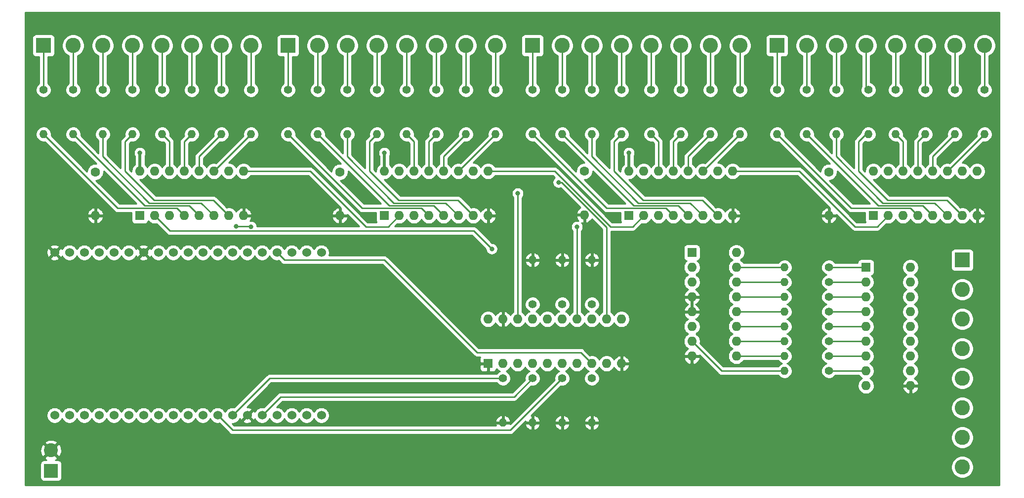
<source format=gbl>
G04 #@! TF.GenerationSoftware,KiCad,Pcbnew,(5.1.10)-1*
G04 #@! TF.CreationDate,2023-10-25T11:46:50-04:00*
G04 #@! TF.ProjectId,LED_Matrix_Driver,4c45445f-4d61-4747-9269-785f44726976,rev?*
G04 #@! TF.SameCoordinates,Original*
G04 #@! TF.FileFunction,Copper,L2,Bot*
G04 #@! TF.FilePolarity,Positive*
%FSLAX46Y46*%
G04 Gerber Fmt 4.6, Leading zero omitted, Abs format (unit mm)*
G04 Created by KiCad (PCBNEW (5.1.10)-1) date 2023-10-25 11:46:50*
%MOMM*%
%LPD*%
G01*
G04 APERTURE LIST*
G04 #@! TA.AperFunction,ComponentPad*
%ADD10C,2.400000*%
G04 #@! TD*
G04 #@! TA.AperFunction,ComponentPad*
%ADD11R,2.400000X2.400000*%
G04 #@! TD*
G04 #@! TA.AperFunction,ComponentPad*
%ADD12O,1.400000X1.400000*%
G04 #@! TD*
G04 #@! TA.AperFunction,ComponentPad*
%ADD13C,1.400000*%
G04 #@! TD*
G04 #@! TA.AperFunction,ComponentPad*
%ADD14O,1.600000X1.600000*%
G04 #@! TD*
G04 #@! TA.AperFunction,ComponentPad*
%ADD15R,1.600000X1.600000*%
G04 #@! TD*
G04 #@! TA.AperFunction,ComponentPad*
%ADD16C,1.524000*%
G04 #@! TD*
G04 #@! TA.AperFunction,ComponentPad*
%ADD17C,2.600000*%
G04 #@! TD*
G04 #@! TA.AperFunction,ComponentPad*
%ADD18R,2.600000X2.600000*%
G04 #@! TD*
G04 #@! TA.AperFunction,ComponentPad*
%ADD19C,1.600000*%
G04 #@! TD*
G04 #@! TA.AperFunction,ViaPad*
%ADD20C,0.800000*%
G04 #@! TD*
G04 #@! TA.AperFunction,Conductor*
%ADD21C,0.500000*%
G04 #@! TD*
G04 #@! TA.AperFunction,Conductor*
%ADD22C,0.250000*%
G04 #@! TD*
G04 #@! TA.AperFunction,Conductor*
%ADD23C,0.254000*%
G04 #@! TD*
G04 #@! TA.AperFunction,Conductor*
%ADD24C,0.100000*%
G04 #@! TD*
G04 APERTURE END LIST*
D10*
X121920000Y-87305000D03*
D11*
X121920000Y-90805000D03*
D12*
X281940000Y-33020000D03*
D13*
X281940000Y-25400000D03*
D12*
X276860000Y-33020000D03*
D13*
X276860000Y-25400000D03*
D12*
X271780000Y-33020000D03*
D13*
X271780000Y-25400000D03*
D12*
X266700000Y-33020000D03*
D13*
X266700000Y-25400000D03*
D12*
X262030000Y-33020000D03*
D13*
X262030000Y-25400000D03*
D12*
X256540000Y-33020000D03*
D13*
X256540000Y-25400000D03*
D12*
X251460000Y-33020000D03*
D13*
X251460000Y-25400000D03*
D14*
X262890000Y-39370000D03*
X280670000Y-46990000D03*
X265430000Y-39370000D03*
X278130000Y-46990000D03*
X267970000Y-39370000D03*
X275590000Y-46990000D03*
X270510000Y-39370000D03*
X273050000Y-46990000D03*
X273050000Y-39370000D03*
X270510000Y-46990000D03*
X275590000Y-39370000D03*
X267970000Y-46990000D03*
X278130000Y-39370000D03*
X265430000Y-46990000D03*
X280670000Y-39370000D03*
D15*
X262890000Y-46990000D03*
D14*
X220980000Y-39370000D03*
X238760000Y-46990000D03*
X223520000Y-39370000D03*
X236220000Y-46990000D03*
X226060000Y-39370000D03*
X233680000Y-46990000D03*
X228600000Y-39370000D03*
X231140000Y-46990000D03*
X231140000Y-39370000D03*
X228600000Y-46990000D03*
X233680000Y-39370000D03*
X226060000Y-46990000D03*
X236220000Y-39370000D03*
X223520000Y-46990000D03*
X238760000Y-39370000D03*
D15*
X220980000Y-46990000D03*
D14*
X179070000Y-39370000D03*
X196850000Y-46990000D03*
X181610000Y-39370000D03*
X194310000Y-46990000D03*
X184150000Y-39370000D03*
X191770000Y-46990000D03*
X186690000Y-39370000D03*
X189230000Y-46990000D03*
X189230000Y-39370000D03*
X186690000Y-46990000D03*
X191770000Y-39370000D03*
X184150000Y-46990000D03*
X194310000Y-39370000D03*
X181610000Y-46990000D03*
X196850000Y-39370000D03*
D15*
X179070000Y-46990000D03*
D14*
X137160000Y-39370000D03*
X154940000Y-46990000D03*
X139700000Y-39370000D03*
X152400000Y-46990000D03*
X142240000Y-39370000D03*
X149860000Y-46990000D03*
X144780000Y-39370000D03*
X147320000Y-46990000D03*
X147320000Y-39370000D03*
X144780000Y-46990000D03*
X149860000Y-39370000D03*
X142240000Y-46990000D03*
X152400000Y-39370000D03*
X139700000Y-46990000D03*
X154940000Y-39370000D03*
D15*
X137160000Y-46990000D03*
D14*
X239395000Y-53340000D03*
X231775000Y-71120000D03*
X239395000Y-55880000D03*
X231775000Y-68580000D03*
X239395000Y-58420000D03*
X231775000Y-66040000D03*
X239395000Y-60960000D03*
X231775000Y-63500000D03*
X239395000Y-63500000D03*
X231775000Y-60960000D03*
X239395000Y-66040000D03*
X231775000Y-58420000D03*
X239395000Y-68580000D03*
X231775000Y-55880000D03*
X239395000Y-71120000D03*
D15*
X231775000Y-53340000D03*
D14*
X269240000Y-55880000D03*
X261620000Y-76200000D03*
X269240000Y-58420000D03*
X261620000Y-73660000D03*
X269240000Y-60960000D03*
X261620000Y-71120000D03*
X269240000Y-63500000D03*
X261620000Y-68580000D03*
X269240000Y-66040000D03*
X261620000Y-66040000D03*
X269240000Y-68580000D03*
X261620000Y-63500000D03*
X269240000Y-71120000D03*
X261620000Y-60960000D03*
X269240000Y-73660000D03*
X261620000Y-58420000D03*
X269240000Y-76200000D03*
D15*
X261620000Y-55880000D03*
D14*
X196850000Y-64770000D03*
X219710000Y-72390000D03*
X199390000Y-64770000D03*
X217170000Y-72390000D03*
X201930000Y-64770000D03*
X214630000Y-72390000D03*
X204470000Y-64770000D03*
X212090000Y-72390000D03*
X207010000Y-64770000D03*
X209550000Y-72390000D03*
X209550000Y-64770000D03*
X207010000Y-72390000D03*
X212090000Y-64770000D03*
X204470000Y-72390000D03*
X214630000Y-64770000D03*
X201930000Y-72390000D03*
X217170000Y-64770000D03*
X199390000Y-72390000D03*
X219710000Y-64770000D03*
D15*
X196850000Y-72390000D03*
D16*
X122555000Y-53340000D03*
X125095000Y-53340000D03*
X127635000Y-53340000D03*
X130175000Y-53340000D03*
X132715000Y-53340000D03*
X135255000Y-53340000D03*
X137795000Y-53340000D03*
X140335000Y-53340000D03*
X142875000Y-53340000D03*
X145415000Y-53340000D03*
X147955000Y-53340000D03*
X150495000Y-53340000D03*
X153035000Y-53340000D03*
X155575000Y-53340000D03*
X158115000Y-53340000D03*
X160655000Y-53340000D03*
X163195000Y-53340000D03*
X165735000Y-53340000D03*
X168275000Y-53340000D03*
X168275000Y-81280000D03*
X165735000Y-81280000D03*
X163195000Y-81280000D03*
X160655000Y-81280000D03*
X158115000Y-81280000D03*
X155575000Y-81280000D03*
X153035000Y-81280000D03*
X150495000Y-81280000D03*
X147955000Y-81280000D03*
X145415000Y-81280000D03*
X142875000Y-81280000D03*
X140335000Y-81280000D03*
X137795000Y-81280000D03*
X135255000Y-81280000D03*
X132715000Y-81280000D03*
X130175000Y-81280000D03*
X127635000Y-81280000D03*
X125095000Y-81280000D03*
X122555000Y-81280000D03*
D12*
X246380000Y-33020000D03*
D13*
X246380000Y-25400000D03*
D12*
X240030000Y-33020000D03*
D13*
X240030000Y-25400000D03*
D12*
X234950000Y-33020000D03*
D13*
X234950000Y-25400000D03*
D12*
X229870000Y-33020000D03*
D13*
X229870000Y-25400000D03*
D12*
X224790000Y-33020000D03*
D13*
X224790000Y-25400000D03*
D12*
X219710000Y-33020000D03*
D13*
X219710000Y-25400000D03*
D12*
X214630000Y-33020000D03*
D13*
X214630000Y-25400000D03*
D12*
X209550000Y-33020000D03*
D13*
X209550000Y-25400000D03*
D12*
X204470000Y-33020000D03*
D13*
X204470000Y-25400000D03*
D12*
X198120000Y-33020000D03*
D13*
X198120000Y-25400000D03*
D12*
X193040000Y-33020000D03*
D13*
X193040000Y-25400000D03*
D12*
X187960000Y-33020000D03*
D13*
X187960000Y-25400000D03*
D12*
X182880000Y-33020000D03*
D13*
X182880000Y-25400000D03*
D12*
X177800000Y-33020000D03*
D13*
X177800000Y-25400000D03*
D12*
X172720000Y-33020000D03*
D13*
X172720000Y-25400000D03*
D12*
X167640000Y-33020000D03*
D13*
X167640000Y-25400000D03*
D12*
X162560000Y-33020000D03*
D13*
X162560000Y-25400000D03*
D12*
X156210000Y-33020000D03*
D13*
X156210000Y-25400000D03*
D12*
X151130000Y-33020000D03*
D13*
X151130000Y-25400000D03*
D12*
X146050000Y-33020000D03*
D13*
X146050000Y-25400000D03*
D12*
X140970000Y-33020000D03*
D13*
X140970000Y-25400000D03*
D12*
X135890000Y-33020000D03*
D13*
X135890000Y-25400000D03*
D12*
X130810000Y-33020000D03*
D13*
X130810000Y-25400000D03*
D12*
X125730000Y-33020000D03*
D13*
X125730000Y-25400000D03*
D12*
X120650000Y-33020000D03*
D13*
X120650000Y-25400000D03*
D12*
X247650000Y-55880000D03*
D13*
X255270000Y-55880000D03*
D12*
X247650000Y-58420000D03*
D13*
X255270000Y-58420000D03*
D12*
X247650000Y-60960000D03*
D13*
X255270000Y-60960000D03*
D12*
X247650000Y-63500000D03*
D13*
X255270000Y-63500000D03*
D12*
X247650000Y-66040000D03*
D13*
X255270000Y-66040000D03*
D12*
X247650000Y-68580000D03*
D13*
X255270000Y-68580000D03*
D12*
X247650000Y-71120000D03*
D13*
X255270000Y-71120000D03*
D12*
X247650000Y-73660000D03*
D13*
X255270000Y-73660000D03*
D12*
X199390000Y-82550000D03*
D13*
X199390000Y-74930000D03*
D12*
X204470000Y-82550000D03*
D13*
X204470000Y-74930000D03*
D12*
X209550000Y-82550000D03*
D13*
X209550000Y-74930000D03*
D12*
X214630000Y-82550000D03*
D13*
X214630000Y-74930000D03*
D12*
X204470000Y-54610000D03*
D13*
X204470000Y-62230000D03*
D12*
X209550000Y-54610000D03*
D13*
X209550000Y-62230000D03*
D12*
X214630000Y-54610000D03*
D13*
X214630000Y-62230000D03*
D17*
X281940000Y-17780000D03*
X276860000Y-17780000D03*
X271780000Y-17780000D03*
X266700000Y-17780000D03*
X261620000Y-17780000D03*
X256540000Y-17780000D03*
X251460000Y-17780000D03*
D18*
X246380000Y-17780000D03*
D17*
X240030000Y-17780000D03*
X234950000Y-17780000D03*
X229870000Y-17780000D03*
X224790000Y-17780000D03*
X219710000Y-17780000D03*
X214630000Y-17780000D03*
X209550000Y-17780000D03*
D18*
X204470000Y-17780000D03*
D17*
X198120000Y-17780000D03*
X193040000Y-17780000D03*
X187960000Y-17780000D03*
X182880000Y-17780000D03*
X177800000Y-17780000D03*
X172720000Y-17780000D03*
X167640000Y-17780000D03*
D18*
X162560000Y-17780000D03*
D17*
X156210000Y-17780000D03*
X151130000Y-17780000D03*
X146050000Y-17780000D03*
X140970000Y-17780000D03*
X135890000Y-17780000D03*
X130810000Y-17780000D03*
X125730000Y-17780000D03*
D18*
X120650000Y-17780000D03*
D17*
X278130000Y-90170000D03*
X278130000Y-85090000D03*
X278130000Y-80010000D03*
X278130000Y-74930000D03*
X278130000Y-69850000D03*
X278130000Y-64770000D03*
X278130000Y-59690000D03*
D18*
X278130000Y-54610000D03*
D14*
X255270000Y-46990000D03*
D19*
X255270000Y-39490000D03*
D14*
X213360000Y-46870000D03*
D19*
X213360000Y-39370000D03*
D14*
X171450000Y-46990000D03*
D19*
X171450000Y-39490000D03*
D14*
X129540000Y-46990000D03*
D19*
X129540000Y-39490000D03*
D20*
X160020000Y-37465000D03*
X176530000Y-44450000D03*
X133350000Y-43180000D03*
X218440000Y-44450000D03*
X260350000Y-44450000D03*
X140335000Y-86360000D03*
X215900000Y-86360000D03*
X283210000Y-92075000D03*
X283210000Y-13335000D03*
X118745000Y-13335000D03*
X118745000Y-92075000D03*
X142875000Y-72390000D03*
X177800000Y-72390000D03*
X232410000Y-76835000D03*
X243840000Y-52070000D03*
X221615000Y-53340000D03*
X164465000Y-58420000D03*
X201295000Y-29210000D03*
X159385000Y-29210000D03*
X243205000Y-29210000D03*
X137160000Y-36195000D03*
X179070000Y-36195000D03*
X220980000Y-36195000D03*
X201930000Y-43180000D03*
X197485000Y-52705000D03*
X153670000Y-48804990D03*
X156210000Y-48895000D03*
X212090000Y-48895000D03*
X208915000Y-41275000D03*
D21*
X179070000Y-36195000D02*
X179070000Y-39370000D01*
X137160000Y-39370000D02*
X137160000Y-36195000D01*
X220980000Y-36195000D02*
X220980000Y-39370000D01*
D22*
X156210000Y-17780000D02*
X156210000Y-25400000D01*
X151130000Y-25400000D02*
X151130000Y-17780000D01*
X146050000Y-17780000D02*
X146050000Y-25400000D01*
X140970000Y-25400000D02*
X140970000Y-17780000D01*
X135890000Y-17780000D02*
X135890000Y-25400000D01*
X130810000Y-25400000D02*
X130810000Y-17780000D01*
X125730000Y-17780000D02*
X125730000Y-25400000D01*
X120650000Y-25400000D02*
X120650000Y-17780000D01*
X198120000Y-17780000D02*
X198120000Y-25400000D01*
X193040000Y-25400000D02*
X193040000Y-17780000D01*
X187960000Y-17780000D02*
X187960000Y-25400000D01*
X182880000Y-25400000D02*
X182880000Y-17780000D01*
X177800000Y-17780000D02*
X177800000Y-25400000D01*
X172720000Y-25400000D02*
X172720000Y-17780000D01*
X167640000Y-17780000D02*
X167640000Y-25400000D01*
X162560000Y-25400000D02*
X162560000Y-17780000D01*
X240030000Y-17780000D02*
X240030000Y-25400000D01*
X234950000Y-25400000D02*
X234950000Y-17780000D01*
X229870000Y-17780000D02*
X229870000Y-25400000D01*
X224790000Y-25400000D02*
X224790000Y-17780000D01*
X219710000Y-17780000D02*
X219710000Y-25400000D01*
X214630000Y-25400000D02*
X214630000Y-17780000D01*
X209550000Y-17780000D02*
X209550000Y-25400000D01*
X204470000Y-25400000D02*
X204470000Y-17780000D01*
X281940000Y-17780000D02*
X281940000Y-25400000D01*
X276860000Y-25400000D02*
X276860000Y-17780000D01*
X271780000Y-17780000D02*
X271780000Y-25400000D01*
X266700000Y-25400000D02*
X266700000Y-17780000D01*
X261620000Y-17780000D02*
X261620000Y-25400000D01*
X256540000Y-25400000D02*
X256540000Y-17780000D01*
X251460000Y-17780000D02*
X251460000Y-25400000D01*
X246380000Y-25400000D02*
X246380000Y-17780000D01*
X212725000Y-70485000D02*
X214630000Y-72390000D01*
X194945000Y-70485000D02*
X212725000Y-70485000D01*
X179070000Y-54610000D02*
X194945000Y-70485000D01*
X161925000Y-54610000D02*
X179070000Y-54610000D01*
X160655000Y-53340000D02*
X161925000Y-54610000D01*
X153035000Y-83820000D02*
X150495000Y-81280000D01*
X200660000Y-83820000D02*
X153035000Y-83820000D01*
X209550000Y-74930000D02*
X200660000Y-83820000D01*
X201295000Y-78105000D02*
X204470000Y-74930000D01*
X161290000Y-78105000D02*
X201295000Y-78105000D01*
X158115000Y-81280000D02*
X161290000Y-78105000D01*
X159385000Y-74930000D02*
X153035000Y-81280000D01*
X199390000Y-74930000D02*
X159385000Y-74930000D01*
X236855000Y-73660000D02*
X231775000Y-68580000D01*
X247015000Y-73660000D02*
X236855000Y-73660000D01*
X261620000Y-73660000D02*
X254635000Y-73660000D01*
X239395000Y-71120000D02*
X247015000Y-71120000D01*
X247015000Y-68580000D02*
X239395000Y-68580000D01*
X239395000Y-66040000D02*
X247015000Y-66040000D01*
X247015000Y-63500000D02*
X239395000Y-63500000D01*
X239395000Y-60960000D02*
X247015000Y-60960000D01*
X247015000Y-58420000D02*
X239395000Y-58420000D01*
X239395000Y-55880000D02*
X247015000Y-55880000D01*
X144780000Y-46990000D02*
X143510000Y-45720000D01*
X133350000Y-45720000D02*
X120650000Y-33020000D01*
X143510000Y-45720000D02*
X133350000Y-45720000D01*
X137979990Y-45269990D02*
X125730000Y-33020000D01*
X145599990Y-45269990D02*
X137979990Y-45269990D01*
X147320000Y-46990000D02*
X145599990Y-45269990D01*
X147689980Y-44819980D02*
X138799980Y-44819980D01*
X149860000Y-46990000D02*
X147689980Y-44819980D01*
X130810000Y-36830000D02*
X130810000Y-33020000D01*
X138799980Y-44819980D02*
X130810000Y-36830000D01*
X135890000Y-33020000D02*
X134620000Y-34290000D01*
X134620000Y-34290000D02*
X134620000Y-39370000D01*
X149779971Y-44369971D02*
X152400000Y-46990000D01*
X139619971Y-44369971D02*
X149779971Y-44369971D01*
X134620000Y-39370000D02*
X139619971Y-44369971D01*
X142240000Y-39370000D02*
X142240000Y-34290000D01*
X142240000Y-34290000D02*
X140970000Y-33020000D01*
X144780000Y-39370000D02*
X144780000Y-34290000D01*
X144780000Y-34290000D02*
X146050000Y-33020000D01*
X147320000Y-36830000D02*
X151130000Y-33020000D01*
X147320000Y-39370000D02*
X147320000Y-36830000D01*
X149860000Y-39370000D02*
X156210000Y-33020000D01*
X175260000Y-45720000D02*
X162560000Y-33020000D01*
X186690000Y-46990000D02*
X185420000Y-45720000D01*
X185420000Y-45720000D02*
X175260000Y-45720000D01*
X187509990Y-45269990D02*
X179889990Y-45269990D01*
X189230000Y-46990000D02*
X187509990Y-45269990D01*
X179889990Y-45269990D02*
X167640000Y-33020000D01*
X189599980Y-44819980D02*
X180709980Y-44819980D01*
X172720000Y-36830000D02*
X172720000Y-33020000D01*
X180709980Y-44819980D02*
X172720000Y-36830000D01*
X191770000Y-46990000D02*
X189599980Y-44819980D01*
X177800000Y-33020000D02*
X176530000Y-34290000D01*
X176530000Y-34290000D02*
X176530000Y-39370000D01*
X176530000Y-39370000D02*
X181529971Y-44369971D01*
X181529971Y-44369971D02*
X191689971Y-44369971D01*
X191689971Y-44369971D02*
X194310000Y-46990000D01*
X182880000Y-33020000D02*
X184150000Y-34290000D01*
X184150000Y-34290000D02*
X184150000Y-39370000D01*
X186690000Y-39370000D02*
X186690000Y-34290000D01*
X186690000Y-34290000D02*
X187960000Y-33020000D01*
X189230000Y-36830000D02*
X193040000Y-33020000D01*
X189230000Y-39370000D02*
X189230000Y-36830000D01*
X191770000Y-39370000D02*
X198120000Y-33020000D01*
X217170000Y-45720000D02*
X204470000Y-33020000D01*
X228600000Y-46990000D02*
X227330000Y-45720000D01*
X227330000Y-45720000D02*
X217170000Y-45720000D01*
X229419990Y-45269990D02*
X221799990Y-45269990D01*
X231140000Y-46990000D02*
X229419990Y-45269990D01*
X221799990Y-45269990D02*
X209550000Y-33020000D01*
X231509980Y-44819980D02*
X222619980Y-44819980D01*
X214630000Y-36830000D02*
X214630000Y-33020000D01*
X222619980Y-44819980D02*
X214630000Y-36830000D01*
X233680000Y-46990000D02*
X231509980Y-44819980D01*
X219710000Y-33020000D02*
X218440000Y-34290000D01*
X218440000Y-34290000D02*
X218440000Y-39370000D01*
X218440000Y-39370000D02*
X223439971Y-44369971D01*
X223439971Y-44369971D02*
X233599971Y-44369971D01*
X233599971Y-44369971D02*
X236220000Y-46990000D01*
X226060000Y-39370000D02*
X226060000Y-34290000D01*
X226060000Y-34290000D02*
X224790000Y-33020000D01*
X228600000Y-39370000D02*
X228600000Y-34290000D01*
X228600000Y-34290000D02*
X229870000Y-33020000D01*
X231140000Y-36830000D02*
X234950000Y-33020000D01*
X231140000Y-39370000D02*
X231140000Y-36830000D01*
X233680000Y-39370000D02*
X240030000Y-33020000D01*
X270510000Y-46990000D02*
X269240000Y-45720000D01*
X269240000Y-45720000D02*
X259080000Y-45720000D01*
X259080000Y-45720000D02*
X246380000Y-33020000D01*
X154940000Y-39370000D02*
X166370000Y-39370000D01*
X166370000Y-39370000D02*
X175895000Y-48895000D01*
X179705000Y-48895000D02*
X181610000Y-46990000D01*
X175895000Y-48895000D02*
X179705000Y-48895000D01*
X217805000Y-48895000D02*
X221615000Y-48895000D01*
X221615000Y-48895000D02*
X223520000Y-46990000D01*
X196850000Y-39370000D02*
X208280000Y-39370000D01*
X208280000Y-39370000D02*
X217805000Y-48895000D01*
X259715000Y-48895000D02*
X263525000Y-48895000D01*
X263525000Y-48895000D02*
X265430000Y-46990000D01*
X238760000Y-39370000D02*
X250190000Y-39370000D01*
X250190000Y-39370000D02*
X259715000Y-48895000D01*
X201930000Y-64770000D02*
X201930000Y-43180000D01*
X197485000Y-52705000D02*
X194400001Y-49620001D01*
X194400001Y-49620001D02*
X142330001Y-49620001D01*
X142330001Y-49620001D02*
X140499999Y-47789999D01*
X140499999Y-47789999D02*
X139700000Y-46990000D01*
X212090000Y-64770000D02*
X212090000Y-48895000D01*
X153670000Y-48804990D02*
X156119990Y-48804990D01*
X156119990Y-48804990D02*
X156210000Y-48895000D01*
X217170000Y-49014998D02*
X209430002Y-41275000D01*
X209430002Y-41275000D02*
X208915000Y-41275000D01*
X217170000Y-64770000D02*
X217170000Y-49014998D01*
X254635000Y-71120000D02*
X261620000Y-71120000D01*
X261620000Y-68580000D02*
X254635000Y-68580000D01*
X254635000Y-66040000D02*
X261620000Y-66040000D01*
X261620000Y-63500000D02*
X254635000Y-63500000D01*
X254635000Y-60960000D02*
X261620000Y-60960000D01*
X261620000Y-58420000D02*
X254635000Y-58420000D01*
X254635000Y-55880000D02*
X261620000Y-55880000D01*
X263709990Y-45269990D02*
X251460000Y-33020000D01*
X271329990Y-45269990D02*
X263709990Y-45269990D01*
X273050000Y-46990000D02*
X271329990Y-45269990D01*
X273419980Y-44819980D02*
X264529980Y-44819980D01*
X275590000Y-46990000D02*
X273419980Y-44819980D01*
X256540000Y-36830000D02*
X256540000Y-33020000D01*
X264529980Y-44819980D02*
X256540000Y-36830000D01*
X261620000Y-33020000D02*
X260350000Y-34290000D01*
X260350000Y-34290000D02*
X260350000Y-39370000D01*
X275509971Y-44369971D02*
X278130000Y-46990000D01*
X265349971Y-44369971D02*
X275509971Y-44369971D01*
X260350000Y-39370000D02*
X265349971Y-44369971D01*
X267970000Y-34290000D02*
X266700000Y-33020000D01*
X267970000Y-39370000D02*
X267970000Y-34290000D01*
X270510000Y-34290000D02*
X271780000Y-33020000D01*
X270510000Y-39370000D02*
X270510000Y-34290000D01*
X273050000Y-39370000D02*
X273050000Y-36830000D01*
X273050000Y-36830000D02*
X276860000Y-33020000D01*
X275590000Y-39370000D02*
X281940000Y-33020000D01*
D23*
X284455001Y-93320000D02*
X117500000Y-93320000D01*
X117500000Y-89605000D01*
X120081928Y-89605000D01*
X120081928Y-92005000D01*
X120094188Y-92129482D01*
X120130498Y-92249180D01*
X120189463Y-92359494D01*
X120268815Y-92456185D01*
X120365506Y-92535537D01*
X120475820Y-92594502D01*
X120595518Y-92630812D01*
X120720000Y-92643072D01*
X123120000Y-92643072D01*
X123244482Y-92630812D01*
X123364180Y-92594502D01*
X123474494Y-92535537D01*
X123571185Y-92456185D01*
X123650537Y-92359494D01*
X123709502Y-92249180D01*
X123745812Y-92129482D01*
X123758072Y-92005000D01*
X123758072Y-89979419D01*
X276195000Y-89979419D01*
X276195000Y-90360581D01*
X276269361Y-90734419D01*
X276415225Y-91086566D01*
X276626987Y-91403491D01*
X276896509Y-91673013D01*
X277213434Y-91884775D01*
X277565581Y-92030639D01*
X277939419Y-92105000D01*
X278320581Y-92105000D01*
X278694419Y-92030639D01*
X279046566Y-91884775D01*
X279363491Y-91673013D01*
X279633013Y-91403491D01*
X279844775Y-91086566D01*
X279990639Y-90734419D01*
X280065000Y-90360581D01*
X280065000Y-89979419D01*
X279990639Y-89605581D01*
X279844775Y-89253434D01*
X279633013Y-88936509D01*
X279363491Y-88666987D01*
X279046566Y-88455225D01*
X278694419Y-88309361D01*
X278320581Y-88235000D01*
X277939419Y-88235000D01*
X277565581Y-88309361D01*
X277213434Y-88455225D01*
X276896509Y-88666987D01*
X276626987Y-88936509D01*
X276415225Y-89253434D01*
X276269361Y-89605581D01*
X276195000Y-89979419D01*
X123758072Y-89979419D01*
X123758072Y-89605000D01*
X123745812Y-89480518D01*
X123709502Y-89360820D01*
X123650537Y-89250506D01*
X123571185Y-89153815D01*
X123474494Y-89074463D01*
X123364180Y-89015498D01*
X123244482Y-88979188D01*
X123120000Y-88966928D01*
X122713097Y-88966928D01*
X122898486Y-88867836D01*
X123018374Y-88582980D01*
X121920000Y-87484605D01*
X120821626Y-88582980D01*
X120941514Y-88867836D01*
X121140912Y-88966928D01*
X120720000Y-88966928D01*
X120595518Y-88979188D01*
X120475820Y-89015498D01*
X120365506Y-89074463D01*
X120268815Y-89153815D01*
X120189463Y-89250506D01*
X120130498Y-89360820D01*
X120094188Y-89480518D01*
X120081928Y-89605000D01*
X117500000Y-89605000D01*
X117500000Y-87359684D01*
X120076933Y-87359684D01*
X120123015Y-87718198D01*
X120238154Y-88060833D01*
X120357164Y-88283486D01*
X120642020Y-88403374D01*
X121740395Y-87305000D01*
X122099605Y-87305000D01*
X123197980Y-88403374D01*
X123482836Y-88283486D01*
X123643699Y-87959790D01*
X123738322Y-87610931D01*
X123763067Y-87250316D01*
X123716985Y-86891802D01*
X123601846Y-86549167D01*
X123482836Y-86326514D01*
X123197980Y-86206626D01*
X122099605Y-87305000D01*
X121740395Y-87305000D01*
X120642020Y-86206626D01*
X120357164Y-86326514D01*
X120196301Y-86650210D01*
X120101678Y-86999069D01*
X120076933Y-87359684D01*
X117500000Y-87359684D01*
X117500000Y-86027020D01*
X120821626Y-86027020D01*
X121920000Y-87125395D01*
X123018374Y-86027020D01*
X122898486Y-85742164D01*
X122574790Y-85581301D01*
X122225931Y-85486678D01*
X121865316Y-85461933D01*
X121506802Y-85508015D01*
X121164167Y-85623154D01*
X120941514Y-85742164D01*
X120821626Y-86027020D01*
X117500000Y-86027020D01*
X117500000Y-84899419D01*
X276195000Y-84899419D01*
X276195000Y-85280581D01*
X276269361Y-85654419D01*
X276415225Y-86006566D01*
X276626987Y-86323491D01*
X276896509Y-86593013D01*
X277213434Y-86804775D01*
X277565581Y-86950639D01*
X277939419Y-87025000D01*
X278320581Y-87025000D01*
X278694419Y-86950639D01*
X279046566Y-86804775D01*
X279363491Y-86593013D01*
X279633013Y-86323491D01*
X279844775Y-86006566D01*
X279990639Y-85654419D01*
X280065000Y-85280581D01*
X280065000Y-84899419D01*
X279990639Y-84525581D01*
X279844775Y-84173434D01*
X279633013Y-83856509D01*
X279363491Y-83586987D01*
X279046566Y-83375225D01*
X278694419Y-83229361D01*
X278320581Y-83155000D01*
X277939419Y-83155000D01*
X277565581Y-83229361D01*
X277213434Y-83375225D01*
X276896509Y-83586987D01*
X276626987Y-83856509D01*
X276415225Y-84173434D01*
X276269361Y-84525581D01*
X276195000Y-84899419D01*
X117500000Y-84899419D01*
X117500000Y-81142408D01*
X121158000Y-81142408D01*
X121158000Y-81417592D01*
X121211686Y-81687490D01*
X121316995Y-81941727D01*
X121469880Y-82170535D01*
X121664465Y-82365120D01*
X121893273Y-82518005D01*
X122147510Y-82623314D01*
X122417408Y-82677000D01*
X122692592Y-82677000D01*
X122962490Y-82623314D01*
X123216727Y-82518005D01*
X123445535Y-82365120D01*
X123640120Y-82170535D01*
X123793005Y-81941727D01*
X123825000Y-81864485D01*
X123856995Y-81941727D01*
X124009880Y-82170535D01*
X124204465Y-82365120D01*
X124433273Y-82518005D01*
X124687510Y-82623314D01*
X124957408Y-82677000D01*
X125232592Y-82677000D01*
X125502490Y-82623314D01*
X125756727Y-82518005D01*
X125985535Y-82365120D01*
X126180120Y-82170535D01*
X126333005Y-81941727D01*
X126365000Y-81864485D01*
X126396995Y-81941727D01*
X126549880Y-82170535D01*
X126744465Y-82365120D01*
X126973273Y-82518005D01*
X127227510Y-82623314D01*
X127497408Y-82677000D01*
X127772592Y-82677000D01*
X128042490Y-82623314D01*
X128296727Y-82518005D01*
X128525535Y-82365120D01*
X128720120Y-82170535D01*
X128873005Y-81941727D01*
X128905000Y-81864485D01*
X128936995Y-81941727D01*
X129089880Y-82170535D01*
X129284465Y-82365120D01*
X129513273Y-82518005D01*
X129767510Y-82623314D01*
X130037408Y-82677000D01*
X130312592Y-82677000D01*
X130582490Y-82623314D01*
X130836727Y-82518005D01*
X131065535Y-82365120D01*
X131260120Y-82170535D01*
X131413005Y-81941727D01*
X131445000Y-81864485D01*
X131476995Y-81941727D01*
X131629880Y-82170535D01*
X131824465Y-82365120D01*
X132053273Y-82518005D01*
X132307510Y-82623314D01*
X132577408Y-82677000D01*
X132852592Y-82677000D01*
X133122490Y-82623314D01*
X133376727Y-82518005D01*
X133605535Y-82365120D01*
X133800120Y-82170535D01*
X133953005Y-81941727D01*
X133985000Y-81864485D01*
X134016995Y-81941727D01*
X134169880Y-82170535D01*
X134364465Y-82365120D01*
X134593273Y-82518005D01*
X134847510Y-82623314D01*
X135117408Y-82677000D01*
X135392592Y-82677000D01*
X135662490Y-82623314D01*
X135916727Y-82518005D01*
X136145535Y-82365120D01*
X136340120Y-82170535D01*
X136493005Y-81941727D01*
X136525000Y-81864485D01*
X136556995Y-81941727D01*
X136709880Y-82170535D01*
X136904465Y-82365120D01*
X137133273Y-82518005D01*
X137387510Y-82623314D01*
X137657408Y-82677000D01*
X137932592Y-82677000D01*
X138202490Y-82623314D01*
X138456727Y-82518005D01*
X138685535Y-82365120D01*
X138880120Y-82170535D01*
X139033005Y-81941727D01*
X139065000Y-81864485D01*
X139096995Y-81941727D01*
X139249880Y-82170535D01*
X139444465Y-82365120D01*
X139673273Y-82518005D01*
X139927510Y-82623314D01*
X140197408Y-82677000D01*
X140472592Y-82677000D01*
X140742490Y-82623314D01*
X140996727Y-82518005D01*
X141225535Y-82365120D01*
X141420120Y-82170535D01*
X141573005Y-81941727D01*
X141605000Y-81864485D01*
X141636995Y-81941727D01*
X141789880Y-82170535D01*
X141984465Y-82365120D01*
X142213273Y-82518005D01*
X142467510Y-82623314D01*
X142737408Y-82677000D01*
X143012592Y-82677000D01*
X143282490Y-82623314D01*
X143536727Y-82518005D01*
X143765535Y-82365120D01*
X143960120Y-82170535D01*
X144113005Y-81941727D01*
X144145000Y-81864485D01*
X144176995Y-81941727D01*
X144329880Y-82170535D01*
X144524465Y-82365120D01*
X144753273Y-82518005D01*
X145007510Y-82623314D01*
X145277408Y-82677000D01*
X145552592Y-82677000D01*
X145822490Y-82623314D01*
X146076727Y-82518005D01*
X146305535Y-82365120D01*
X146500120Y-82170535D01*
X146653005Y-81941727D01*
X146685000Y-81864485D01*
X146716995Y-81941727D01*
X146869880Y-82170535D01*
X147064465Y-82365120D01*
X147293273Y-82518005D01*
X147547510Y-82623314D01*
X147817408Y-82677000D01*
X148092592Y-82677000D01*
X148362490Y-82623314D01*
X148616727Y-82518005D01*
X148845535Y-82365120D01*
X149040120Y-82170535D01*
X149193005Y-81941727D01*
X149225000Y-81864485D01*
X149256995Y-81941727D01*
X149409880Y-82170535D01*
X149604465Y-82365120D01*
X149833273Y-82518005D01*
X150087510Y-82623314D01*
X150357408Y-82677000D01*
X150632592Y-82677000D01*
X150786570Y-82646372D01*
X152471205Y-84331008D01*
X152494999Y-84360001D01*
X152523992Y-84383795D01*
X152523996Y-84383799D01*
X152594685Y-84441811D01*
X152610724Y-84454974D01*
X152742753Y-84525546D01*
X152886014Y-84569003D01*
X152997667Y-84580000D01*
X152997676Y-84580000D01*
X153034999Y-84583676D01*
X153072322Y-84580000D01*
X200622678Y-84580000D01*
X200660000Y-84583676D01*
X200697322Y-84580000D01*
X200697333Y-84580000D01*
X200808986Y-84569003D01*
X200952247Y-84525546D01*
X201084276Y-84454974D01*
X201200001Y-84360001D01*
X201223804Y-84330997D01*
X202671471Y-82883330D01*
X203177278Y-82883330D01*
X203267147Y-83129123D01*
X203403241Y-83352660D01*
X203580330Y-83545351D01*
X203791608Y-83699792D01*
X204028956Y-83810047D01*
X204136671Y-83842716D01*
X204343000Y-83719374D01*
X204343000Y-82677000D01*
X204597000Y-82677000D01*
X204597000Y-83719374D01*
X204803329Y-83842716D01*
X204911044Y-83810047D01*
X205148392Y-83699792D01*
X205359670Y-83545351D01*
X205536759Y-83352660D01*
X205672853Y-83129123D01*
X205762722Y-82883330D01*
X208257278Y-82883330D01*
X208347147Y-83129123D01*
X208483241Y-83352660D01*
X208660330Y-83545351D01*
X208871608Y-83699792D01*
X209108956Y-83810047D01*
X209216671Y-83842716D01*
X209423000Y-83719374D01*
X209423000Y-82677000D01*
X209677000Y-82677000D01*
X209677000Y-83719374D01*
X209883329Y-83842716D01*
X209991044Y-83810047D01*
X210228392Y-83699792D01*
X210439670Y-83545351D01*
X210616759Y-83352660D01*
X210752853Y-83129123D01*
X210842722Y-82883330D01*
X213337278Y-82883330D01*
X213427147Y-83129123D01*
X213563241Y-83352660D01*
X213740330Y-83545351D01*
X213951608Y-83699792D01*
X214188956Y-83810047D01*
X214296671Y-83842716D01*
X214503000Y-83719374D01*
X214503000Y-82677000D01*
X214757000Y-82677000D01*
X214757000Y-83719374D01*
X214963329Y-83842716D01*
X215071044Y-83810047D01*
X215308392Y-83699792D01*
X215519670Y-83545351D01*
X215696759Y-83352660D01*
X215832853Y-83129123D01*
X215922722Y-82883330D01*
X215800201Y-82677000D01*
X214757000Y-82677000D01*
X214503000Y-82677000D01*
X213459799Y-82677000D01*
X213337278Y-82883330D01*
X210842722Y-82883330D01*
X210720201Y-82677000D01*
X209677000Y-82677000D01*
X209423000Y-82677000D01*
X208379799Y-82677000D01*
X208257278Y-82883330D01*
X205762722Y-82883330D01*
X205640201Y-82677000D01*
X204597000Y-82677000D01*
X204343000Y-82677000D01*
X203299799Y-82677000D01*
X203177278Y-82883330D01*
X202671471Y-82883330D01*
X203237208Y-82317594D01*
X203299799Y-82423000D01*
X204343000Y-82423000D01*
X204343000Y-81380626D01*
X204597000Y-81380626D01*
X204597000Y-82423000D01*
X205640201Y-82423000D01*
X205762722Y-82216670D01*
X208257278Y-82216670D01*
X208379799Y-82423000D01*
X209423000Y-82423000D01*
X209423000Y-81380626D01*
X209677000Y-81380626D01*
X209677000Y-82423000D01*
X210720201Y-82423000D01*
X210842722Y-82216670D01*
X213337278Y-82216670D01*
X213459799Y-82423000D01*
X214503000Y-82423000D01*
X214503000Y-81380626D01*
X214757000Y-81380626D01*
X214757000Y-82423000D01*
X215800201Y-82423000D01*
X215922722Y-82216670D01*
X215832853Y-81970877D01*
X215696759Y-81747340D01*
X215519670Y-81554649D01*
X215308392Y-81400208D01*
X215071044Y-81289953D01*
X214963329Y-81257284D01*
X214757000Y-81380626D01*
X214503000Y-81380626D01*
X214296671Y-81257284D01*
X214188956Y-81289953D01*
X213951608Y-81400208D01*
X213740330Y-81554649D01*
X213563241Y-81747340D01*
X213427147Y-81970877D01*
X213337278Y-82216670D01*
X210842722Y-82216670D01*
X210752853Y-81970877D01*
X210616759Y-81747340D01*
X210439670Y-81554649D01*
X210228392Y-81400208D01*
X209991044Y-81289953D01*
X209883329Y-81257284D01*
X209677000Y-81380626D01*
X209423000Y-81380626D01*
X209216671Y-81257284D01*
X209108956Y-81289953D01*
X208871608Y-81400208D01*
X208660330Y-81554649D01*
X208483241Y-81747340D01*
X208347147Y-81970877D01*
X208257278Y-82216670D01*
X205762722Y-82216670D01*
X205672853Y-81970877D01*
X205536759Y-81747340D01*
X205359670Y-81554649D01*
X205148392Y-81400208D01*
X204911044Y-81289953D01*
X204803329Y-81257284D01*
X204597000Y-81380626D01*
X204343000Y-81380626D01*
X204237339Y-81317463D01*
X205735383Y-79819419D01*
X276195000Y-79819419D01*
X276195000Y-80200581D01*
X276269361Y-80574419D01*
X276415225Y-80926566D01*
X276626987Y-81243491D01*
X276896509Y-81513013D01*
X277213434Y-81724775D01*
X277565581Y-81870639D01*
X277939419Y-81945000D01*
X278320581Y-81945000D01*
X278694419Y-81870639D01*
X279046566Y-81724775D01*
X279363491Y-81513013D01*
X279633013Y-81243491D01*
X279844775Y-80926566D01*
X279990639Y-80574419D01*
X280065000Y-80200581D01*
X280065000Y-79819419D01*
X279990639Y-79445581D01*
X279844775Y-79093434D01*
X279633013Y-78776509D01*
X279363491Y-78506987D01*
X279046566Y-78295225D01*
X278694419Y-78149361D01*
X278320581Y-78075000D01*
X277939419Y-78075000D01*
X277565581Y-78149361D01*
X277213434Y-78295225D01*
X276896509Y-78506987D01*
X276626987Y-78776509D01*
X276415225Y-79093434D01*
X276269361Y-79445581D01*
X276195000Y-79819419D01*
X205735383Y-79819419D01*
X209311157Y-76243645D01*
X209418514Y-76265000D01*
X209681486Y-76265000D01*
X209939405Y-76213696D01*
X210182359Y-76113061D01*
X210401013Y-75966962D01*
X210586962Y-75781013D01*
X210733061Y-75562359D01*
X210833696Y-75319405D01*
X210885000Y-75061486D01*
X210885000Y-74798514D01*
X210833696Y-74540595D01*
X210733061Y-74297641D01*
X210586962Y-74078987D01*
X210401013Y-73893038D01*
X210182359Y-73746939D01*
X210103126Y-73714120D01*
X210229727Y-73661680D01*
X210464759Y-73504637D01*
X210664637Y-73304759D01*
X210820000Y-73072241D01*
X210975363Y-73304759D01*
X211175241Y-73504637D01*
X211410273Y-73661680D01*
X211671426Y-73769853D01*
X211948665Y-73825000D01*
X212231335Y-73825000D01*
X212508574Y-73769853D01*
X212769727Y-73661680D01*
X213004759Y-73504637D01*
X213204637Y-73304759D01*
X213360000Y-73072241D01*
X213515363Y-73304759D01*
X213715241Y-73504637D01*
X213950273Y-73661680D01*
X214076874Y-73714120D01*
X213997641Y-73746939D01*
X213778987Y-73893038D01*
X213593038Y-74078987D01*
X213446939Y-74297641D01*
X213346304Y-74540595D01*
X213295000Y-74798514D01*
X213295000Y-75061486D01*
X213346304Y-75319405D01*
X213446939Y-75562359D01*
X213593038Y-75781013D01*
X213778987Y-75966962D01*
X213997641Y-76113061D01*
X214240595Y-76213696D01*
X214498514Y-76265000D01*
X214761486Y-76265000D01*
X215019405Y-76213696D01*
X215262359Y-76113061D01*
X215481013Y-75966962D01*
X215666962Y-75781013D01*
X215813061Y-75562359D01*
X215913696Y-75319405D01*
X215965000Y-75061486D01*
X215965000Y-74798514D01*
X215913696Y-74540595D01*
X215813061Y-74297641D01*
X215666962Y-74078987D01*
X215481013Y-73893038D01*
X215262359Y-73746939D01*
X215183126Y-73714120D01*
X215309727Y-73661680D01*
X215544759Y-73504637D01*
X215744637Y-73304759D01*
X215900000Y-73072241D01*
X216055363Y-73304759D01*
X216255241Y-73504637D01*
X216490273Y-73661680D01*
X216751426Y-73769853D01*
X217028665Y-73825000D01*
X217311335Y-73825000D01*
X217588574Y-73769853D01*
X217849727Y-73661680D01*
X218084759Y-73504637D01*
X218284637Y-73304759D01*
X218441680Y-73069727D01*
X218446067Y-73059135D01*
X218557615Y-73245131D01*
X218746586Y-73453519D01*
X218972580Y-73621037D01*
X219226913Y-73741246D01*
X219360961Y-73781904D01*
X219583000Y-73659915D01*
X219583000Y-72517000D01*
X219837000Y-72517000D01*
X219837000Y-73659915D01*
X220059039Y-73781904D01*
X220193087Y-73741246D01*
X220447420Y-73621037D01*
X220673414Y-73453519D01*
X220862385Y-73245131D01*
X221007070Y-73003881D01*
X221101909Y-72739040D01*
X220980624Y-72517000D01*
X219837000Y-72517000D01*
X219583000Y-72517000D01*
X219563000Y-72517000D01*
X219563000Y-72263000D01*
X219583000Y-72263000D01*
X219583000Y-71120085D01*
X219837000Y-71120085D01*
X219837000Y-72263000D01*
X220980624Y-72263000D01*
X221101909Y-72040960D01*
X221007070Y-71776119D01*
X220862385Y-71534869D01*
X220802689Y-71469039D01*
X230383096Y-71469039D01*
X230423754Y-71603087D01*
X230543963Y-71857420D01*
X230711481Y-72083414D01*
X230919869Y-72272385D01*
X231161119Y-72417070D01*
X231425960Y-72511909D01*
X231648000Y-72390624D01*
X231648000Y-71247000D01*
X231902000Y-71247000D01*
X231902000Y-72390624D01*
X232124040Y-72511909D01*
X232388881Y-72417070D01*
X232630131Y-72272385D01*
X232838519Y-72083414D01*
X233006037Y-71857420D01*
X233126246Y-71603087D01*
X233166904Y-71469039D01*
X233044915Y-71247000D01*
X231902000Y-71247000D01*
X231648000Y-71247000D01*
X230505085Y-71247000D01*
X230383096Y-71469039D01*
X220802689Y-71469039D01*
X220673414Y-71326481D01*
X220447420Y-71158963D01*
X220193087Y-71038754D01*
X220059039Y-70998096D01*
X219837000Y-71120085D01*
X219583000Y-71120085D01*
X219360961Y-70998096D01*
X219226913Y-71038754D01*
X218972580Y-71158963D01*
X218746586Y-71326481D01*
X218557615Y-71534869D01*
X218446067Y-71720865D01*
X218441680Y-71710273D01*
X218284637Y-71475241D01*
X218084759Y-71275363D01*
X217849727Y-71118320D01*
X217588574Y-71010147D01*
X217311335Y-70955000D01*
X217028665Y-70955000D01*
X216751426Y-71010147D01*
X216490273Y-71118320D01*
X216255241Y-71275363D01*
X216055363Y-71475241D01*
X215900000Y-71707759D01*
X215744637Y-71475241D01*
X215544759Y-71275363D01*
X215309727Y-71118320D01*
X215048574Y-71010147D01*
X214771335Y-70955000D01*
X214488665Y-70955000D01*
X214306114Y-70991312D01*
X213288804Y-69974003D01*
X213265001Y-69944999D01*
X213149276Y-69850026D01*
X213017247Y-69779454D01*
X212873986Y-69735997D01*
X212762333Y-69725000D01*
X212762322Y-69725000D01*
X212725000Y-69721324D01*
X212687678Y-69725000D01*
X195259802Y-69725000D01*
X190163467Y-64628665D01*
X195415000Y-64628665D01*
X195415000Y-64911335D01*
X195470147Y-65188574D01*
X195578320Y-65449727D01*
X195735363Y-65684759D01*
X195935241Y-65884637D01*
X196170273Y-66041680D01*
X196431426Y-66149853D01*
X196708665Y-66205000D01*
X196991335Y-66205000D01*
X197268574Y-66149853D01*
X197529727Y-66041680D01*
X197764759Y-65884637D01*
X197964637Y-65684759D01*
X198121680Y-65449727D01*
X198126067Y-65439135D01*
X198237615Y-65625131D01*
X198426586Y-65833519D01*
X198652580Y-66001037D01*
X198906913Y-66121246D01*
X199040961Y-66161904D01*
X199263000Y-66039915D01*
X199263000Y-64897000D01*
X199243000Y-64897000D01*
X199243000Y-64643000D01*
X199263000Y-64643000D01*
X199263000Y-63500085D01*
X199040961Y-63378096D01*
X198906913Y-63418754D01*
X198652580Y-63538963D01*
X198426586Y-63706481D01*
X198237615Y-63914869D01*
X198126067Y-64100865D01*
X198121680Y-64090273D01*
X197964637Y-63855241D01*
X197764759Y-63655363D01*
X197529727Y-63498320D01*
X197268574Y-63390147D01*
X196991335Y-63335000D01*
X196708665Y-63335000D01*
X196431426Y-63390147D01*
X196170273Y-63498320D01*
X195935241Y-63655363D01*
X195735363Y-63855241D01*
X195578320Y-64090273D01*
X195470147Y-64351426D01*
X195415000Y-64628665D01*
X190163467Y-64628665D01*
X179633804Y-54099003D01*
X179610001Y-54069999D01*
X179494276Y-53975026D01*
X179362247Y-53904454D01*
X179218986Y-53860997D01*
X179107333Y-53850000D01*
X179107322Y-53850000D01*
X179070000Y-53846324D01*
X179032678Y-53850000D01*
X169575853Y-53850000D01*
X169618314Y-53747490D01*
X169672000Y-53477592D01*
X169672000Y-53202408D01*
X169618314Y-52932510D01*
X169513005Y-52678273D01*
X169360120Y-52449465D01*
X169165535Y-52254880D01*
X168936727Y-52101995D01*
X168682490Y-51996686D01*
X168412592Y-51943000D01*
X168137408Y-51943000D01*
X167867510Y-51996686D01*
X167613273Y-52101995D01*
X167384465Y-52254880D01*
X167189880Y-52449465D01*
X167036995Y-52678273D01*
X167005000Y-52755515D01*
X166973005Y-52678273D01*
X166820120Y-52449465D01*
X166625535Y-52254880D01*
X166396727Y-52101995D01*
X166142490Y-51996686D01*
X165872592Y-51943000D01*
X165597408Y-51943000D01*
X165327510Y-51996686D01*
X165073273Y-52101995D01*
X164844465Y-52254880D01*
X164649880Y-52449465D01*
X164496995Y-52678273D01*
X164465000Y-52755515D01*
X164433005Y-52678273D01*
X164280120Y-52449465D01*
X164085535Y-52254880D01*
X163856727Y-52101995D01*
X163602490Y-51996686D01*
X163332592Y-51943000D01*
X163057408Y-51943000D01*
X162787510Y-51996686D01*
X162533273Y-52101995D01*
X162304465Y-52254880D01*
X162109880Y-52449465D01*
X161956995Y-52678273D01*
X161925000Y-52755515D01*
X161893005Y-52678273D01*
X161740120Y-52449465D01*
X161545535Y-52254880D01*
X161316727Y-52101995D01*
X161062490Y-51996686D01*
X160792592Y-51943000D01*
X160517408Y-51943000D01*
X160247510Y-51996686D01*
X159993273Y-52101995D01*
X159764465Y-52254880D01*
X159569880Y-52449465D01*
X159416995Y-52678273D01*
X159385000Y-52755515D01*
X159353005Y-52678273D01*
X159200120Y-52449465D01*
X159005535Y-52254880D01*
X158776727Y-52101995D01*
X158522490Y-51996686D01*
X158252592Y-51943000D01*
X157977408Y-51943000D01*
X157707510Y-51996686D01*
X157453273Y-52101995D01*
X157224465Y-52254880D01*
X157029880Y-52449465D01*
X156876995Y-52678273D01*
X156845000Y-52755515D01*
X156813005Y-52678273D01*
X156660120Y-52449465D01*
X156465535Y-52254880D01*
X156236727Y-52101995D01*
X155982490Y-51996686D01*
X155712592Y-51943000D01*
X155437408Y-51943000D01*
X155167510Y-51996686D01*
X154913273Y-52101995D01*
X154684465Y-52254880D01*
X154489880Y-52449465D01*
X154336995Y-52678273D01*
X154305000Y-52755515D01*
X154273005Y-52678273D01*
X154120120Y-52449465D01*
X153925535Y-52254880D01*
X153696727Y-52101995D01*
X153442490Y-51996686D01*
X153172592Y-51943000D01*
X152897408Y-51943000D01*
X152627510Y-51996686D01*
X152373273Y-52101995D01*
X152144465Y-52254880D01*
X151949880Y-52449465D01*
X151796995Y-52678273D01*
X151765000Y-52755515D01*
X151733005Y-52678273D01*
X151580120Y-52449465D01*
X151385535Y-52254880D01*
X151156727Y-52101995D01*
X150902490Y-51996686D01*
X150632592Y-51943000D01*
X150357408Y-51943000D01*
X150087510Y-51996686D01*
X149833273Y-52101995D01*
X149604465Y-52254880D01*
X149409880Y-52449465D01*
X149256995Y-52678273D01*
X149225000Y-52755515D01*
X149193005Y-52678273D01*
X149040120Y-52449465D01*
X148845535Y-52254880D01*
X148616727Y-52101995D01*
X148362490Y-51996686D01*
X148092592Y-51943000D01*
X147817408Y-51943000D01*
X147547510Y-51996686D01*
X147293273Y-52101995D01*
X147064465Y-52254880D01*
X146869880Y-52449465D01*
X146716995Y-52678273D01*
X146685000Y-52755515D01*
X146653005Y-52678273D01*
X146500120Y-52449465D01*
X146305535Y-52254880D01*
X146076727Y-52101995D01*
X145822490Y-51996686D01*
X145552592Y-51943000D01*
X145277408Y-51943000D01*
X145007510Y-51996686D01*
X144753273Y-52101995D01*
X144524465Y-52254880D01*
X144329880Y-52449465D01*
X144176995Y-52678273D01*
X144145000Y-52755515D01*
X144113005Y-52678273D01*
X143960120Y-52449465D01*
X143765535Y-52254880D01*
X143536727Y-52101995D01*
X143282490Y-51996686D01*
X143012592Y-51943000D01*
X142737408Y-51943000D01*
X142467510Y-51996686D01*
X142213273Y-52101995D01*
X141984465Y-52254880D01*
X141789880Y-52449465D01*
X141636995Y-52678273D01*
X141605000Y-52755515D01*
X141573005Y-52678273D01*
X141420120Y-52449465D01*
X141225535Y-52254880D01*
X140996727Y-52101995D01*
X140742490Y-51996686D01*
X140472592Y-51943000D01*
X140197408Y-51943000D01*
X139927510Y-51996686D01*
X139673273Y-52101995D01*
X139444465Y-52254880D01*
X139249880Y-52449465D01*
X139096995Y-52678273D01*
X139067308Y-52749943D01*
X139062636Y-52736977D01*
X139000656Y-52621020D01*
X138760565Y-52554040D01*
X137974605Y-53340000D01*
X138760565Y-54125960D01*
X139000656Y-54058980D01*
X139064485Y-53923240D01*
X139096995Y-54001727D01*
X139249880Y-54230535D01*
X139444465Y-54425120D01*
X139673273Y-54578005D01*
X139927510Y-54683314D01*
X140197408Y-54737000D01*
X140472592Y-54737000D01*
X140742490Y-54683314D01*
X140996727Y-54578005D01*
X141225535Y-54425120D01*
X141420120Y-54230535D01*
X141573005Y-54001727D01*
X141605000Y-53924485D01*
X141636995Y-54001727D01*
X141789880Y-54230535D01*
X141984465Y-54425120D01*
X142213273Y-54578005D01*
X142467510Y-54683314D01*
X142737408Y-54737000D01*
X143012592Y-54737000D01*
X143282490Y-54683314D01*
X143536727Y-54578005D01*
X143765535Y-54425120D01*
X143960120Y-54230535D01*
X144113005Y-54001727D01*
X144145000Y-53924485D01*
X144176995Y-54001727D01*
X144329880Y-54230535D01*
X144524465Y-54425120D01*
X144753273Y-54578005D01*
X145007510Y-54683314D01*
X145277408Y-54737000D01*
X145552592Y-54737000D01*
X145822490Y-54683314D01*
X146076727Y-54578005D01*
X146305535Y-54425120D01*
X146500120Y-54230535D01*
X146653005Y-54001727D01*
X146685000Y-53924485D01*
X146716995Y-54001727D01*
X146869880Y-54230535D01*
X147064465Y-54425120D01*
X147293273Y-54578005D01*
X147547510Y-54683314D01*
X147817408Y-54737000D01*
X148092592Y-54737000D01*
X148362490Y-54683314D01*
X148616727Y-54578005D01*
X148845535Y-54425120D01*
X149040120Y-54230535D01*
X149193005Y-54001727D01*
X149225000Y-53924485D01*
X149256995Y-54001727D01*
X149409880Y-54230535D01*
X149604465Y-54425120D01*
X149833273Y-54578005D01*
X150087510Y-54683314D01*
X150357408Y-54737000D01*
X150632592Y-54737000D01*
X150902490Y-54683314D01*
X151156727Y-54578005D01*
X151385535Y-54425120D01*
X151580120Y-54230535D01*
X151733005Y-54001727D01*
X151765000Y-53924485D01*
X151796995Y-54001727D01*
X151949880Y-54230535D01*
X152144465Y-54425120D01*
X152373273Y-54578005D01*
X152627510Y-54683314D01*
X152897408Y-54737000D01*
X153172592Y-54737000D01*
X153442490Y-54683314D01*
X153696727Y-54578005D01*
X153925535Y-54425120D01*
X154120120Y-54230535D01*
X154273005Y-54001727D01*
X154305000Y-53924485D01*
X154336995Y-54001727D01*
X154489880Y-54230535D01*
X154684465Y-54425120D01*
X154913273Y-54578005D01*
X155167510Y-54683314D01*
X155437408Y-54737000D01*
X155712592Y-54737000D01*
X155982490Y-54683314D01*
X156236727Y-54578005D01*
X156465535Y-54425120D01*
X156660120Y-54230535D01*
X156813005Y-54001727D01*
X156845000Y-53924485D01*
X156876995Y-54001727D01*
X157029880Y-54230535D01*
X157224465Y-54425120D01*
X157453273Y-54578005D01*
X157707510Y-54683314D01*
X157977408Y-54737000D01*
X158252592Y-54737000D01*
X158522490Y-54683314D01*
X158776727Y-54578005D01*
X159005535Y-54425120D01*
X159200120Y-54230535D01*
X159353005Y-54001727D01*
X159385000Y-53924485D01*
X159416995Y-54001727D01*
X159569880Y-54230535D01*
X159764465Y-54425120D01*
X159993273Y-54578005D01*
X160247510Y-54683314D01*
X160517408Y-54737000D01*
X160792592Y-54737000D01*
X160946570Y-54706372D01*
X161361200Y-55121002D01*
X161384999Y-55150001D01*
X161500724Y-55244974D01*
X161632753Y-55315546D01*
X161776014Y-55359003D01*
X161887667Y-55370000D01*
X161887676Y-55370000D01*
X161924999Y-55373676D01*
X161962322Y-55370000D01*
X178755199Y-55370000D01*
X194381200Y-70996002D01*
X194404999Y-71025001D01*
X194520724Y-71119974D01*
X194652753Y-71190546D01*
X194796014Y-71234003D01*
X194907667Y-71245000D01*
X194907676Y-71245000D01*
X194944999Y-71248676D01*
X194982322Y-71245000D01*
X195514388Y-71245000D01*
X195460498Y-71345820D01*
X195424188Y-71465518D01*
X195411928Y-71590000D01*
X195415000Y-72104250D01*
X195573750Y-72263000D01*
X196723000Y-72263000D01*
X196723000Y-72243000D01*
X196977000Y-72243000D01*
X196977000Y-72263000D01*
X196997000Y-72263000D01*
X196997000Y-72517000D01*
X196977000Y-72517000D01*
X196977000Y-73666250D01*
X197135750Y-73825000D01*
X197650000Y-73828072D01*
X197774482Y-73815812D01*
X197894180Y-73779502D01*
X198004494Y-73720537D01*
X198101185Y-73641185D01*
X198180537Y-73544494D01*
X198239502Y-73434180D01*
X198275812Y-73314482D01*
X198276643Y-73306039D01*
X198475241Y-73504637D01*
X198710273Y-73661680D01*
X198836874Y-73714120D01*
X198757641Y-73746939D01*
X198538987Y-73893038D01*
X198353038Y-74078987D01*
X198292225Y-74170000D01*
X159422322Y-74170000D01*
X159384999Y-74166324D01*
X159347676Y-74170000D01*
X159347667Y-74170000D01*
X159236014Y-74180997D01*
X159094912Y-74223799D01*
X159092753Y-74224454D01*
X158960723Y-74295026D01*
X158877083Y-74363668D01*
X158844999Y-74389999D01*
X158821201Y-74418997D01*
X153326571Y-79913628D01*
X153172592Y-79883000D01*
X152897408Y-79883000D01*
X152627510Y-79936686D01*
X152373273Y-80041995D01*
X152144465Y-80194880D01*
X151949880Y-80389465D01*
X151796995Y-80618273D01*
X151765000Y-80695515D01*
X151733005Y-80618273D01*
X151580120Y-80389465D01*
X151385535Y-80194880D01*
X151156727Y-80041995D01*
X150902490Y-79936686D01*
X150632592Y-79883000D01*
X150357408Y-79883000D01*
X150087510Y-79936686D01*
X149833273Y-80041995D01*
X149604465Y-80194880D01*
X149409880Y-80389465D01*
X149256995Y-80618273D01*
X149225000Y-80695515D01*
X149193005Y-80618273D01*
X149040120Y-80389465D01*
X148845535Y-80194880D01*
X148616727Y-80041995D01*
X148362490Y-79936686D01*
X148092592Y-79883000D01*
X147817408Y-79883000D01*
X147547510Y-79936686D01*
X147293273Y-80041995D01*
X147064465Y-80194880D01*
X146869880Y-80389465D01*
X146716995Y-80618273D01*
X146685000Y-80695515D01*
X146653005Y-80618273D01*
X146500120Y-80389465D01*
X146305535Y-80194880D01*
X146076727Y-80041995D01*
X145822490Y-79936686D01*
X145552592Y-79883000D01*
X145277408Y-79883000D01*
X145007510Y-79936686D01*
X144753273Y-80041995D01*
X144524465Y-80194880D01*
X144329880Y-80389465D01*
X144176995Y-80618273D01*
X144145000Y-80695515D01*
X144113005Y-80618273D01*
X143960120Y-80389465D01*
X143765535Y-80194880D01*
X143536727Y-80041995D01*
X143282490Y-79936686D01*
X143012592Y-79883000D01*
X142737408Y-79883000D01*
X142467510Y-79936686D01*
X142213273Y-80041995D01*
X141984465Y-80194880D01*
X141789880Y-80389465D01*
X141636995Y-80618273D01*
X141605000Y-80695515D01*
X141573005Y-80618273D01*
X141420120Y-80389465D01*
X141225535Y-80194880D01*
X140996727Y-80041995D01*
X140742490Y-79936686D01*
X140472592Y-79883000D01*
X140197408Y-79883000D01*
X139927510Y-79936686D01*
X139673273Y-80041995D01*
X139444465Y-80194880D01*
X139249880Y-80389465D01*
X139096995Y-80618273D01*
X139065000Y-80695515D01*
X139033005Y-80618273D01*
X138880120Y-80389465D01*
X138685535Y-80194880D01*
X138456727Y-80041995D01*
X138202490Y-79936686D01*
X137932592Y-79883000D01*
X137657408Y-79883000D01*
X137387510Y-79936686D01*
X137133273Y-80041995D01*
X136904465Y-80194880D01*
X136709880Y-80389465D01*
X136556995Y-80618273D01*
X136525000Y-80695515D01*
X136493005Y-80618273D01*
X136340120Y-80389465D01*
X136145535Y-80194880D01*
X135916727Y-80041995D01*
X135662490Y-79936686D01*
X135392592Y-79883000D01*
X135117408Y-79883000D01*
X134847510Y-79936686D01*
X134593273Y-80041995D01*
X134364465Y-80194880D01*
X134169880Y-80389465D01*
X134016995Y-80618273D01*
X133985000Y-80695515D01*
X133953005Y-80618273D01*
X133800120Y-80389465D01*
X133605535Y-80194880D01*
X133376727Y-80041995D01*
X133122490Y-79936686D01*
X132852592Y-79883000D01*
X132577408Y-79883000D01*
X132307510Y-79936686D01*
X132053273Y-80041995D01*
X131824465Y-80194880D01*
X131629880Y-80389465D01*
X131476995Y-80618273D01*
X131445000Y-80695515D01*
X131413005Y-80618273D01*
X131260120Y-80389465D01*
X131065535Y-80194880D01*
X130836727Y-80041995D01*
X130582490Y-79936686D01*
X130312592Y-79883000D01*
X130037408Y-79883000D01*
X129767510Y-79936686D01*
X129513273Y-80041995D01*
X129284465Y-80194880D01*
X129089880Y-80389465D01*
X128936995Y-80618273D01*
X128905000Y-80695515D01*
X128873005Y-80618273D01*
X128720120Y-80389465D01*
X128525535Y-80194880D01*
X128296727Y-80041995D01*
X128042490Y-79936686D01*
X127772592Y-79883000D01*
X127497408Y-79883000D01*
X127227510Y-79936686D01*
X126973273Y-80041995D01*
X126744465Y-80194880D01*
X126549880Y-80389465D01*
X126396995Y-80618273D01*
X126365000Y-80695515D01*
X126333005Y-80618273D01*
X126180120Y-80389465D01*
X125985535Y-80194880D01*
X125756727Y-80041995D01*
X125502490Y-79936686D01*
X125232592Y-79883000D01*
X124957408Y-79883000D01*
X124687510Y-79936686D01*
X124433273Y-80041995D01*
X124204465Y-80194880D01*
X124009880Y-80389465D01*
X123856995Y-80618273D01*
X123825000Y-80695515D01*
X123793005Y-80618273D01*
X123640120Y-80389465D01*
X123445535Y-80194880D01*
X123216727Y-80041995D01*
X122962490Y-79936686D01*
X122692592Y-79883000D01*
X122417408Y-79883000D01*
X122147510Y-79936686D01*
X121893273Y-80041995D01*
X121664465Y-80194880D01*
X121469880Y-80389465D01*
X121316995Y-80618273D01*
X121211686Y-80872510D01*
X121158000Y-81142408D01*
X117500000Y-81142408D01*
X117500000Y-73190000D01*
X195411928Y-73190000D01*
X195424188Y-73314482D01*
X195460498Y-73434180D01*
X195519463Y-73544494D01*
X195598815Y-73641185D01*
X195695506Y-73720537D01*
X195805820Y-73779502D01*
X195925518Y-73815812D01*
X196050000Y-73828072D01*
X196564250Y-73825000D01*
X196723000Y-73666250D01*
X196723000Y-72517000D01*
X195573750Y-72517000D01*
X195415000Y-72675750D01*
X195411928Y-73190000D01*
X117500000Y-73190000D01*
X117500000Y-54305565D01*
X121769040Y-54305565D01*
X121836020Y-54545656D01*
X122085048Y-54662756D01*
X122352135Y-54729023D01*
X122627017Y-54741910D01*
X122899133Y-54700922D01*
X123158023Y-54607636D01*
X123273980Y-54545656D01*
X123340960Y-54305565D01*
X122555000Y-53519605D01*
X121769040Y-54305565D01*
X117500000Y-54305565D01*
X117500000Y-53412017D01*
X121153090Y-53412017D01*
X121194078Y-53684133D01*
X121287364Y-53943023D01*
X121349344Y-54058980D01*
X121589435Y-54125960D01*
X122375395Y-53340000D01*
X122734605Y-53340000D01*
X123520565Y-54125960D01*
X123760656Y-54058980D01*
X123824485Y-53923240D01*
X123856995Y-54001727D01*
X124009880Y-54230535D01*
X124204465Y-54425120D01*
X124433273Y-54578005D01*
X124687510Y-54683314D01*
X124957408Y-54737000D01*
X125232592Y-54737000D01*
X125502490Y-54683314D01*
X125756727Y-54578005D01*
X125985535Y-54425120D01*
X126180120Y-54230535D01*
X126333005Y-54001727D01*
X126365000Y-53924485D01*
X126396995Y-54001727D01*
X126549880Y-54230535D01*
X126744465Y-54425120D01*
X126973273Y-54578005D01*
X127227510Y-54683314D01*
X127497408Y-54737000D01*
X127772592Y-54737000D01*
X128042490Y-54683314D01*
X128296727Y-54578005D01*
X128525535Y-54425120D01*
X128720120Y-54230535D01*
X128873005Y-54001727D01*
X128905000Y-53924485D01*
X128936995Y-54001727D01*
X129089880Y-54230535D01*
X129284465Y-54425120D01*
X129513273Y-54578005D01*
X129767510Y-54683314D01*
X130037408Y-54737000D01*
X130312592Y-54737000D01*
X130582490Y-54683314D01*
X130836727Y-54578005D01*
X131065535Y-54425120D01*
X131260120Y-54230535D01*
X131413005Y-54001727D01*
X131445000Y-53924485D01*
X131476995Y-54001727D01*
X131629880Y-54230535D01*
X131824465Y-54425120D01*
X132053273Y-54578005D01*
X132307510Y-54683314D01*
X132577408Y-54737000D01*
X132852592Y-54737000D01*
X133122490Y-54683314D01*
X133376727Y-54578005D01*
X133605535Y-54425120D01*
X133800120Y-54230535D01*
X133953005Y-54001727D01*
X133985000Y-53924485D01*
X134016995Y-54001727D01*
X134169880Y-54230535D01*
X134364465Y-54425120D01*
X134593273Y-54578005D01*
X134847510Y-54683314D01*
X135117408Y-54737000D01*
X135392592Y-54737000D01*
X135662490Y-54683314D01*
X135916727Y-54578005D01*
X136145535Y-54425120D01*
X136265090Y-54305565D01*
X137009040Y-54305565D01*
X137076020Y-54545656D01*
X137325048Y-54662756D01*
X137592135Y-54729023D01*
X137867017Y-54741910D01*
X138139133Y-54700922D01*
X138398023Y-54607636D01*
X138513980Y-54545656D01*
X138580960Y-54305565D01*
X137795000Y-53519605D01*
X137009040Y-54305565D01*
X136265090Y-54305565D01*
X136340120Y-54230535D01*
X136493005Y-54001727D01*
X136522692Y-53930057D01*
X136527364Y-53943023D01*
X136589344Y-54058980D01*
X136829435Y-54125960D01*
X137615395Y-53340000D01*
X136829435Y-52554040D01*
X136589344Y-52621020D01*
X136525515Y-52756760D01*
X136493005Y-52678273D01*
X136340120Y-52449465D01*
X136265090Y-52374435D01*
X137009040Y-52374435D01*
X137795000Y-53160395D01*
X138580960Y-52374435D01*
X138513980Y-52134344D01*
X138264952Y-52017244D01*
X137997865Y-51950977D01*
X137722983Y-51938090D01*
X137450867Y-51979078D01*
X137191977Y-52072364D01*
X137076020Y-52134344D01*
X137009040Y-52374435D01*
X136265090Y-52374435D01*
X136145535Y-52254880D01*
X135916727Y-52101995D01*
X135662490Y-51996686D01*
X135392592Y-51943000D01*
X135117408Y-51943000D01*
X134847510Y-51996686D01*
X134593273Y-52101995D01*
X134364465Y-52254880D01*
X134169880Y-52449465D01*
X134016995Y-52678273D01*
X133985000Y-52755515D01*
X133953005Y-52678273D01*
X133800120Y-52449465D01*
X133605535Y-52254880D01*
X133376727Y-52101995D01*
X133122490Y-51996686D01*
X132852592Y-51943000D01*
X132577408Y-51943000D01*
X132307510Y-51996686D01*
X132053273Y-52101995D01*
X131824465Y-52254880D01*
X131629880Y-52449465D01*
X131476995Y-52678273D01*
X131445000Y-52755515D01*
X131413005Y-52678273D01*
X131260120Y-52449465D01*
X131065535Y-52254880D01*
X130836727Y-52101995D01*
X130582490Y-51996686D01*
X130312592Y-51943000D01*
X130037408Y-51943000D01*
X129767510Y-51996686D01*
X129513273Y-52101995D01*
X129284465Y-52254880D01*
X129089880Y-52449465D01*
X128936995Y-52678273D01*
X128905000Y-52755515D01*
X128873005Y-52678273D01*
X128720120Y-52449465D01*
X128525535Y-52254880D01*
X128296727Y-52101995D01*
X128042490Y-51996686D01*
X127772592Y-51943000D01*
X127497408Y-51943000D01*
X127227510Y-51996686D01*
X126973273Y-52101995D01*
X126744465Y-52254880D01*
X126549880Y-52449465D01*
X126396995Y-52678273D01*
X126365000Y-52755515D01*
X126333005Y-52678273D01*
X126180120Y-52449465D01*
X125985535Y-52254880D01*
X125756727Y-52101995D01*
X125502490Y-51996686D01*
X125232592Y-51943000D01*
X124957408Y-51943000D01*
X124687510Y-51996686D01*
X124433273Y-52101995D01*
X124204465Y-52254880D01*
X124009880Y-52449465D01*
X123856995Y-52678273D01*
X123827308Y-52749943D01*
X123822636Y-52736977D01*
X123760656Y-52621020D01*
X123520565Y-52554040D01*
X122734605Y-53340000D01*
X122375395Y-53340000D01*
X121589435Y-52554040D01*
X121349344Y-52621020D01*
X121232244Y-52870048D01*
X121165977Y-53137135D01*
X121153090Y-53412017D01*
X117500000Y-53412017D01*
X117500000Y-52374435D01*
X121769040Y-52374435D01*
X122555000Y-53160395D01*
X123340960Y-52374435D01*
X123273980Y-52134344D01*
X123024952Y-52017244D01*
X122757865Y-51950977D01*
X122482983Y-51938090D01*
X122210867Y-51979078D01*
X121951977Y-52072364D01*
X121836020Y-52134344D01*
X121769040Y-52374435D01*
X117500000Y-52374435D01*
X117500000Y-47339040D01*
X128148091Y-47339040D01*
X128242930Y-47603881D01*
X128387615Y-47845131D01*
X128576586Y-48053519D01*
X128802580Y-48221037D01*
X129056913Y-48341246D01*
X129190961Y-48381904D01*
X129413000Y-48259915D01*
X129413000Y-47117000D01*
X129667000Y-47117000D01*
X129667000Y-48259915D01*
X129889039Y-48381904D01*
X130023087Y-48341246D01*
X130277420Y-48221037D01*
X130503414Y-48053519D01*
X130692385Y-47845131D01*
X130837070Y-47603881D01*
X130931909Y-47339040D01*
X130810624Y-47117000D01*
X129667000Y-47117000D01*
X129413000Y-47117000D01*
X128269376Y-47117000D01*
X128148091Y-47339040D01*
X117500000Y-47339040D01*
X117500000Y-46640960D01*
X128148091Y-46640960D01*
X128269376Y-46863000D01*
X129413000Y-46863000D01*
X129413000Y-45720085D01*
X129667000Y-45720085D01*
X129667000Y-46863000D01*
X130810624Y-46863000D01*
X130931909Y-46640960D01*
X130837070Y-46376119D01*
X130692385Y-46134869D01*
X130503414Y-45926481D01*
X130277420Y-45758963D01*
X130023087Y-45638754D01*
X129889039Y-45598096D01*
X129667000Y-45720085D01*
X129413000Y-45720085D01*
X129190961Y-45598096D01*
X129056913Y-45638754D01*
X128802580Y-45758963D01*
X128576586Y-45926481D01*
X128387615Y-46134869D01*
X128242930Y-46376119D01*
X128148091Y-46640960D01*
X117500000Y-46640960D01*
X117500000Y-32888514D01*
X119315000Y-32888514D01*
X119315000Y-33151486D01*
X119366304Y-33409405D01*
X119466939Y-33652359D01*
X119613038Y-33871013D01*
X119798987Y-34056962D01*
X120017641Y-34203061D01*
X120260595Y-34303696D01*
X120518514Y-34355000D01*
X120781486Y-34355000D01*
X120888844Y-34333645D01*
X132786200Y-46231002D01*
X132809999Y-46260001D01*
X132925724Y-46354974D01*
X133057753Y-46425546D01*
X133201014Y-46469003D01*
X133312667Y-46480000D01*
X133312676Y-46480000D01*
X133349999Y-46483676D01*
X133387322Y-46480000D01*
X135721928Y-46480000D01*
X135721928Y-47790000D01*
X135734188Y-47914482D01*
X135770498Y-48034180D01*
X135829463Y-48144494D01*
X135908815Y-48241185D01*
X136005506Y-48320537D01*
X136115820Y-48379502D01*
X136235518Y-48415812D01*
X136360000Y-48428072D01*
X137960000Y-48428072D01*
X138084482Y-48415812D01*
X138204180Y-48379502D01*
X138314494Y-48320537D01*
X138411185Y-48241185D01*
X138490537Y-48144494D01*
X138549502Y-48034180D01*
X138585812Y-47914482D01*
X138586643Y-47906039D01*
X138785241Y-48104637D01*
X139020273Y-48261680D01*
X139281426Y-48369853D01*
X139558665Y-48425000D01*
X139841335Y-48425000D01*
X140023887Y-48388688D01*
X141766201Y-50131003D01*
X141790000Y-50160002D01*
X141905725Y-50254975D01*
X142037754Y-50325547D01*
X142181015Y-50369004D01*
X142292668Y-50380001D01*
X142292676Y-50380001D01*
X142330001Y-50383677D01*
X142367326Y-50380001D01*
X194085200Y-50380001D01*
X196450000Y-52744803D01*
X196450000Y-52806939D01*
X196489774Y-53006898D01*
X196567795Y-53195256D01*
X196681063Y-53364774D01*
X196825226Y-53508937D01*
X196994744Y-53622205D01*
X197183102Y-53700226D01*
X197383061Y-53740000D01*
X197586939Y-53740000D01*
X197786898Y-53700226D01*
X197975256Y-53622205D01*
X198144774Y-53508937D01*
X198288937Y-53364774D01*
X198402205Y-53195256D01*
X198480226Y-53006898D01*
X198520000Y-52806939D01*
X198520000Y-52603061D01*
X198480226Y-52403102D01*
X198402205Y-52214744D01*
X198288937Y-52045226D01*
X198144774Y-51901063D01*
X197975256Y-51787795D01*
X197786898Y-51709774D01*
X197586939Y-51670000D01*
X197524803Y-51670000D01*
X194963805Y-49109004D01*
X194940002Y-49080000D01*
X194824277Y-48985027D01*
X194692248Y-48914455D01*
X194548987Y-48870998D01*
X194437334Y-48860001D01*
X194437323Y-48860001D01*
X194400001Y-48856325D01*
X194362679Y-48860001D01*
X180814800Y-48860001D01*
X181286114Y-48388688D01*
X181468665Y-48425000D01*
X181751335Y-48425000D01*
X182028574Y-48369853D01*
X182289727Y-48261680D01*
X182524759Y-48104637D01*
X182724637Y-47904759D01*
X182880000Y-47672241D01*
X183035363Y-47904759D01*
X183235241Y-48104637D01*
X183470273Y-48261680D01*
X183731426Y-48369853D01*
X184008665Y-48425000D01*
X184291335Y-48425000D01*
X184568574Y-48369853D01*
X184829727Y-48261680D01*
X185064759Y-48104637D01*
X185264637Y-47904759D01*
X185420000Y-47672241D01*
X185575363Y-47904759D01*
X185775241Y-48104637D01*
X186010273Y-48261680D01*
X186271426Y-48369853D01*
X186548665Y-48425000D01*
X186831335Y-48425000D01*
X187108574Y-48369853D01*
X187369727Y-48261680D01*
X187604759Y-48104637D01*
X187804637Y-47904759D01*
X187960000Y-47672241D01*
X188115363Y-47904759D01*
X188315241Y-48104637D01*
X188550273Y-48261680D01*
X188811426Y-48369853D01*
X189088665Y-48425000D01*
X189371335Y-48425000D01*
X189648574Y-48369853D01*
X189909727Y-48261680D01*
X190144759Y-48104637D01*
X190344637Y-47904759D01*
X190500000Y-47672241D01*
X190655363Y-47904759D01*
X190855241Y-48104637D01*
X191090273Y-48261680D01*
X191351426Y-48369853D01*
X191628665Y-48425000D01*
X191911335Y-48425000D01*
X192188574Y-48369853D01*
X192449727Y-48261680D01*
X192684759Y-48104637D01*
X192884637Y-47904759D01*
X193040000Y-47672241D01*
X193195363Y-47904759D01*
X193395241Y-48104637D01*
X193630273Y-48261680D01*
X193891426Y-48369853D01*
X194168665Y-48425000D01*
X194451335Y-48425000D01*
X194728574Y-48369853D01*
X194989727Y-48261680D01*
X195224759Y-48104637D01*
X195424637Y-47904759D01*
X195581680Y-47669727D01*
X195586067Y-47659135D01*
X195697615Y-47845131D01*
X195886586Y-48053519D01*
X196112580Y-48221037D01*
X196366913Y-48341246D01*
X196500961Y-48381904D01*
X196723000Y-48259915D01*
X196723000Y-47117000D01*
X196977000Y-47117000D01*
X196977000Y-48259915D01*
X197199039Y-48381904D01*
X197333087Y-48341246D01*
X197587420Y-48221037D01*
X197813414Y-48053519D01*
X198002385Y-47845131D01*
X198147070Y-47603881D01*
X198241909Y-47339040D01*
X198120624Y-47117000D01*
X196977000Y-47117000D01*
X196723000Y-47117000D01*
X196703000Y-47117000D01*
X196703000Y-46863000D01*
X196723000Y-46863000D01*
X196723000Y-45720085D01*
X196977000Y-45720085D01*
X196977000Y-46863000D01*
X198120624Y-46863000D01*
X198241909Y-46640960D01*
X198147070Y-46376119D01*
X198002385Y-46134869D01*
X197813414Y-45926481D01*
X197587420Y-45758963D01*
X197333087Y-45638754D01*
X197199039Y-45598096D01*
X196977000Y-45720085D01*
X196723000Y-45720085D01*
X196500961Y-45598096D01*
X196366913Y-45638754D01*
X196112580Y-45758963D01*
X195886586Y-45926481D01*
X195697615Y-46134869D01*
X195586067Y-46320865D01*
X195581680Y-46310273D01*
X195424637Y-46075241D01*
X195224759Y-45875363D01*
X194989727Y-45718320D01*
X194728574Y-45610147D01*
X194451335Y-45555000D01*
X194168665Y-45555000D01*
X193986114Y-45591312D01*
X192253775Y-43858974D01*
X192229972Y-43829970D01*
X192114247Y-43734997D01*
X191982218Y-43664425D01*
X191838957Y-43620968D01*
X191727304Y-43609971D01*
X191727293Y-43609971D01*
X191689971Y-43606295D01*
X191652649Y-43609971D01*
X181844773Y-43609971D01*
X179039801Y-40805000D01*
X179211335Y-40805000D01*
X179488574Y-40749853D01*
X179749727Y-40641680D01*
X179984759Y-40484637D01*
X180184637Y-40284759D01*
X180340000Y-40052241D01*
X180495363Y-40284759D01*
X180695241Y-40484637D01*
X180930273Y-40641680D01*
X181191426Y-40749853D01*
X181468665Y-40805000D01*
X181751335Y-40805000D01*
X182028574Y-40749853D01*
X182289727Y-40641680D01*
X182524759Y-40484637D01*
X182724637Y-40284759D01*
X182880000Y-40052241D01*
X183035363Y-40284759D01*
X183235241Y-40484637D01*
X183470273Y-40641680D01*
X183731426Y-40749853D01*
X184008665Y-40805000D01*
X184291335Y-40805000D01*
X184568574Y-40749853D01*
X184829727Y-40641680D01*
X185064759Y-40484637D01*
X185264637Y-40284759D01*
X185420000Y-40052241D01*
X185575363Y-40284759D01*
X185775241Y-40484637D01*
X186010273Y-40641680D01*
X186271426Y-40749853D01*
X186548665Y-40805000D01*
X186831335Y-40805000D01*
X187108574Y-40749853D01*
X187369727Y-40641680D01*
X187604759Y-40484637D01*
X187804637Y-40284759D01*
X187960000Y-40052241D01*
X188115363Y-40284759D01*
X188315241Y-40484637D01*
X188550273Y-40641680D01*
X188811426Y-40749853D01*
X189088665Y-40805000D01*
X189371335Y-40805000D01*
X189648574Y-40749853D01*
X189909727Y-40641680D01*
X190144759Y-40484637D01*
X190344637Y-40284759D01*
X190500000Y-40052241D01*
X190655363Y-40284759D01*
X190855241Y-40484637D01*
X191090273Y-40641680D01*
X191351426Y-40749853D01*
X191628665Y-40805000D01*
X191911335Y-40805000D01*
X192188574Y-40749853D01*
X192449727Y-40641680D01*
X192684759Y-40484637D01*
X192884637Y-40284759D01*
X193040000Y-40052241D01*
X193195363Y-40284759D01*
X193395241Y-40484637D01*
X193630273Y-40641680D01*
X193891426Y-40749853D01*
X194168665Y-40805000D01*
X194451335Y-40805000D01*
X194728574Y-40749853D01*
X194989727Y-40641680D01*
X195224759Y-40484637D01*
X195424637Y-40284759D01*
X195580000Y-40052241D01*
X195735363Y-40284759D01*
X195935241Y-40484637D01*
X196170273Y-40641680D01*
X196431426Y-40749853D01*
X196708665Y-40805000D01*
X196991335Y-40805000D01*
X197268574Y-40749853D01*
X197529727Y-40641680D01*
X197764759Y-40484637D01*
X197964637Y-40284759D01*
X198068043Y-40130000D01*
X207965199Y-40130000D01*
X208285820Y-40450621D01*
X208255226Y-40471063D01*
X208111063Y-40615226D01*
X207997795Y-40784744D01*
X207919774Y-40973102D01*
X207880000Y-41173061D01*
X207880000Y-41376939D01*
X207919774Y-41576898D01*
X207997795Y-41765256D01*
X208111063Y-41934774D01*
X208255226Y-42078937D01*
X208424744Y-42192205D01*
X208613102Y-42270226D01*
X208813061Y-42310000D01*
X209016939Y-42310000D01*
X209216898Y-42270226D01*
X209311317Y-42231116D01*
X212688165Y-45607965D01*
X212622580Y-45638963D01*
X212396586Y-45806481D01*
X212207615Y-46014869D01*
X212062930Y-46256119D01*
X211968091Y-46520960D01*
X212089376Y-46743000D01*
X213233000Y-46743000D01*
X213233000Y-46723000D01*
X213487000Y-46723000D01*
X213487000Y-46743000D01*
X213507000Y-46743000D01*
X213507000Y-46997000D01*
X213487000Y-46997000D01*
X213487000Y-48139915D01*
X213709039Y-48261904D01*
X213843087Y-48221246D01*
X214097420Y-48101037D01*
X214323414Y-47933519D01*
X214512385Y-47725131D01*
X214622209Y-47542009D01*
X216410001Y-49329801D01*
X216410000Y-63551957D01*
X216255241Y-63655363D01*
X216055363Y-63855241D01*
X215900000Y-64087759D01*
X215744637Y-63855241D01*
X215544759Y-63655363D01*
X215309727Y-63498320D01*
X215183126Y-63445880D01*
X215262359Y-63413061D01*
X215481013Y-63266962D01*
X215666962Y-63081013D01*
X215813061Y-62862359D01*
X215913696Y-62619405D01*
X215965000Y-62361486D01*
X215965000Y-62098514D01*
X215913696Y-61840595D01*
X215813061Y-61597641D01*
X215666962Y-61378987D01*
X215481013Y-61193038D01*
X215262359Y-61046939D01*
X215019405Y-60946304D01*
X214761486Y-60895000D01*
X214498514Y-60895000D01*
X214240595Y-60946304D01*
X213997641Y-61046939D01*
X213778987Y-61193038D01*
X213593038Y-61378987D01*
X213446939Y-61597641D01*
X213346304Y-61840595D01*
X213295000Y-62098514D01*
X213295000Y-62361486D01*
X213346304Y-62619405D01*
X213446939Y-62862359D01*
X213593038Y-63081013D01*
X213778987Y-63266962D01*
X213997641Y-63413061D01*
X214076874Y-63445880D01*
X213950273Y-63498320D01*
X213715241Y-63655363D01*
X213515363Y-63855241D01*
X213360000Y-64087759D01*
X213204637Y-63855241D01*
X213004759Y-63655363D01*
X212850000Y-63551957D01*
X212850000Y-54943330D01*
X213337278Y-54943330D01*
X213427147Y-55189123D01*
X213563241Y-55412660D01*
X213740330Y-55605351D01*
X213951608Y-55759792D01*
X214188956Y-55870047D01*
X214296671Y-55902716D01*
X214503000Y-55779374D01*
X214503000Y-54737000D01*
X214757000Y-54737000D01*
X214757000Y-55779374D01*
X214963329Y-55902716D01*
X215071044Y-55870047D01*
X215308392Y-55759792D01*
X215519670Y-55605351D01*
X215696759Y-55412660D01*
X215832853Y-55189123D01*
X215922722Y-54943330D01*
X215800201Y-54737000D01*
X214757000Y-54737000D01*
X214503000Y-54737000D01*
X213459799Y-54737000D01*
X213337278Y-54943330D01*
X212850000Y-54943330D01*
X212850000Y-54276670D01*
X213337278Y-54276670D01*
X213459799Y-54483000D01*
X214503000Y-54483000D01*
X214503000Y-53440626D01*
X214757000Y-53440626D01*
X214757000Y-54483000D01*
X215800201Y-54483000D01*
X215922722Y-54276670D01*
X215832853Y-54030877D01*
X215696759Y-53807340D01*
X215519670Y-53614649D01*
X215308392Y-53460208D01*
X215071044Y-53349953D01*
X214963329Y-53317284D01*
X214757000Y-53440626D01*
X214503000Y-53440626D01*
X214296671Y-53317284D01*
X214188956Y-53349953D01*
X213951608Y-53460208D01*
X213740330Y-53614649D01*
X213563241Y-53807340D01*
X213427147Y-54030877D01*
X213337278Y-54276670D01*
X212850000Y-54276670D01*
X212850000Y-49598711D01*
X212893937Y-49554774D01*
X213007205Y-49385256D01*
X213085226Y-49196898D01*
X213125000Y-48996939D01*
X213125000Y-48793061D01*
X213085226Y-48593102D01*
X213007205Y-48404744D01*
X212893937Y-48235226D01*
X212881282Y-48222571D01*
X213010961Y-48261904D01*
X213233000Y-48139915D01*
X213233000Y-46997000D01*
X212089376Y-46997000D01*
X211968091Y-47219040D01*
X212062930Y-47483881D01*
X212207615Y-47725131D01*
X212360283Y-47893485D01*
X212191939Y-47860000D01*
X211988061Y-47860000D01*
X211788102Y-47899774D01*
X211599744Y-47977795D01*
X211430226Y-48091063D01*
X211286063Y-48235226D01*
X211172795Y-48404744D01*
X211094774Y-48593102D01*
X211055000Y-48793061D01*
X211055000Y-48996939D01*
X211094774Y-49196898D01*
X211172795Y-49385256D01*
X211286063Y-49554774D01*
X211330001Y-49598712D01*
X211330000Y-63551957D01*
X211175241Y-63655363D01*
X210975363Y-63855241D01*
X210820000Y-64087759D01*
X210664637Y-63855241D01*
X210464759Y-63655363D01*
X210229727Y-63498320D01*
X210103126Y-63445880D01*
X210182359Y-63413061D01*
X210401013Y-63266962D01*
X210586962Y-63081013D01*
X210733061Y-62862359D01*
X210833696Y-62619405D01*
X210885000Y-62361486D01*
X210885000Y-62098514D01*
X210833696Y-61840595D01*
X210733061Y-61597641D01*
X210586962Y-61378987D01*
X210401013Y-61193038D01*
X210182359Y-61046939D01*
X209939405Y-60946304D01*
X209681486Y-60895000D01*
X209418514Y-60895000D01*
X209160595Y-60946304D01*
X208917641Y-61046939D01*
X208698987Y-61193038D01*
X208513038Y-61378987D01*
X208366939Y-61597641D01*
X208266304Y-61840595D01*
X208215000Y-62098514D01*
X208215000Y-62361486D01*
X208266304Y-62619405D01*
X208366939Y-62862359D01*
X208513038Y-63081013D01*
X208698987Y-63266962D01*
X208917641Y-63413061D01*
X208996874Y-63445880D01*
X208870273Y-63498320D01*
X208635241Y-63655363D01*
X208435363Y-63855241D01*
X208280000Y-64087759D01*
X208124637Y-63855241D01*
X207924759Y-63655363D01*
X207689727Y-63498320D01*
X207428574Y-63390147D01*
X207151335Y-63335000D01*
X206868665Y-63335000D01*
X206591426Y-63390147D01*
X206330273Y-63498320D01*
X206095241Y-63655363D01*
X205895363Y-63855241D01*
X205740000Y-64087759D01*
X205584637Y-63855241D01*
X205384759Y-63655363D01*
X205149727Y-63498320D01*
X205023126Y-63445880D01*
X205102359Y-63413061D01*
X205321013Y-63266962D01*
X205506962Y-63081013D01*
X205653061Y-62862359D01*
X205753696Y-62619405D01*
X205805000Y-62361486D01*
X205805000Y-62098514D01*
X205753696Y-61840595D01*
X205653061Y-61597641D01*
X205506962Y-61378987D01*
X205321013Y-61193038D01*
X205102359Y-61046939D01*
X204859405Y-60946304D01*
X204601486Y-60895000D01*
X204338514Y-60895000D01*
X204080595Y-60946304D01*
X203837641Y-61046939D01*
X203618987Y-61193038D01*
X203433038Y-61378987D01*
X203286939Y-61597641D01*
X203186304Y-61840595D01*
X203135000Y-62098514D01*
X203135000Y-62361486D01*
X203186304Y-62619405D01*
X203286939Y-62862359D01*
X203433038Y-63081013D01*
X203618987Y-63266962D01*
X203837641Y-63413061D01*
X203916874Y-63445880D01*
X203790273Y-63498320D01*
X203555241Y-63655363D01*
X203355363Y-63855241D01*
X203200000Y-64087759D01*
X203044637Y-63855241D01*
X202844759Y-63655363D01*
X202690000Y-63551957D01*
X202690000Y-54943330D01*
X203177278Y-54943330D01*
X203267147Y-55189123D01*
X203403241Y-55412660D01*
X203580330Y-55605351D01*
X203791608Y-55759792D01*
X204028956Y-55870047D01*
X204136671Y-55902716D01*
X204343000Y-55779374D01*
X204343000Y-54737000D01*
X204597000Y-54737000D01*
X204597000Y-55779374D01*
X204803329Y-55902716D01*
X204911044Y-55870047D01*
X205148392Y-55759792D01*
X205359670Y-55605351D01*
X205536759Y-55412660D01*
X205672853Y-55189123D01*
X205762722Y-54943330D01*
X208257278Y-54943330D01*
X208347147Y-55189123D01*
X208483241Y-55412660D01*
X208660330Y-55605351D01*
X208871608Y-55759792D01*
X209108956Y-55870047D01*
X209216671Y-55902716D01*
X209423000Y-55779374D01*
X209423000Y-54737000D01*
X209677000Y-54737000D01*
X209677000Y-55779374D01*
X209883329Y-55902716D01*
X209991044Y-55870047D01*
X210228392Y-55759792D01*
X210439670Y-55605351D01*
X210616759Y-55412660D01*
X210752853Y-55189123D01*
X210842722Y-54943330D01*
X210720201Y-54737000D01*
X209677000Y-54737000D01*
X209423000Y-54737000D01*
X208379799Y-54737000D01*
X208257278Y-54943330D01*
X205762722Y-54943330D01*
X205640201Y-54737000D01*
X204597000Y-54737000D01*
X204343000Y-54737000D01*
X203299799Y-54737000D01*
X203177278Y-54943330D01*
X202690000Y-54943330D01*
X202690000Y-54276670D01*
X203177278Y-54276670D01*
X203299799Y-54483000D01*
X204343000Y-54483000D01*
X204343000Y-53440626D01*
X204597000Y-53440626D01*
X204597000Y-54483000D01*
X205640201Y-54483000D01*
X205762722Y-54276670D01*
X208257278Y-54276670D01*
X208379799Y-54483000D01*
X209423000Y-54483000D01*
X209423000Y-53440626D01*
X209677000Y-53440626D01*
X209677000Y-54483000D01*
X210720201Y-54483000D01*
X210842722Y-54276670D01*
X210752853Y-54030877D01*
X210616759Y-53807340D01*
X210439670Y-53614649D01*
X210228392Y-53460208D01*
X209991044Y-53349953D01*
X209883329Y-53317284D01*
X209677000Y-53440626D01*
X209423000Y-53440626D01*
X209216671Y-53317284D01*
X209108956Y-53349953D01*
X208871608Y-53460208D01*
X208660330Y-53614649D01*
X208483241Y-53807340D01*
X208347147Y-54030877D01*
X208257278Y-54276670D01*
X205762722Y-54276670D01*
X205672853Y-54030877D01*
X205536759Y-53807340D01*
X205359670Y-53614649D01*
X205148392Y-53460208D01*
X204911044Y-53349953D01*
X204803329Y-53317284D01*
X204597000Y-53440626D01*
X204343000Y-53440626D01*
X204136671Y-53317284D01*
X204028956Y-53349953D01*
X203791608Y-53460208D01*
X203580330Y-53614649D01*
X203403241Y-53807340D01*
X203267147Y-54030877D01*
X203177278Y-54276670D01*
X202690000Y-54276670D01*
X202690000Y-43883711D01*
X202733937Y-43839774D01*
X202847205Y-43670256D01*
X202925226Y-43481898D01*
X202965000Y-43281939D01*
X202965000Y-43078061D01*
X202925226Y-42878102D01*
X202847205Y-42689744D01*
X202733937Y-42520226D01*
X202589774Y-42376063D01*
X202420256Y-42262795D01*
X202231898Y-42184774D01*
X202031939Y-42145000D01*
X201828061Y-42145000D01*
X201628102Y-42184774D01*
X201439744Y-42262795D01*
X201270226Y-42376063D01*
X201126063Y-42520226D01*
X201012795Y-42689744D01*
X200934774Y-42878102D01*
X200895000Y-43078061D01*
X200895000Y-43281939D01*
X200934774Y-43481898D01*
X201012795Y-43670256D01*
X201126063Y-43839774D01*
X201170001Y-43883712D01*
X201170000Y-63551957D01*
X201015241Y-63655363D01*
X200815363Y-63855241D01*
X200658320Y-64090273D01*
X200653933Y-64100865D01*
X200542385Y-63914869D01*
X200353414Y-63706481D01*
X200127420Y-63538963D01*
X199873087Y-63418754D01*
X199739039Y-63378096D01*
X199517000Y-63500085D01*
X199517000Y-64643000D01*
X199537000Y-64643000D01*
X199537000Y-64897000D01*
X199517000Y-64897000D01*
X199517000Y-66039915D01*
X199739039Y-66161904D01*
X199873087Y-66121246D01*
X200127420Y-66001037D01*
X200353414Y-65833519D01*
X200542385Y-65625131D01*
X200653933Y-65439135D01*
X200658320Y-65449727D01*
X200815363Y-65684759D01*
X201015241Y-65884637D01*
X201250273Y-66041680D01*
X201511426Y-66149853D01*
X201788665Y-66205000D01*
X202071335Y-66205000D01*
X202348574Y-66149853D01*
X202609727Y-66041680D01*
X202844759Y-65884637D01*
X203044637Y-65684759D01*
X203200000Y-65452241D01*
X203355363Y-65684759D01*
X203555241Y-65884637D01*
X203790273Y-66041680D01*
X204051426Y-66149853D01*
X204328665Y-66205000D01*
X204611335Y-66205000D01*
X204888574Y-66149853D01*
X205149727Y-66041680D01*
X205384759Y-65884637D01*
X205584637Y-65684759D01*
X205740000Y-65452241D01*
X205895363Y-65684759D01*
X206095241Y-65884637D01*
X206330273Y-66041680D01*
X206591426Y-66149853D01*
X206868665Y-66205000D01*
X207151335Y-66205000D01*
X207428574Y-66149853D01*
X207689727Y-66041680D01*
X207924759Y-65884637D01*
X208124637Y-65684759D01*
X208280000Y-65452241D01*
X208435363Y-65684759D01*
X208635241Y-65884637D01*
X208870273Y-66041680D01*
X209131426Y-66149853D01*
X209408665Y-66205000D01*
X209691335Y-66205000D01*
X209968574Y-66149853D01*
X210229727Y-66041680D01*
X210464759Y-65884637D01*
X210664637Y-65684759D01*
X210820000Y-65452241D01*
X210975363Y-65684759D01*
X211175241Y-65884637D01*
X211410273Y-66041680D01*
X211671426Y-66149853D01*
X211948665Y-66205000D01*
X212231335Y-66205000D01*
X212508574Y-66149853D01*
X212769727Y-66041680D01*
X213004759Y-65884637D01*
X213204637Y-65684759D01*
X213360000Y-65452241D01*
X213515363Y-65684759D01*
X213715241Y-65884637D01*
X213950273Y-66041680D01*
X214211426Y-66149853D01*
X214488665Y-66205000D01*
X214771335Y-66205000D01*
X215048574Y-66149853D01*
X215309727Y-66041680D01*
X215544759Y-65884637D01*
X215744637Y-65684759D01*
X215900000Y-65452241D01*
X216055363Y-65684759D01*
X216255241Y-65884637D01*
X216490273Y-66041680D01*
X216751426Y-66149853D01*
X217028665Y-66205000D01*
X217311335Y-66205000D01*
X217588574Y-66149853D01*
X217849727Y-66041680D01*
X218084759Y-65884637D01*
X218284637Y-65684759D01*
X218440000Y-65452241D01*
X218595363Y-65684759D01*
X218795241Y-65884637D01*
X219030273Y-66041680D01*
X219291426Y-66149853D01*
X219568665Y-66205000D01*
X219851335Y-66205000D01*
X220128574Y-66149853D01*
X220389727Y-66041680D01*
X220603764Y-65898665D01*
X230340000Y-65898665D01*
X230340000Y-66181335D01*
X230395147Y-66458574D01*
X230503320Y-66719727D01*
X230660363Y-66954759D01*
X230860241Y-67154637D01*
X231092759Y-67310000D01*
X230860241Y-67465363D01*
X230660363Y-67665241D01*
X230503320Y-67900273D01*
X230395147Y-68161426D01*
X230340000Y-68438665D01*
X230340000Y-68721335D01*
X230395147Y-68998574D01*
X230503320Y-69259727D01*
X230660363Y-69494759D01*
X230860241Y-69694637D01*
X231095273Y-69851680D01*
X231105865Y-69856067D01*
X230919869Y-69967615D01*
X230711481Y-70156586D01*
X230543963Y-70382580D01*
X230423754Y-70636913D01*
X230383096Y-70770961D01*
X230505085Y-70993000D01*
X231648000Y-70993000D01*
X231648000Y-70973000D01*
X231902000Y-70973000D01*
X231902000Y-70993000D01*
X233044915Y-70993000D01*
X233069128Y-70948929D01*
X236291201Y-74171003D01*
X236314999Y-74200001D01*
X236343997Y-74223799D01*
X236430723Y-74294974D01*
X236562753Y-74365546D01*
X236706014Y-74409003D01*
X236817667Y-74420000D01*
X236817677Y-74420000D01*
X236855000Y-74423676D01*
X236892323Y-74420000D01*
X246552225Y-74420000D01*
X246613038Y-74511013D01*
X246798987Y-74696962D01*
X247017641Y-74843061D01*
X247260595Y-74943696D01*
X247518514Y-74995000D01*
X247781486Y-74995000D01*
X248039405Y-74943696D01*
X248282359Y-74843061D01*
X248501013Y-74696962D01*
X248686962Y-74511013D01*
X248833061Y-74292359D01*
X248933696Y-74049405D01*
X248985000Y-73791486D01*
X248985000Y-73528514D01*
X248933696Y-73270595D01*
X248833061Y-73027641D01*
X248686962Y-72808987D01*
X248501013Y-72623038D01*
X248282359Y-72476939D01*
X248072470Y-72390000D01*
X248282359Y-72303061D01*
X248501013Y-72156962D01*
X248686962Y-71971013D01*
X248833061Y-71752359D01*
X248933696Y-71509405D01*
X248985000Y-71251486D01*
X248985000Y-70988514D01*
X248933696Y-70730595D01*
X248833061Y-70487641D01*
X248686962Y-70268987D01*
X248501013Y-70083038D01*
X248282359Y-69936939D01*
X248072470Y-69850000D01*
X248282359Y-69763061D01*
X248501013Y-69616962D01*
X248686962Y-69431013D01*
X248833061Y-69212359D01*
X248933696Y-68969405D01*
X248985000Y-68711486D01*
X248985000Y-68448514D01*
X248933696Y-68190595D01*
X248833061Y-67947641D01*
X248686962Y-67728987D01*
X248501013Y-67543038D01*
X248282359Y-67396939D01*
X248072470Y-67310000D01*
X248282359Y-67223061D01*
X248501013Y-67076962D01*
X248686962Y-66891013D01*
X248833061Y-66672359D01*
X248933696Y-66429405D01*
X248985000Y-66171486D01*
X248985000Y-65908514D01*
X248933696Y-65650595D01*
X248833061Y-65407641D01*
X248686962Y-65188987D01*
X248501013Y-65003038D01*
X248282359Y-64856939D01*
X248072470Y-64770000D01*
X248282359Y-64683061D01*
X248501013Y-64536962D01*
X248686962Y-64351013D01*
X248833061Y-64132359D01*
X248933696Y-63889405D01*
X248985000Y-63631486D01*
X248985000Y-63368514D01*
X248933696Y-63110595D01*
X248833061Y-62867641D01*
X248686962Y-62648987D01*
X248501013Y-62463038D01*
X248282359Y-62316939D01*
X248072470Y-62230000D01*
X248282359Y-62143061D01*
X248501013Y-61996962D01*
X248686962Y-61811013D01*
X248833061Y-61592359D01*
X248933696Y-61349405D01*
X248985000Y-61091486D01*
X248985000Y-60828514D01*
X248933696Y-60570595D01*
X248833061Y-60327641D01*
X248686962Y-60108987D01*
X248501013Y-59923038D01*
X248282359Y-59776939D01*
X248072470Y-59690000D01*
X248282359Y-59603061D01*
X248501013Y-59456962D01*
X248686962Y-59271013D01*
X248833061Y-59052359D01*
X248933696Y-58809405D01*
X248985000Y-58551486D01*
X248985000Y-58288514D01*
X248933696Y-58030595D01*
X248833061Y-57787641D01*
X248686962Y-57568987D01*
X248501013Y-57383038D01*
X248282359Y-57236939D01*
X248072470Y-57150000D01*
X248282359Y-57063061D01*
X248501013Y-56916962D01*
X248686962Y-56731013D01*
X248833061Y-56512359D01*
X248933696Y-56269405D01*
X248985000Y-56011486D01*
X248985000Y-55880000D01*
X253871323Y-55880000D01*
X253885997Y-56028986D01*
X253929454Y-56172247D01*
X254000026Y-56304276D01*
X254001484Y-56306052D01*
X254086939Y-56512359D01*
X254233038Y-56731013D01*
X254418987Y-56916962D01*
X254637641Y-57063061D01*
X254847530Y-57150000D01*
X254637641Y-57236939D01*
X254418987Y-57383038D01*
X254233038Y-57568987D01*
X254086939Y-57787641D01*
X254001484Y-57993948D01*
X254000026Y-57995724D01*
X253929454Y-58127753D01*
X253885997Y-58271014D01*
X253871323Y-58420000D01*
X253885997Y-58568986D01*
X253929454Y-58712247D01*
X254000026Y-58844276D01*
X254001484Y-58846052D01*
X254086939Y-59052359D01*
X254233038Y-59271013D01*
X254418987Y-59456962D01*
X254637641Y-59603061D01*
X254847530Y-59690000D01*
X254637641Y-59776939D01*
X254418987Y-59923038D01*
X254233038Y-60108987D01*
X254086939Y-60327641D01*
X254001484Y-60533948D01*
X254000026Y-60535724D01*
X253929454Y-60667753D01*
X253885997Y-60811014D01*
X253871323Y-60960000D01*
X253885997Y-61108986D01*
X253929454Y-61252247D01*
X254000026Y-61384276D01*
X254001484Y-61386052D01*
X254086939Y-61592359D01*
X254233038Y-61811013D01*
X254418987Y-61996962D01*
X254637641Y-62143061D01*
X254847530Y-62230000D01*
X254637641Y-62316939D01*
X254418987Y-62463038D01*
X254233038Y-62648987D01*
X254086939Y-62867641D01*
X254001484Y-63073948D01*
X254000026Y-63075724D01*
X253929454Y-63207753D01*
X253885997Y-63351014D01*
X253871323Y-63500000D01*
X253885997Y-63648986D01*
X253929454Y-63792247D01*
X254000026Y-63924276D01*
X254001484Y-63926052D01*
X254086939Y-64132359D01*
X254233038Y-64351013D01*
X254418987Y-64536962D01*
X254637641Y-64683061D01*
X254847530Y-64770000D01*
X254637641Y-64856939D01*
X254418987Y-65003038D01*
X254233038Y-65188987D01*
X254086939Y-65407641D01*
X254001484Y-65613948D01*
X254000026Y-65615724D01*
X253929454Y-65747753D01*
X253885997Y-65891014D01*
X253871323Y-66040000D01*
X253885997Y-66188986D01*
X253929454Y-66332247D01*
X254000026Y-66464276D01*
X254001484Y-66466052D01*
X254086939Y-66672359D01*
X254233038Y-66891013D01*
X254418987Y-67076962D01*
X254637641Y-67223061D01*
X254847530Y-67310000D01*
X254637641Y-67396939D01*
X254418987Y-67543038D01*
X254233038Y-67728987D01*
X254086939Y-67947641D01*
X254001484Y-68153948D01*
X254000026Y-68155724D01*
X253929454Y-68287753D01*
X253885997Y-68431014D01*
X253871323Y-68580000D01*
X253885997Y-68728986D01*
X253929454Y-68872247D01*
X254000026Y-69004276D01*
X254001484Y-69006052D01*
X254086939Y-69212359D01*
X254233038Y-69431013D01*
X254418987Y-69616962D01*
X254637641Y-69763061D01*
X254847530Y-69850000D01*
X254637641Y-69936939D01*
X254418987Y-70083038D01*
X254233038Y-70268987D01*
X254086939Y-70487641D01*
X254001484Y-70693948D01*
X254000026Y-70695724D01*
X253929454Y-70827753D01*
X253885997Y-70971014D01*
X253871323Y-71120000D01*
X253885997Y-71268986D01*
X253929454Y-71412247D01*
X254000026Y-71544276D01*
X254001484Y-71546052D01*
X254086939Y-71752359D01*
X254233038Y-71971013D01*
X254418987Y-72156962D01*
X254637641Y-72303061D01*
X254847530Y-72390000D01*
X254637641Y-72476939D01*
X254418987Y-72623038D01*
X254233038Y-72808987D01*
X254086939Y-73027641D01*
X254001484Y-73233948D01*
X254000026Y-73235724D01*
X253929454Y-73367753D01*
X253885997Y-73511014D01*
X253871323Y-73660000D01*
X253885997Y-73808986D01*
X253929454Y-73952247D01*
X254000026Y-74084276D01*
X254001484Y-74086052D01*
X254086939Y-74292359D01*
X254233038Y-74511013D01*
X254418987Y-74696962D01*
X254637641Y-74843061D01*
X254880595Y-74943696D01*
X255138514Y-74995000D01*
X255401486Y-74995000D01*
X255659405Y-74943696D01*
X255902359Y-74843061D01*
X256121013Y-74696962D01*
X256306962Y-74511013D01*
X256367775Y-74420000D01*
X260401957Y-74420000D01*
X260505363Y-74574759D01*
X260705241Y-74774637D01*
X260937759Y-74930000D01*
X260705241Y-75085363D01*
X260505363Y-75285241D01*
X260348320Y-75520273D01*
X260240147Y-75781426D01*
X260185000Y-76058665D01*
X260185000Y-76341335D01*
X260240147Y-76618574D01*
X260348320Y-76879727D01*
X260505363Y-77114759D01*
X260705241Y-77314637D01*
X260940273Y-77471680D01*
X261201426Y-77579853D01*
X261478665Y-77635000D01*
X261761335Y-77635000D01*
X262038574Y-77579853D01*
X262299727Y-77471680D01*
X262534759Y-77314637D01*
X262734637Y-77114759D01*
X262891680Y-76879727D01*
X262999853Y-76618574D01*
X263013684Y-76549039D01*
X267848096Y-76549039D01*
X267888754Y-76683087D01*
X268008963Y-76937420D01*
X268176481Y-77163414D01*
X268384869Y-77352385D01*
X268626119Y-77497070D01*
X268890960Y-77591909D01*
X269113000Y-77470624D01*
X269113000Y-76327000D01*
X269367000Y-76327000D01*
X269367000Y-77470624D01*
X269589040Y-77591909D01*
X269853881Y-77497070D01*
X270095131Y-77352385D01*
X270303519Y-77163414D01*
X270471037Y-76937420D01*
X270591246Y-76683087D01*
X270631904Y-76549039D01*
X270509915Y-76327000D01*
X269367000Y-76327000D01*
X269113000Y-76327000D01*
X267970085Y-76327000D01*
X267848096Y-76549039D01*
X263013684Y-76549039D01*
X263055000Y-76341335D01*
X263055000Y-76058665D01*
X262999853Y-75781426D01*
X262891680Y-75520273D01*
X262734637Y-75285241D01*
X262534759Y-75085363D01*
X262302241Y-74930000D01*
X262534759Y-74774637D01*
X262734637Y-74574759D01*
X262891680Y-74339727D01*
X262999853Y-74078574D01*
X263055000Y-73801335D01*
X263055000Y-73518665D01*
X262999853Y-73241426D01*
X262891680Y-72980273D01*
X262734637Y-72745241D01*
X262534759Y-72545363D01*
X262302241Y-72390000D01*
X262534759Y-72234637D01*
X262734637Y-72034759D01*
X262891680Y-71799727D01*
X262999853Y-71538574D01*
X263055000Y-71261335D01*
X263055000Y-70978665D01*
X262999853Y-70701426D01*
X262891680Y-70440273D01*
X262734637Y-70205241D01*
X262534759Y-70005363D01*
X262302241Y-69850000D01*
X262534759Y-69694637D01*
X262734637Y-69494759D01*
X262891680Y-69259727D01*
X262999853Y-68998574D01*
X263055000Y-68721335D01*
X263055000Y-68438665D01*
X262999853Y-68161426D01*
X262891680Y-67900273D01*
X262734637Y-67665241D01*
X262534759Y-67465363D01*
X262302241Y-67310000D01*
X262534759Y-67154637D01*
X262734637Y-66954759D01*
X262891680Y-66719727D01*
X262999853Y-66458574D01*
X263055000Y-66181335D01*
X263055000Y-65898665D01*
X262999853Y-65621426D01*
X262891680Y-65360273D01*
X262734637Y-65125241D01*
X262534759Y-64925363D01*
X262302241Y-64770000D01*
X262534759Y-64614637D01*
X262734637Y-64414759D01*
X262891680Y-64179727D01*
X262999853Y-63918574D01*
X263055000Y-63641335D01*
X263055000Y-63358665D01*
X262999853Y-63081426D01*
X262891680Y-62820273D01*
X262734637Y-62585241D01*
X262534759Y-62385363D01*
X262302241Y-62230000D01*
X262534759Y-62074637D01*
X262734637Y-61874759D01*
X262891680Y-61639727D01*
X262999853Y-61378574D01*
X263055000Y-61101335D01*
X263055000Y-60818665D01*
X262999853Y-60541426D01*
X262891680Y-60280273D01*
X262734637Y-60045241D01*
X262534759Y-59845363D01*
X262302241Y-59690000D01*
X262534759Y-59534637D01*
X262734637Y-59334759D01*
X262891680Y-59099727D01*
X262999853Y-58838574D01*
X263055000Y-58561335D01*
X263055000Y-58278665D01*
X262999853Y-58001426D01*
X262891680Y-57740273D01*
X262734637Y-57505241D01*
X262536039Y-57306643D01*
X262544482Y-57305812D01*
X262664180Y-57269502D01*
X262774494Y-57210537D01*
X262871185Y-57131185D01*
X262950537Y-57034494D01*
X263009502Y-56924180D01*
X263045812Y-56804482D01*
X263058072Y-56680000D01*
X263058072Y-55738665D01*
X267805000Y-55738665D01*
X267805000Y-56021335D01*
X267860147Y-56298574D01*
X267968320Y-56559727D01*
X268125363Y-56794759D01*
X268325241Y-56994637D01*
X268557759Y-57150000D01*
X268325241Y-57305363D01*
X268125363Y-57505241D01*
X267968320Y-57740273D01*
X267860147Y-58001426D01*
X267805000Y-58278665D01*
X267805000Y-58561335D01*
X267860147Y-58838574D01*
X267968320Y-59099727D01*
X268125363Y-59334759D01*
X268325241Y-59534637D01*
X268557759Y-59690000D01*
X268325241Y-59845363D01*
X268125363Y-60045241D01*
X267968320Y-60280273D01*
X267860147Y-60541426D01*
X267805000Y-60818665D01*
X267805000Y-61101335D01*
X267860147Y-61378574D01*
X267968320Y-61639727D01*
X268125363Y-61874759D01*
X268325241Y-62074637D01*
X268557759Y-62230000D01*
X268325241Y-62385363D01*
X268125363Y-62585241D01*
X267968320Y-62820273D01*
X267860147Y-63081426D01*
X267805000Y-63358665D01*
X267805000Y-63641335D01*
X267860147Y-63918574D01*
X267968320Y-64179727D01*
X268125363Y-64414759D01*
X268325241Y-64614637D01*
X268557759Y-64770000D01*
X268325241Y-64925363D01*
X268125363Y-65125241D01*
X267968320Y-65360273D01*
X267860147Y-65621426D01*
X267805000Y-65898665D01*
X267805000Y-66181335D01*
X267860147Y-66458574D01*
X267968320Y-66719727D01*
X268125363Y-66954759D01*
X268325241Y-67154637D01*
X268557759Y-67310000D01*
X268325241Y-67465363D01*
X268125363Y-67665241D01*
X267968320Y-67900273D01*
X267860147Y-68161426D01*
X267805000Y-68438665D01*
X267805000Y-68721335D01*
X267860147Y-68998574D01*
X267968320Y-69259727D01*
X268125363Y-69494759D01*
X268325241Y-69694637D01*
X268557759Y-69850000D01*
X268325241Y-70005363D01*
X268125363Y-70205241D01*
X267968320Y-70440273D01*
X267860147Y-70701426D01*
X267805000Y-70978665D01*
X267805000Y-71261335D01*
X267860147Y-71538574D01*
X267968320Y-71799727D01*
X268125363Y-72034759D01*
X268325241Y-72234637D01*
X268557759Y-72390000D01*
X268325241Y-72545363D01*
X268125363Y-72745241D01*
X267968320Y-72980273D01*
X267860147Y-73241426D01*
X267805000Y-73518665D01*
X267805000Y-73801335D01*
X267860147Y-74078574D01*
X267968320Y-74339727D01*
X268125363Y-74574759D01*
X268325241Y-74774637D01*
X268560273Y-74931680D01*
X268570865Y-74936067D01*
X268384869Y-75047615D01*
X268176481Y-75236586D01*
X268008963Y-75462580D01*
X267888754Y-75716913D01*
X267848096Y-75850961D01*
X267970085Y-76073000D01*
X269113000Y-76073000D01*
X269113000Y-76053000D01*
X269367000Y-76053000D01*
X269367000Y-76073000D01*
X270509915Y-76073000D01*
X270631904Y-75850961D01*
X270591246Y-75716913D01*
X270471037Y-75462580D01*
X270303519Y-75236586D01*
X270095131Y-75047615D01*
X269909135Y-74936067D01*
X269919727Y-74931680D01*
X270154759Y-74774637D01*
X270189977Y-74739419D01*
X276195000Y-74739419D01*
X276195000Y-75120581D01*
X276269361Y-75494419D01*
X276415225Y-75846566D01*
X276626987Y-76163491D01*
X276896509Y-76433013D01*
X277213434Y-76644775D01*
X277565581Y-76790639D01*
X277939419Y-76865000D01*
X278320581Y-76865000D01*
X278694419Y-76790639D01*
X279046566Y-76644775D01*
X279363491Y-76433013D01*
X279633013Y-76163491D01*
X279844775Y-75846566D01*
X279990639Y-75494419D01*
X280065000Y-75120581D01*
X280065000Y-74739419D01*
X279990639Y-74365581D01*
X279844775Y-74013434D01*
X279633013Y-73696509D01*
X279363491Y-73426987D01*
X279046566Y-73215225D01*
X278694419Y-73069361D01*
X278320581Y-72995000D01*
X277939419Y-72995000D01*
X277565581Y-73069361D01*
X277213434Y-73215225D01*
X276896509Y-73426987D01*
X276626987Y-73696509D01*
X276415225Y-74013434D01*
X276269361Y-74365581D01*
X276195000Y-74739419D01*
X270189977Y-74739419D01*
X270354637Y-74574759D01*
X270511680Y-74339727D01*
X270619853Y-74078574D01*
X270675000Y-73801335D01*
X270675000Y-73518665D01*
X270619853Y-73241426D01*
X270511680Y-72980273D01*
X270354637Y-72745241D01*
X270154759Y-72545363D01*
X269922241Y-72390000D01*
X270154759Y-72234637D01*
X270354637Y-72034759D01*
X270511680Y-71799727D01*
X270619853Y-71538574D01*
X270675000Y-71261335D01*
X270675000Y-70978665D01*
X270619853Y-70701426D01*
X270511680Y-70440273D01*
X270354637Y-70205241D01*
X270154759Y-70005363D01*
X269922241Y-69850000D01*
X270154759Y-69694637D01*
X270189977Y-69659419D01*
X276195000Y-69659419D01*
X276195000Y-70040581D01*
X276269361Y-70414419D01*
X276415225Y-70766566D01*
X276626987Y-71083491D01*
X276896509Y-71353013D01*
X277213434Y-71564775D01*
X277565581Y-71710639D01*
X277939419Y-71785000D01*
X278320581Y-71785000D01*
X278694419Y-71710639D01*
X279046566Y-71564775D01*
X279363491Y-71353013D01*
X279633013Y-71083491D01*
X279844775Y-70766566D01*
X279990639Y-70414419D01*
X280065000Y-70040581D01*
X280065000Y-69659419D01*
X279990639Y-69285581D01*
X279844775Y-68933434D01*
X279633013Y-68616509D01*
X279363491Y-68346987D01*
X279046566Y-68135225D01*
X278694419Y-67989361D01*
X278320581Y-67915000D01*
X277939419Y-67915000D01*
X277565581Y-67989361D01*
X277213434Y-68135225D01*
X276896509Y-68346987D01*
X276626987Y-68616509D01*
X276415225Y-68933434D01*
X276269361Y-69285581D01*
X276195000Y-69659419D01*
X270189977Y-69659419D01*
X270354637Y-69494759D01*
X270511680Y-69259727D01*
X270619853Y-68998574D01*
X270675000Y-68721335D01*
X270675000Y-68438665D01*
X270619853Y-68161426D01*
X270511680Y-67900273D01*
X270354637Y-67665241D01*
X270154759Y-67465363D01*
X269922241Y-67310000D01*
X270154759Y-67154637D01*
X270354637Y-66954759D01*
X270511680Y-66719727D01*
X270619853Y-66458574D01*
X270675000Y-66181335D01*
X270675000Y-65898665D01*
X270619853Y-65621426D01*
X270511680Y-65360273D01*
X270354637Y-65125241D01*
X270154759Y-64925363D01*
X269922241Y-64770000D01*
X270154759Y-64614637D01*
X270189977Y-64579419D01*
X276195000Y-64579419D01*
X276195000Y-64960581D01*
X276269361Y-65334419D01*
X276415225Y-65686566D01*
X276626987Y-66003491D01*
X276896509Y-66273013D01*
X277213434Y-66484775D01*
X277565581Y-66630639D01*
X277939419Y-66705000D01*
X278320581Y-66705000D01*
X278694419Y-66630639D01*
X279046566Y-66484775D01*
X279363491Y-66273013D01*
X279633013Y-66003491D01*
X279844775Y-65686566D01*
X279990639Y-65334419D01*
X280065000Y-64960581D01*
X280065000Y-64579419D01*
X279990639Y-64205581D01*
X279844775Y-63853434D01*
X279633013Y-63536509D01*
X279363491Y-63266987D01*
X279046566Y-63055225D01*
X278694419Y-62909361D01*
X278320581Y-62835000D01*
X277939419Y-62835000D01*
X277565581Y-62909361D01*
X277213434Y-63055225D01*
X276896509Y-63266987D01*
X276626987Y-63536509D01*
X276415225Y-63853434D01*
X276269361Y-64205581D01*
X276195000Y-64579419D01*
X270189977Y-64579419D01*
X270354637Y-64414759D01*
X270511680Y-64179727D01*
X270619853Y-63918574D01*
X270675000Y-63641335D01*
X270675000Y-63358665D01*
X270619853Y-63081426D01*
X270511680Y-62820273D01*
X270354637Y-62585241D01*
X270154759Y-62385363D01*
X269922241Y-62230000D01*
X270154759Y-62074637D01*
X270354637Y-61874759D01*
X270511680Y-61639727D01*
X270619853Y-61378574D01*
X270675000Y-61101335D01*
X270675000Y-60818665D01*
X270619853Y-60541426D01*
X270511680Y-60280273D01*
X270354637Y-60045241D01*
X270154759Y-59845363D01*
X269922241Y-59690000D01*
X270154759Y-59534637D01*
X270189977Y-59499419D01*
X276195000Y-59499419D01*
X276195000Y-59880581D01*
X276269361Y-60254419D01*
X276415225Y-60606566D01*
X276626987Y-60923491D01*
X276896509Y-61193013D01*
X277213434Y-61404775D01*
X277565581Y-61550639D01*
X277939419Y-61625000D01*
X278320581Y-61625000D01*
X278694419Y-61550639D01*
X279046566Y-61404775D01*
X279363491Y-61193013D01*
X279633013Y-60923491D01*
X279844775Y-60606566D01*
X279990639Y-60254419D01*
X280065000Y-59880581D01*
X280065000Y-59499419D01*
X279990639Y-59125581D01*
X279844775Y-58773434D01*
X279633013Y-58456509D01*
X279363491Y-58186987D01*
X279046566Y-57975225D01*
X278694419Y-57829361D01*
X278320581Y-57755000D01*
X277939419Y-57755000D01*
X277565581Y-57829361D01*
X277213434Y-57975225D01*
X276896509Y-58186987D01*
X276626987Y-58456509D01*
X276415225Y-58773434D01*
X276269361Y-59125581D01*
X276195000Y-59499419D01*
X270189977Y-59499419D01*
X270354637Y-59334759D01*
X270511680Y-59099727D01*
X270619853Y-58838574D01*
X270675000Y-58561335D01*
X270675000Y-58278665D01*
X270619853Y-58001426D01*
X270511680Y-57740273D01*
X270354637Y-57505241D01*
X270154759Y-57305363D01*
X269922241Y-57150000D01*
X270154759Y-56994637D01*
X270354637Y-56794759D01*
X270511680Y-56559727D01*
X270619853Y-56298574D01*
X270675000Y-56021335D01*
X270675000Y-55738665D01*
X270619853Y-55461426D01*
X270511680Y-55200273D01*
X270354637Y-54965241D01*
X270154759Y-54765363D01*
X269919727Y-54608320D01*
X269658574Y-54500147D01*
X269381335Y-54445000D01*
X269098665Y-54445000D01*
X268821426Y-54500147D01*
X268560273Y-54608320D01*
X268325241Y-54765363D01*
X268125363Y-54965241D01*
X267968320Y-55200273D01*
X267860147Y-55461426D01*
X267805000Y-55738665D01*
X263058072Y-55738665D01*
X263058072Y-55080000D01*
X263045812Y-54955518D01*
X263009502Y-54835820D01*
X262950537Y-54725506D01*
X262871185Y-54628815D01*
X262774494Y-54549463D01*
X262664180Y-54490498D01*
X262544482Y-54454188D01*
X262420000Y-54441928D01*
X260820000Y-54441928D01*
X260695518Y-54454188D01*
X260575820Y-54490498D01*
X260465506Y-54549463D01*
X260368815Y-54628815D01*
X260289463Y-54725506D01*
X260230498Y-54835820D01*
X260194188Y-54955518D01*
X260181928Y-55080000D01*
X260181928Y-55120000D01*
X256367775Y-55120000D01*
X256306962Y-55028987D01*
X256121013Y-54843038D01*
X255902359Y-54696939D01*
X255659405Y-54596304D01*
X255401486Y-54545000D01*
X255138514Y-54545000D01*
X254880595Y-54596304D01*
X254637641Y-54696939D01*
X254418987Y-54843038D01*
X254233038Y-55028987D01*
X254086939Y-55247641D01*
X254001484Y-55453948D01*
X254000026Y-55455724D01*
X253929454Y-55587753D01*
X253885997Y-55731014D01*
X253871323Y-55880000D01*
X248985000Y-55880000D01*
X248985000Y-55748514D01*
X248933696Y-55490595D01*
X248833061Y-55247641D01*
X248686962Y-55028987D01*
X248501013Y-54843038D01*
X248282359Y-54696939D01*
X248039405Y-54596304D01*
X247781486Y-54545000D01*
X247518514Y-54545000D01*
X247260595Y-54596304D01*
X247017641Y-54696939D01*
X246798987Y-54843038D01*
X246613038Y-55028987D01*
X246552225Y-55120000D01*
X240613043Y-55120000D01*
X240509637Y-54965241D01*
X240309759Y-54765363D01*
X240077241Y-54610000D01*
X240309759Y-54454637D01*
X240509637Y-54254759D01*
X240666680Y-54019727D01*
X240774853Y-53758574D01*
X240830000Y-53481335D01*
X240830000Y-53310000D01*
X276191928Y-53310000D01*
X276191928Y-55910000D01*
X276204188Y-56034482D01*
X276240498Y-56154180D01*
X276299463Y-56264494D01*
X276378815Y-56361185D01*
X276475506Y-56440537D01*
X276585820Y-56499502D01*
X276705518Y-56535812D01*
X276830000Y-56548072D01*
X279430000Y-56548072D01*
X279554482Y-56535812D01*
X279674180Y-56499502D01*
X279784494Y-56440537D01*
X279881185Y-56361185D01*
X279960537Y-56264494D01*
X280019502Y-56154180D01*
X280055812Y-56034482D01*
X280068072Y-55910000D01*
X280068072Y-53310000D01*
X280055812Y-53185518D01*
X280019502Y-53065820D01*
X279960537Y-52955506D01*
X279881185Y-52858815D01*
X279784494Y-52779463D01*
X279674180Y-52720498D01*
X279554482Y-52684188D01*
X279430000Y-52671928D01*
X276830000Y-52671928D01*
X276705518Y-52684188D01*
X276585820Y-52720498D01*
X276475506Y-52779463D01*
X276378815Y-52858815D01*
X276299463Y-52955506D01*
X276240498Y-53065820D01*
X276204188Y-53185518D01*
X276191928Y-53310000D01*
X240830000Y-53310000D01*
X240830000Y-53198665D01*
X240774853Y-52921426D01*
X240666680Y-52660273D01*
X240509637Y-52425241D01*
X240309759Y-52225363D01*
X240074727Y-52068320D01*
X239813574Y-51960147D01*
X239536335Y-51905000D01*
X239253665Y-51905000D01*
X238976426Y-51960147D01*
X238715273Y-52068320D01*
X238480241Y-52225363D01*
X238280363Y-52425241D01*
X238123320Y-52660273D01*
X238015147Y-52921426D01*
X237960000Y-53198665D01*
X237960000Y-53481335D01*
X238015147Y-53758574D01*
X238123320Y-54019727D01*
X238280363Y-54254759D01*
X238480241Y-54454637D01*
X238712759Y-54610000D01*
X238480241Y-54765363D01*
X238280363Y-54965241D01*
X238123320Y-55200273D01*
X238015147Y-55461426D01*
X237960000Y-55738665D01*
X237960000Y-56021335D01*
X238015147Y-56298574D01*
X238123320Y-56559727D01*
X238280363Y-56794759D01*
X238480241Y-56994637D01*
X238712759Y-57150000D01*
X238480241Y-57305363D01*
X238280363Y-57505241D01*
X238123320Y-57740273D01*
X238015147Y-58001426D01*
X237960000Y-58278665D01*
X237960000Y-58561335D01*
X238015147Y-58838574D01*
X238123320Y-59099727D01*
X238280363Y-59334759D01*
X238480241Y-59534637D01*
X238712759Y-59690000D01*
X238480241Y-59845363D01*
X238280363Y-60045241D01*
X238123320Y-60280273D01*
X238015147Y-60541426D01*
X237960000Y-60818665D01*
X237960000Y-61101335D01*
X238015147Y-61378574D01*
X238123320Y-61639727D01*
X238280363Y-61874759D01*
X238480241Y-62074637D01*
X238712759Y-62230000D01*
X238480241Y-62385363D01*
X238280363Y-62585241D01*
X238123320Y-62820273D01*
X238015147Y-63081426D01*
X237960000Y-63358665D01*
X237960000Y-63641335D01*
X238015147Y-63918574D01*
X238123320Y-64179727D01*
X238280363Y-64414759D01*
X238480241Y-64614637D01*
X238712759Y-64770000D01*
X238480241Y-64925363D01*
X238280363Y-65125241D01*
X238123320Y-65360273D01*
X238015147Y-65621426D01*
X237960000Y-65898665D01*
X237960000Y-66181335D01*
X238015147Y-66458574D01*
X238123320Y-66719727D01*
X238280363Y-66954759D01*
X238480241Y-67154637D01*
X238712759Y-67310000D01*
X238480241Y-67465363D01*
X238280363Y-67665241D01*
X238123320Y-67900273D01*
X238015147Y-68161426D01*
X237960000Y-68438665D01*
X237960000Y-68721335D01*
X238015147Y-68998574D01*
X238123320Y-69259727D01*
X238280363Y-69494759D01*
X238480241Y-69694637D01*
X238712759Y-69850000D01*
X238480241Y-70005363D01*
X238280363Y-70205241D01*
X238123320Y-70440273D01*
X238015147Y-70701426D01*
X237960000Y-70978665D01*
X237960000Y-71261335D01*
X238015147Y-71538574D01*
X238123320Y-71799727D01*
X238280363Y-72034759D01*
X238480241Y-72234637D01*
X238715273Y-72391680D01*
X238976426Y-72499853D01*
X239253665Y-72555000D01*
X239536335Y-72555000D01*
X239813574Y-72499853D01*
X240074727Y-72391680D01*
X240309759Y-72234637D01*
X240509637Y-72034759D01*
X240613043Y-71880000D01*
X246552225Y-71880000D01*
X246613038Y-71971013D01*
X246798987Y-72156962D01*
X247017641Y-72303061D01*
X247227530Y-72390000D01*
X247017641Y-72476939D01*
X246798987Y-72623038D01*
X246613038Y-72808987D01*
X246552225Y-72900000D01*
X237169802Y-72900000D01*
X233173688Y-68903887D01*
X233210000Y-68721335D01*
X233210000Y-68438665D01*
X233154853Y-68161426D01*
X233046680Y-67900273D01*
X232889637Y-67665241D01*
X232689759Y-67465363D01*
X232457241Y-67310000D01*
X232689759Y-67154637D01*
X232889637Y-66954759D01*
X233046680Y-66719727D01*
X233154853Y-66458574D01*
X233210000Y-66181335D01*
X233210000Y-65898665D01*
X233154853Y-65621426D01*
X233046680Y-65360273D01*
X232889637Y-65125241D01*
X232689759Y-64925363D01*
X232454727Y-64768320D01*
X232444135Y-64763933D01*
X232630131Y-64652385D01*
X232838519Y-64463414D01*
X233006037Y-64237420D01*
X233126246Y-63983087D01*
X233166904Y-63849039D01*
X233044915Y-63627000D01*
X231902000Y-63627000D01*
X231902000Y-63647000D01*
X231648000Y-63647000D01*
X231648000Y-63627000D01*
X230505085Y-63627000D01*
X230383096Y-63849039D01*
X230423754Y-63983087D01*
X230543963Y-64237420D01*
X230711481Y-64463414D01*
X230919869Y-64652385D01*
X231105865Y-64763933D01*
X231095273Y-64768320D01*
X230860241Y-64925363D01*
X230660363Y-65125241D01*
X230503320Y-65360273D01*
X230395147Y-65621426D01*
X230340000Y-65898665D01*
X220603764Y-65898665D01*
X220624759Y-65884637D01*
X220824637Y-65684759D01*
X220981680Y-65449727D01*
X221089853Y-65188574D01*
X221145000Y-64911335D01*
X221145000Y-64628665D01*
X221089853Y-64351426D01*
X220981680Y-64090273D01*
X220824637Y-63855241D01*
X220624759Y-63655363D01*
X220389727Y-63498320D01*
X220128574Y-63390147D01*
X219851335Y-63335000D01*
X219568665Y-63335000D01*
X219291426Y-63390147D01*
X219030273Y-63498320D01*
X218795241Y-63655363D01*
X218595363Y-63855241D01*
X218440000Y-64087759D01*
X218284637Y-63855241D01*
X218084759Y-63655363D01*
X217930000Y-63551957D01*
X217930000Y-61309039D01*
X230383096Y-61309039D01*
X230423754Y-61443087D01*
X230543963Y-61697420D01*
X230711481Y-61923414D01*
X230919869Y-62112385D01*
X231115982Y-62230000D01*
X230919869Y-62347615D01*
X230711481Y-62536586D01*
X230543963Y-62762580D01*
X230423754Y-63016913D01*
X230383096Y-63150961D01*
X230505085Y-63373000D01*
X231648000Y-63373000D01*
X231648000Y-61087000D01*
X231902000Y-61087000D01*
X231902000Y-63373000D01*
X233044915Y-63373000D01*
X233166904Y-63150961D01*
X233126246Y-63016913D01*
X233006037Y-62762580D01*
X232838519Y-62536586D01*
X232630131Y-62347615D01*
X232434018Y-62230000D01*
X232630131Y-62112385D01*
X232838519Y-61923414D01*
X233006037Y-61697420D01*
X233126246Y-61443087D01*
X233166904Y-61309039D01*
X233044915Y-61087000D01*
X231902000Y-61087000D01*
X231648000Y-61087000D01*
X230505085Y-61087000D01*
X230383096Y-61309039D01*
X217930000Y-61309039D01*
X217930000Y-52540000D01*
X230336928Y-52540000D01*
X230336928Y-54140000D01*
X230349188Y-54264482D01*
X230385498Y-54384180D01*
X230444463Y-54494494D01*
X230523815Y-54591185D01*
X230620506Y-54670537D01*
X230730820Y-54729502D01*
X230850518Y-54765812D01*
X230858961Y-54766643D01*
X230660363Y-54965241D01*
X230503320Y-55200273D01*
X230395147Y-55461426D01*
X230340000Y-55738665D01*
X230340000Y-56021335D01*
X230395147Y-56298574D01*
X230503320Y-56559727D01*
X230660363Y-56794759D01*
X230860241Y-56994637D01*
X231092759Y-57150000D01*
X230860241Y-57305363D01*
X230660363Y-57505241D01*
X230503320Y-57740273D01*
X230395147Y-58001426D01*
X230340000Y-58278665D01*
X230340000Y-58561335D01*
X230395147Y-58838574D01*
X230503320Y-59099727D01*
X230660363Y-59334759D01*
X230860241Y-59534637D01*
X231095273Y-59691680D01*
X231105865Y-59696067D01*
X230919869Y-59807615D01*
X230711481Y-59996586D01*
X230543963Y-60222580D01*
X230423754Y-60476913D01*
X230383096Y-60610961D01*
X230505085Y-60833000D01*
X231648000Y-60833000D01*
X231648000Y-60813000D01*
X231902000Y-60813000D01*
X231902000Y-60833000D01*
X233044915Y-60833000D01*
X233166904Y-60610961D01*
X233126246Y-60476913D01*
X233006037Y-60222580D01*
X232838519Y-59996586D01*
X232630131Y-59807615D01*
X232444135Y-59696067D01*
X232454727Y-59691680D01*
X232689759Y-59534637D01*
X232889637Y-59334759D01*
X233046680Y-59099727D01*
X233154853Y-58838574D01*
X233210000Y-58561335D01*
X233210000Y-58278665D01*
X233154853Y-58001426D01*
X233046680Y-57740273D01*
X232889637Y-57505241D01*
X232689759Y-57305363D01*
X232457241Y-57150000D01*
X232689759Y-56994637D01*
X232889637Y-56794759D01*
X233046680Y-56559727D01*
X233154853Y-56298574D01*
X233210000Y-56021335D01*
X233210000Y-55738665D01*
X233154853Y-55461426D01*
X233046680Y-55200273D01*
X232889637Y-54965241D01*
X232691039Y-54766643D01*
X232699482Y-54765812D01*
X232819180Y-54729502D01*
X232929494Y-54670537D01*
X233026185Y-54591185D01*
X233105537Y-54494494D01*
X233164502Y-54384180D01*
X233200812Y-54264482D01*
X233213072Y-54140000D01*
X233213072Y-52540000D01*
X233200812Y-52415518D01*
X233164502Y-52295820D01*
X233105537Y-52185506D01*
X233026185Y-52088815D01*
X232929494Y-52009463D01*
X232819180Y-51950498D01*
X232699482Y-51914188D01*
X232575000Y-51901928D01*
X230975000Y-51901928D01*
X230850518Y-51914188D01*
X230730820Y-51950498D01*
X230620506Y-52009463D01*
X230523815Y-52088815D01*
X230444463Y-52185506D01*
X230385498Y-52295820D01*
X230349188Y-52415518D01*
X230336928Y-52540000D01*
X217930000Y-52540000D01*
X217930000Y-49655000D01*
X221577678Y-49655000D01*
X221615000Y-49658676D01*
X221652322Y-49655000D01*
X221652333Y-49655000D01*
X221763986Y-49644003D01*
X221907247Y-49600546D01*
X222039276Y-49529974D01*
X222155001Y-49435001D01*
X222178804Y-49405997D01*
X223196114Y-48388688D01*
X223378665Y-48425000D01*
X223661335Y-48425000D01*
X223938574Y-48369853D01*
X224199727Y-48261680D01*
X224434759Y-48104637D01*
X224634637Y-47904759D01*
X224790000Y-47672241D01*
X224945363Y-47904759D01*
X225145241Y-48104637D01*
X225380273Y-48261680D01*
X225641426Y-48369853D01*
X225918665Y-48425000D01*
X226201335Y-48425000D01*
X226478574Y-48369853D01*
X226739727Y-48261680D01*
X226974759Y-48104637D01*
X227174637Y-47904759D01*
X227330000Y-47672241D01*
X227485363Y-47904759D01*
X227685241Y-48104637D01*
X227920273Y-48261680D01*
X228181426Y-48369853D01*
X228458665Y-48425000D01*
X228741335Y-48425000D01*
X229018574Y-48369853D01*
X229279727Y-48261680D01*
X229514759Y-48104637D01*
X229714637Y-47904759D01*
X229870000Y-47672241D01*
X230025363Y-47904759D01*
X230225241Y-48104637D01*
X230460273Y-48261680D01*
X230721426Y-48369853D01*
X230998665Y-48425000D01*
X231281335Y-48425000D01*
X231558574Y-48369853D01*
X231819727Y-48261680D01*
X232054759Y-48104637D01*
X232254637Y-47904759D01*
X232410000Y-47672241D01*
X232565363Y-47904759D01*
X232765241Y-48104637D01*
X233000273Y-48261680D01*
X233261426Y-48369853D01*
X233538665Y-48425000D01*
X233821335Y-48425000D01*
X234098574Y-48369853D01*
X234359727Y-48261680D01*
X234594759Y-48104637D01*
X234794637Y-47904759D01*
X234950000Y-47672241D01*
X235105363Y-47904759D01*
X235305241Y-48104637D01*
X235540273Y-48261680D01*
X235801426Y-48369853D01*
X236078665Y-48425000D01*
X236361335Y-48425000D01*
X236638574Y-48369853D01*
X236899727Y-48261680D01*
X237134759Y-48104637D01*
X237334637Y-47904759D01*
X237491680Y-47669727D01*
X237496067Y-47659135D01*
X237607615Y-47845131D01*
X237796586Y-48053519D01*
X238022580Y-48221037D01*
X238276913Y-48341246D01*
X238410961Y-48381904D01*
X238633000Y-48259915D01*
X238633000Y-47117000D01*
X238887000Y-47117000D01*
X238887000Y-48259915D01*
X239109039Y-48381904D01*
X239243087Y-48341246D01*
X239497420Y-48221037D01*
X239723414Y-48053519D01*
X239912385Y-47845131D01*
X240057070Y-47603881D01*
X240151909Y-47339040D01*
X253878091Y-47339040D01*
X253972930Y-47603881D01*
X254117615Y-47845131D01*
X254306586Y-48053519D01*
X254532580Y-48221037D01*
X254786913Y-48341246D01*
X254920961Y-48381904D01*
X255143000Y-48259915D01*
X255143000Y-47117000D01*
X255397000Y-47117000D01*
X255397000Y-48259915D01*
X255619039Y-48381904D01*
X255753087Y-48341246D01*
X256007420Y-48221037D01*
X256233414Y-48053519D01*
X256422385Y-47845131D01*
X256567070Y-47603881D01*
X256661909Y-47339040D01*
X256540624Y-47117000D01*
X255397000Y-47117000D01*
X255143000Y-47117000D01*
X253999376Y-47117000D01*
X253878091Y-47339040D01*
X240151909Y-47339040D01*
X240030624Y-47117000D01*
X238887000Y-47117000D01*
X238633000Y-47117000D01*
X238613000Y-47117000D01*
X238613000Y-46863000D01*
X238633000Y-46863000D01*
X238633000Y-45720085D01*
X238887000Y-45720085D01*
X238887000Y-46863000D01*
X240030624Y-46863000D01*
X240151909Y-46640960D01*
X253878091Y-46640960D01*
X253999376Y-46863000D01*
X255143000Y-46863000D01*
X255143000Y-45720085D01*
X254920961Y-45598096D01*
X254786913Y-45638754D01*
X254532580Y-45758963D01*
X254306586Y-45926481D01*
X254117615Y-46134869D01*
X253972930Y-46376119D01*
X253878091Y-46640960D01*
X240151909Y-46640960D01*
X240057070Y-46376119D01*
X239912385Y-46134869D01*
X239723414Y-45926481D01*
X239497420Y-45758963D01*
X239243087Y-45638754D01*
X239109039Y-45598096D01*
X238887000Y-45720085D01*
X238633000Y-45720085D01*
X238410961Y-45598096D01*
X238276913Y-45638754D01*
X238022580Y-45758963D01*
X237796586Y-45926481D01*
X237607615Y-46134869D01*
X237496067Y-46320865D01*
X237491680Y-46310273D01*
X237334637Y-46075241D01*
X237134759Y-45875363D01*
X236899727Y-45718320D01*
X236638574Y-45610147D01*
X236361335Y-45555000D01*
X236078665Y-45555000D01*
X235896114Y-45591312D01*
X234163775Y-43858974D01*
X234139972Y-43829970D01*
X234024247Y-43734997D01*
X233892218Y-43664425D01*
X233748957Y-43620968D01*
X233637304Y-43609971D01*
X233637293Y-43609971D01*
X233599971Y-43606295D01*
X233562649Y-43609971D01*
X223754773Y-43609971D01*
X220949801Y-40805000D01*
X221121335Y-40805000D01*
X221398574Y-40749853D01*
X221659727Y-40641680D01*
X221894759Y-40484637D01*
X222094637Y-40284759D01*
X222250000Y-40052241D01*
X222405363Y-40284759D01*
X222605241Y-40484637D01*
X222840273Y-40641680D01*
X223101426Y-40749853D01*
X223378665Y-40805000D01*
X223661335Y-40805000D01*
X223938574Y-40749853D01*
X224199727Y-40641680D01*
X224434759Y-40484637D01*
X224634637Y-40284759D01*
X224790000Y-40052241D01*
X224945363Y-40284759D01*
X225145241Y-40484637D01*
X225380273Y-40641680D01*
X225641426Y-40749853D01*
X225918665Y-40805000D01*
X226201335Y-40805000D01*
X226478574Y-40749853D01*
X226739727Y-40641680D01*
X226974759Y-40484637D01*
X227174637Y-40284759D01*
X227330000Y-40052241D01*
X227485363Y-40284759D01*
X227685241Y-40484637D01*
X227920273Y-40641680D01*
X228181426Y-40749853D01*
X228458665Y-40805000D01*
X228741335Y-40805000D01*
X229018574Y-40749853D01*
X229279727Y-40641680D01*
X229514759Y-40484637D01*
X229714637Y-40284759D01*
X229870000Y-40052241D01*
X230025363Y-40284759D01*
X230225241Y-40484637D01*
X230460273Y-40641680D01*
X230721426Y-40749853D01*
X230998665Y-40805000D01*
X231281335Y-40805000D01*
X231558574Y-40749853D01*
X231819727Y-40641680D01*
X232054759Y-40484637D01*
X232254637Y-40284759D01*
X232410000Y-40052241D01*
X232565363Y-40284759D01*
X232765241Y-40484637D01*
X233000273Y-40641680D01*
X233261426Y-40749853D01*
X233538665Y-40805000D01*
X233821335Y-40805000D01*
X234098574Y-40749853D01*
X234359727Y-40641680D01*
X234594759Y-40484637D01*
X234794637Y-40284759D01*
X234950000Y-40052241D01*
X235105363Y-40284759D01*
X235305241Y-40484637D01*
X235540273Y-40641680D01*
X235801426Y-40749853D01*
X236078665Y-40805000D01*
X236361335Y-40805000D01*
X236638574Y-40749853D01*
X236899727Y-40641680D01*
X237134759Y-40484637D01*
X237334637Y-40284759D01*
X237490000Y-40052241D01*
X237645363Y-40284759D01*
X237845241Y-40484637D01*
X238080273Y-40641680D01*
X238341426Y-40749853D01*
X238618665Y-40805000D01*
X238901335Y-40805000D01*
X239178574Y-40749853D01*
X239439727Y-40641680D01*
X239674759Y-40484637D01*
X239874637Y-40284759D01*
X239978043Y-40130000D01*
X249875199Y-40130000D01*
X255441071Y-45695872D01*
X255397000Y-45720085D01*
X255397000Y-46863000D01*
X256540624Y-46863000D01*
X256564496Y-46819297D01*
X259151201Y-49406003D01*
X259174999Y-49435001D01*
X259290724Y-49529974D01*
X259422753Y-49600546D01*
X259566014Y-49644003D01*
X259677667Y-49655000D01*
X259677676Y-49655000D01*
X259714999Y-49658676D01*
X259752322Y-49655000D01*
X263487678Y-49655000D01*
X263525000Y-49658676D01*
X263562322Y-49655000D01*
X263562333Y-49655000D01*
X263673986Y-49644003D01*
X263817247Y-49600546D01*
X263949276Y-49529974D01*
X264065001Y-49435001D01*
X264088804Y-49405997D01*
X265106114Y-48388688D01*
X265288665Y-48425000D01*
X265571335Y-48425000D01*
X265848574Y-48369853D01*
X266109727Y-48261680D01*
X266344759Y-48104637D01*
X266544637Y-47904759D01*
X266700000Y-47672241D01*
X266855363Y-47904759D01*
X267055241Y-48104637D01*
X267290273Y-48261680D01*
X267551426Y-48369853D01*
X267828665Y-48425000D01*
X268111335Y-48425000D01*
X268388574Y-48369853D01*
X268649727Y-48261680D01*
X268884759Y-48104637D01*
X269084637Y-47904759D01*
X269240000Y-47672241D01*
X269395363Y-47904759D01*
X269595241Y-48104637D01*
X269830273Y-48261680D01*
X270091426Y-48369853D01*
X270368665Y-48425000D01*
X270651335Y-48425000D01*
X270928574Y-48369853D01*
X271189727Y-48261680D01*
X271424759Y-48104637D01*
X271624637Y-47904759D01*
X271780000Y-47672241D01*
X271935363Y-47904759D01*
X272135241Y-48104637D01*
X272370273Y-48261680D01*
X272631426Y-48369853D01*
X272908665Y-48425000D01*
X273191335Y-48425000D01*
X273468574Y-48369853D01*
X273729727Y-48261680D01*
X273964759Y-48104637D01*
X274164637Y-47904759D01*
X274320000Y-47672241D01*
X274475363Y-47904759D01*
X274675241Y-48104637D01*
X274910273Y-48261680D01*
X275171426Y-48369853D01*
X275448665Y-48425000D01*
X275731335Y-48425000D01*
X276008574Y-48369853D01*
X276269727Y-48261680D01*
X276504759Y-48104637D01*
X276704637Y-47904759D01*
X276860000Y-47672241D01*
X277015363Y-47904759D01*
X277215241Y-48104637D01*
X277450273Y-48261680D01*
X277711426Y-48369853D01*
X277988665Y-48425000D01*
X278271335Y-48425000D01*
X278548574Y-48369853D01*
X278809727Y-48261680D01*
X279044759Y-48104637D01*
X279244637Y-47904759D01*
X279401680Y-47669727D01*
X279406067Y-47659135D01*
X279517615Y-47845131D01*
X279706586Y-48053519D01*
X279932580Y-48221037D01*
X280186913Y-48341246D01*
X280320961Y-48381904D01*
X280543000Y-48259915D01*
X280543000Y-47117000D01*
X280797000Y-47117000D01*
X280797000Y-48259915D01*
X281019039Y-48381904D01*
X281153087Y-48341246D01*
X281407420Y-48221037D01*
X281633414Y-48053519D01*
X281822385Y-47845131D01*
X281967070Y-47603881D01*
X282061909Y-47339040D01*
X281940624Y-47117000D01*
X280797000Y-47117000D01*
X280543000Y-47117000D01*
X280523000Y-47117000D01*
X280523000Y-46863000D01*
X280543000Y-46863000D01*
X280543000Y-45720085D01*
X280797000Y-45720085D01*
X280797000Y-46863000D01*
X281940624Y-46863000D01*
X282061909Y-46640960D01*
X281967070Y-46376119D01*
X281822385Y-46134869D01*
X281633414Y-45926481D01*
X281407420Y-45758963D01*
X281153087Y-45638754D01*
X281019039Y-45598096D01*
X280797000Y-45720085D01*
X280543000Y-45720085D01*
X280320961Y-45598096D01*
X280186913Y-45638754D01*
X279932580Y-45758963D01*
X279706586Y-45926481D01*
X279517615Y-46134869D01*
X279406067Y-46320865D01*
X279401680Y-46310273D01*
X279244637Y-46075241D01*
X279044759Y-45875363D01*
X278809727Y-45718320D01*
X278548574Y-45610147D01*
X278271335Y-45555000D01*
X277988665Y-45555000D01*
X277806114Y-45591312D01*
X276073775Y-43858974D01*
X276049972Y-43829970D01*
X275934247Y-43734997D01*
X275802218Y-43664425D01*
X275658957Y-43620968D01*
X275547304Y-43609971D01*
X275547293Y-43609971D01*
X275509971Y-43606295D01*
X275472649Y-43609971D01*
X265664773Y-43609971D01*
X262859801Y-40805000D01*
X263031335Y-40805000D01*
X263308574Y-40749853D01*
X263569727Y-40641680D01*
X263804759Y-40484637D01*
X264004637Y-40284759D01*
X264160000Y-40052241D01*
X264315363Y-40284759D01*
X264515241Y-40484637D01*
X264750273Y-40641680D01*
X265011426Y-40749853D01*
X265288665Y-40805000D01*
X265571335Y-40805000D01*
X265848574Y-40749853D01*
X266109727Y-40641680D01*
X266344759Y-40484637D01*
X266544637Y-40284759D01*
X266700000Y-40052241D01*
X266855363Y-40284759D01*
X267055241Y-40484637D01*
X267290273Y-40641680D01*
X267551426Y-40749853D01*
X267828665Y-40805000D01*
X268111335Y-40805000D01*
X268388574Y-40749853D01*
X268649727Y-40641680D01*
X268884759Y-40484637D01*
X269084637Y-40284759D01*
X269240000Y-40052241D01*
X269395363Y-40284759D01*
X269595241Y-40484637D01*
X269830273Y-40641680D01*
X270091426Y-40749853D01*
X270368665Y-40805000D01*
X270651335Y-40805000D01*
X270928574Y-40749853D01*
X271189727Y-40641680D01*
X271424759Y-40484637D01*
X271624637Y-40284759D01*
X271780000Y-40052241D01*
X271935363Y-40284759D01*
X272135241Y-40484637D01*
X272370273Y-40641680D01*
X272631426Y-40749853D01*
X272908665Y-40805000D01*
X273191335Y-40805000D01*
X273468574Y-40749853D01*
X273729727Y-40641680D01*
X273964759Y-40484637D01*
X274164637Y-40284759D01*
X274320000Y-40052241D01*
X274475363Y-40284759D01*
X274675241Y-40484637D01*
X274910273Y-40641680D01*
X275171426Y-40749853D01*
X275448665Y-40805000D01*
X275731335Y-40805000D01*
X276008574Y-40749853D01*
X276269727Y-40641680D01*
X276504759Y-40484637D01*
X276704637Y-40284759D01*
X276860000Y-40052241D01*
X277015363Y-40284759D01*
X277215241Y-40484637D01*
X277450273Y-40641680D01*
X277711426Y-40749853D01*
X277988665Y-40805000D01*
X278271335Y-40805000D01*
X278548574Y-40749853D01*
X278809727Y-40641680D01*
X279044759Y-40484637D01*
X279244637Y-40284759D01*
X279400000Y-40052241D01*
X279555363Y-40284759D01*
X279755241Y-40484637D01*
X279990273Y-40641680D01*
X280251426Y-40749853D01*
X280528665Y-40805000D01*
X280811335Y-40805000D01*
X281088574Y-40749853D01*
X281349727Y-40641680D01*
X281584759Y-40484637D01*
X281784637Y-40284759D01*
X281941680Y-40049727D01*
X282049853Y-39788574D01*
X282105000Y-39511335D01*
X282105000Y-39228665D01*
X282049853Y-38951426D01*
X281941680Y-38690273D01*
X281784637Y-38455241D01*
X281584759Y-38255363D01*
X281349727Y-38098320D01*
X281088574Y-37990147D01*
X280811335Y-37935000D01*
X280528665Y-37935000D01*
X280251426Y-37990147D01*
X279990273Y-38098320D01*
X279755241Y-38255363D01*
X279555363Y-38455241D01*
X279400000Y-38687759D01*
X279244637Y-38455241D01*
X279044759Y-38255363D01*
X278809727Y-38098320D01*
X278548574Y-37990147D01*
X278271335Y-37935000D01*
X278099801Y-37935000D01*
X281701157Y-34333645D01*
X281808514Y-34355000D01*
X282071486Y-34355000D01*
X282329405Y-34303696D01*
X282572359Y-34203061D01*
X282791013Y-34056962D01*
X282976962Y-33871013D01*
X283123061Y-33652359D01*
X283223696Y-33409405D01*
X283275000Y-33151486D01*
X283275000Y-32888514D01*
X283223696Y-32630595D01*
X283123061Y-32387641D01*
X282976962Y-32168987D01*
X282791013Y-31983038D01*
X282572359Y-31836939D01*
X282329405Y-31736304D01*
X282071486Y-31685000D01*
X281808514Y-31685000D01*
X281550595Y-31736304D01*
X281307641Y-31836939D01*
X281088987Y-31983038D01*
X280903038Y-32168987D01*
X280756939Y-32387641D01*
X280656304Y-32630595D01*
X280605000Y-32888514D01*
X280605000Y-33151486D01*
X280626355Y-33258843D01*
X275913887Y-37971312D01*
X275731335Y-37935000D01*
X275448665Y-37935000D01*
X275171426Y-37990147D01*
X274910273Y-38098320D01*
X274675241Y-38255363D01*
X274475363Y-38455241D01*
X274320000Y-38687759D01*
X274164637Y-38455241D01*
X273964759Y-38255363D01*
X273810000Y-38151957D01*
X273810000Y-37144801D01*
X276621157Y-34333645D01*
X276728514Y-34355000D01*
X276991486Y-34355000D01*
X277249405Y-34303696D01*
X277492359Y-34203061D01*
X277711013Y-34056962D01*
X277896962Y-33871013D01*
X278043061Y-33652359D01*
X278143696Y-33409405D01*
X278195000Y-33151486D01*
X278195000Y-32888514D01*
X278143696Y-32630595D01*
X278043061Y-32387641D01*
X277896962Y-32168987D01*
X277711013Y-31983038D01*
X277492359Y-31836939D01*
X277249405Y-31736304D01*
X276991486Y-31685000D01*
X276728514Y-31685000D01*
X276470595Y-31736304D01*
X276227641Y-31836939D01*
X276008987Y-31983038D01*
X275823038Y-32168987D01*
X275676939Y-32387641D01*
X275576304Y-32630595D01*
X275525000Y-32888514D01*
X275525000Y-33151486D01*
X275546355Y-33258843D01*
X272538998Y-36266201D01*
X272510000Y-36289999D01*
X272486202Y-36318997D01*
X272486201Y-36318998D01*
X272415026Y-36405724D01*
X272344454Y-36537754D01*
X272300998Y-36681015D01*
X272286324Y-36830000D01*
X272290001Y-36867332D01*
X272290000Y-38151956D01*
X272135241Y-38255363D01*
X271935363Y-38455241D01*
X271780000Y-38687759D01*
X271624637Y-38455241D01*
X271424759Y-38255363D01*
X271270000Y-38151957D01*
X271270000Y-34604801D01*
X271541156Y-34333645D01*
X271648514Y-34355000D01*
X271911486Y-34355000D01*
X272169405Y-34303696D01*
X272412359Y-34203061D01*
X272631013Y-34056962D01*
X272816962Y-33871013D01*
X272963061Y-33652359D01*
X273063696Y-33409405D01*
X273115000Y-33151486D01*
X273115000Y-32888514D01*
X273063696Y-32630595D01*
X272963061Y-32387641D01*
X272816962Y-32168987D01*
X272631013Y-31983038D01*
X272412359Y-31836939D01*
X272169405Y-31736304D01*
X271911486Y-31685000D01*
X271648514Y-31685000D01*
X271390595Y-31736304D01*
X271147641Y-31836939D01*
X270928987Y-31983038D01*
X270743038Y-32168987D01*
X270596939Y-32387641D01*
X270496304Y-32630595D01*
X270445000Y-32888514D01*
X270445000Y-33151486D01*
X270466355Y-33258844D01*
X269998998Y-33726201D01*
X269970000Y-33749999D01*
X269946202Y-33778997D01*
X269946201Y-33778998D01*
X269875026Y-33865724D01*
X269804454Y-33997754D01*
X269786494Y-34056962D01*
X269760999Y-34141013D01*
X269760998Y-34141015D01*
X269746324Y-34290000D01*
X269750001Y-34327332D01*
X269750000Y-38151956D01*
X269595241Y-38255363D01*
X269395363Y-38455241D01*
X269240000Y-38687759D01*
X269084637Y-38455241D01*
X268884759Y-38255363D01*
X268730000Y-38151957D01*
X268730000Y-34327322D01*
X268733676Y-34289999D01*
X268730000Y-34252676D01*
X268730000Y-34252667D01*
X268719003Y-34141014D01*
X268675546Y-33997753D01*
X268604974Y-33865724D01*
X268510001Y-33749999D01*
X268481003Y-33726201D01*
X268013645Y-33258843D01*
X268035000Y-33151486D01*
X268035000Y-32888514D01*
X267983696Y-32630595D01*
X267883061Y-32387641D01*
X267736962Y-32168987D01*
X267551013Y-31983038D01*
X267332359Y-31836939D01*
X267089405Y-31736304D01*
X266831486Y-31685000D01*
X266568514Y-31685000D01*
X266310595Y-31736304D01*
X266067641Y-31836939D01*
X265848987Y-31983038D01*
X265663038Y-32168987D01*
X265516939Y-32387641D01*
X265416304Y-32630595D01*
X265365000Y-32888514D01*
X265365000Y-33151486D01*
X265416304Y-33409405D01*
X265516939Y-33652359D01*
X265663038Y-33871013D01*
X265848987Y-34056962D01*
X266067641Y-34203061D01*
X266310595Y-34303696D01*
X266568514Y-34355000D01*
X266831486Y-34355000D01*
X266938843Y-34333645D01*
X267210001Y-34604803D01*
X267210000Y-38151956D01*
X267055241Y-38255363D01*
X266855363Y-38455241D01*
X266700000Y-38687759D01*
X266544637Y-38455241D01*
X266344759Y-38255363D01*
X266109727Y-38098320D01*
X265848574Y-37990147D01*
X265571335Y-37935000D01*
X265288665Y-37935000D01*
X265011426Y-37990147D01*
X264750273Y-38098320D01*
X264515241Y-38255363D01*
X264315363Y-38455241D01*
X264160000Y-38687759D01*
X264004637Y-38455241D01*
X263804759Y-38255363D01*
X263569727Y-38098320D01*
X263308574Y-37990147D01*
X263031335Y-37935000D01*
X262748665Y-37935000D01*
X262471426Y-37990147D01*
X262210273Y-38098320D01*
X261975241Y-38255363D01*
X261775363Y-38455241D01*
X261618320Y-38690273D01*
X261510147Y-38951426D01*
X261455000Y-39228665D01*
X261455000Y-39400199D01*
X261110000Y-39055199D01*
X261110000Y-34604801D01*
X261478321Y-34236480D01*
X261640595Y-34303696D01*
X261898514Y-34355000D01*
X262161486Y-34355000D01*
X262419405Y-34303696D01*
X262662359Y-34203061D01*
X262881013Y-34056962D01*
X263066962Y-33871013D01*
X263213061Y-33652359D01*
X263313696Y-33409405D01*
X263365000Y-33151486D01*
X263365000Y-32888514D01*
X263313696Y-32630595D01*
X263213061Y-32387641D01*
X263066962Y-32168987D01*
X262881013Y-31983038D01*
X262662359Y-31836939D01*
X262419405Y-31736304D01*
X262161486Y-31685000D01*
X261898514Y-31685000D01*
X261640595Y-31736304D01*
X261397641Y-31836939D01*
X261178987Y-31983038D01*
X260993038Y-32168987D01*
X260846939Y-32387641D01*
X260746304Y-32630595D01*
X260699548Y-32865650D01*
X259839003Y-33726196D01*
X259809999Y-33749999D01*
X259754871Y-33817174D01*
X259715026Y-33865724D01*
X259712199Y-33871013D01*
X259644454Y-33997754D01*
X259600997Y-34141015D01*
X259590000Y-34252668D01*
X259590000Y-34252678D01*
X259586324Y-34290000D01*
X259590000Y-34327323D01*
X259590001Y-38805200D01*
X257300000Y-36515199D01*
X257300000Y-34117775D01*
X257391013Y-34056962D01*
X257576962Y-33871013D01*
X257723061Y-33652359D01*
X257823696Y-33409405D01*
X257875000Y-33151486D01*
X257875000Y-32888514D01*
X257823696Y-32630595D01*
X257723061Y-32387641D01*
X257576962Y-32168987D01*
X257391013Y-31983038D01*
X257172359Y-31836939D01*
X256929405Y-31736304D01*
X256671486Y-31685000D01*
X256408514Y-31685000D01*
X256150595Y-31736304D01*
X255907641Y-31836939D01*
X255688987Y-31983038D01*
X255503038Y-32168987D01*
X255356939Y-32387641D01*
X255256304Y-32630595D01*
X255205000Y-32888514D01*
X255205000Y-33151486D01*
X255256304Y-33409405D01*
X255356939Y-33652359D01*
X255503038Y-33871013D01*
X255688987Y-34056962D01*
X255780001Y-34117775D01*
X255780000Y-36265199D01*
X252773645Y-33258844D01*
X252795000Y-33151486D01*
X252795000Y-32888514D01*
X252743696Y-32630595D01*
X252643061Y-32387641D01*
X252496962Y-32168987D01*
X252311013Y-31983038D01*
X252092359Y-31836939D01*
X251849405Y-31736304D01*
X251591486Y-31685000D01*
X251328514Y-31685000D01*
X251070595Y-31736304D01*
X250827641Y-31836939D01*
X250608987Y-31983038D01*
X250423038Y-32168987D01*
X250276939Y-32387641D01*
X250176304Y-32630595D01*
X250125000Y-32888514D01*
X250125000Y-33151486D01*
X250176304Y-33409405D01*
X250276939Y-33652359D01*
X250423038Y-33871013D01*
X250608987Y-34056962D01*
X250827641Y-34203061D01*
X251070595Y-34303696D01*
X251328514Y-34355000D01*
X251591486Y-34355000D01*
X251698844Y-34333645D01*
X255422400Y-38057201D01*
X255411335Y-38055000D01*
X255128665Y-38055000D01*
X254851426Y-38110147D01*
X254590273Y-38218320D01*
X254355241Y-38375363D01*
X254155363Y-38575241D01*
X253998320Y-38810273D01*
X253890147Y-39071426D01*
X253835000Y-39348665D01*
X253835000Y-39400198D01*
X247693645Y-33258844D01*
X247715000Y-33151486D01*
X247715000Y-32888514D01*
X247663696Y-32630595D01*
X247563061Y-32387641D01*
X247416962Y-32168987D01*
X247231013Y-31983038D01*
X247012359Y-31836939D01*
X246769405Y-31736304D01*
X246511486Y-31685000D01*
X246248514Y-31685000D01*
X245990595Y-31736304D01*
X245747641Y-31836939D01*
X245528987Y-31983038D01*
X245343038Y-32168987D01*
X245196939Y-32387641D01*
X245096304Y-32630595D01*
X245045000Y-32888514D01*
X245045000Y-33151486D01*
X245096304Y-33409405D01*
X245196939Y-33652359D01*
X245343038Y-33871013D01*
X245528987Y-34056962D01*
X245747641Y-34203061D01*
X245990595Y-34303696D01*
X246248514Y-34355000D01*
X246511486Y-34355000D01*
X246618844Y-34333645D01*
X258516200Y-46231002D01*
X258539999Y-46260001D01*
X258655724Y-46354974D01*
X258787753Y-46425546D01*
X258931014Y-46469003D01*
X259042667Y-46480000D01*
X259042676Y-46480000D01*
X259079999Y-46483676D01*
X259117322Y-46480000D01*
X261451928Y-46480000D01*
X261451928Y-47790000D01*
X261464188Y-47914482D01*
X261500498Y-48034180D01*
X261554388Y-48135000D01*
X260029802Y-48135000D01*
X250753804Y-38859003D01*
X250730001Y-38829999D01*
X250614276Y-38735026D01*
X250482247Y-38664454D01*
X250338986Y-38620997D01*
X250227333Y-38610000D01*
X250227322Y-38610000D01*
X250190000Y-38606324D01*
X250152678Y-38610000D01*
X239978043Y-38610000D01*
X239874637Y-38455241D01*
X239674759Y-38255363D01*
X239439727Y-38098320D01*
X239178574Y-37990147D01*
X238901335Y-37935000D01*
X238618665Y-37935000D01*
X238341426Y-37990147D01*
X238080273Y-38098320D01*
X237845241Y-38255363D01*
X237645363Y-38455241D01*
X237490000Y-38687759D01*
X237334637Y-38455241D01*
X237134759Y-38255363D01*
X236899727Y-38098320D01*
X236638574Y-37990147D01*
X236361335Y-37935000D01*
X236189801Y-37935000D01*
X239791157Y-34333645D01*
X239898514Y-34355000D01*
X240161486Y-34355000D01*
X240419405Y-34303696D01*
X240662359Y-34203061D01*
X240881013Y-34056962D01*
X241066962Y-33871013D01*
X241213061Y-33652359D01*
X241313696Y-33409405D01*
X241365000Y-33151486D01*
X241365000Y-32888514D01*
X241313696Y-32630595D01*
X241213061Y-32387641D01*
X241066962Y-32168987D01*
X240881013Y-31983038D01*
X240662359Y-31836939D01*
X240419405Y-31736304D01*
X240161486Y-31685000D01*
X239898514Y-31685000D01*
X239640595Y-31736304D01*
X239397641Y-31836939D01*
X239178987Y-31983038D01*
X238993038Y-32168987D01*
X238846939Y-32387641D01*
X238746304Y-32630595D01*
X238695000Y-32888514D01*
X238695000Y-33151486D01*
X238716355Y-33258843D01*
X234003887Y-37971312D01*
X233821335Y-37935000D01*
X233538665Y-37935000D01*
X233261426Y-37990147D01*
X233000273Y-38098320D01*
X232765241Y-38255363D01*
X232565363Y-38455241D01*
X232410000Y-38687759D01*
X232254637Y-38455241D01*
X232054759Y-38255363D01*
X231900000Y-38151957D01*
X231900000Y-37144801D01*
X234711157Y-34333645D01*
X234818514Y-34355000D01*
X235081486Y-34355000D01*
X235339405Y-34303696D01*
X235582359Y-34203061D01*
X235801013Y-34056962D01*
X235986962Y-33871013D01*
X236133061Y-33652359D01*
X236233696Y-33409405D01*
X236285000Y-33151486D01*
X236285000Y-32888514D01*
X236233696Y-32630595D01*
X236133061Y-32387641D01*
X235986962Y-32168987D01*
X235801013Y-31983038D01*
X235582359Y-31836939D01*
X235339405Y-31736304D01*
X235081486Y-31685000D01*
X234818514Y-31685000D01*
X234560595Y-31736304D01*
X234317641Y-31836939D01*
X234098987Y-31983038D01*
X233913038Y-32168987D01*
X233766939Y-32387641D01*
X233666304Y-32630595D01*
X233615000Y-32888514D01*
X233615000Y-33151486D01*
X233636355Y-33258843D01*
X230628998Y-36266201D01*
X230600000Y-36289999D01*
X230576202Y-36318997D01*
X230576201Y-36318998D01*
X230505026Y-36405724D01*
X230434454Y-36537754D01*
X230390998Y-36681015D01*
X230376324Y-36830000D01*
X230380001Y-36867332D01*
X230380000Y-38151956D01*
X230225241Y-38255363D01*
X230025363Y-38455241D01*
X229870000Y-38687759D01*
X229714637Y-38455241D01*
X229514759Y-38255363D01*
X229360000Y-38151957D01*
X229360000Y-34604801D01*
X229631156Y-34333645D01*
X229738514Y-34355000D01*
X230001486Y-34355000D01*
X230259405Y-34303696D01*
X230502359Y-34203061D01*
X230721013Y-34056962D01*
X230906962Y-33871013D01*
X231053061Y-33652359D01*
X231153696Y-33409405D01*
X231205000Y-33151486D01*
X231205000Y-32888514D01*
X231153696Y-32630595D01*
X231053061Y-32387641D01*
X230906962Y-32168987D01*
X230721013Y-31983038D01*
X230502359Y-31836939D01*
X230259405Y-31736304D01*
X230001486Y-31685000D01*
X229738514Y-31685000D01*
X229480595Y-31736304D01*
X229237641Y-31836939D01*
X229018987Y-31983038D01*
X228833038Y-32168987D01*
X228686939Y-32387641D01*
X228586304Y-32630595D01*
X228535000Y-32888514D01*
X228535000Y-33151486D01*
X228556355Y-33258844D01*
X228088998Y-33726201D01*
X228060000Y-33749999D01*
X228036202Y-33778997D01*
X228036201Y-33778998D01*
X227965026Y-33865724D01*
X227894454Y-33997754D01*
X227876494Y-34056962D01*
X227850999Y-34141013D01*
X227850998Y-34141015D01*
X227836324Y-34290000D01*
X227840001Y-34327332D01*
X227840000Y-38151956D01*
X227685241Y-38255363D01*
X227485363Y-38455241D01*
X227330000Y-38687759D01*
X227174637Y-38455241D01*
X226974759Y-38255363D01*
X226820000Y-38151957D01*
X226820000Y-34327322D01*
X226823676Y-34289999D01*
X226820000Y-34252676D01*
X226820000Y-34252667D01*
X226809003Y-34141014D01*
X226765546Y-33997753D01*
X226694974Y-33865724D01*
X226600001Y-33749999D01*
X226571003Y-33726201D01*
X226103645Y-33258843D01*
X226125000Y-33151486D01*
X226125000Y-32888514D01*
X226073696Y-32630595D01*
X225973061Y-32387641D01*
X225826962Y-32168987D01*
X225641013Y-31983038D01*
X225422359Y-31836939D01*
X225179405Y-31736304D01*
X224921486Y-31685000D01*
X224658514Y-31685000D01*
X224400595Y-31736304D01*
X224157641Y-31836939D01*
X223938987Y-31983038D01*
X223753038Y-32168987D01*
X223606939Y-32387641D01*
X223506304Y-32630595D01*
X223455000Y-32888514D01*
X223455000Y-33151486D01*
X223506304Y-33409405D01*
X223606939Y-33652359D01*
X223753038Y-33871013D01*
X223938987Y-34056962D01*
X224157641Y-34203061D01*
X224400595Y-34303696D01*
X224658514Y-34355000D01*
X224921486Y-34355000D01*
X225028843Y-34333645D01*
X225300001Y-34604803D01*
X225300000Y-38151956D01*
X225145241Y-38255363D01*
X224945363Y-38455241D01*
X224790000Y-38687759D01*
X224634637Y-38455241D01*
X224434759Y-38255363D01*
X224199727Y-38098320D01*
X223938574Y-37990147D01*
X223661335Y-37935000D01*
X223378665Y-37935000D01*
X223101426Y-37990147D01*
X222840273Y-38098320D01*
X222605241Y-38255363D01*
X222405363Y-38455241D01*
X222250000Y-38687759D01*
X222094637Y-38455241D01*
X221894759Y-38255363D01*
X221865000Y-38235479D01*
X221865000Y-36733454D01*
X221897205Y-36685256D01*
X221975226Y-36496898D01*
X222015000Y-36296939D01*
X222015000Y-36093061D01*
X221975226Y-35893102D01*
X221897205Y-35704744D01*
X221783937Y-35535226D01*
X221639774Y-35391063D01*
X221470256Y-35277795D01*
X221281898Y-35199774D01*
X221081939Y-35160000D01*
X220878061Y-35160000D01*
X220678102Y-35199774D01*
X220489744Y-35277795D01*
X220320226Y-35391063D01*
X220176063Y-35535226D01*
X220062795Y-35704744D01*
X219984774Y-35893102D01*
X219945000Y-36093061D01*
X219945000Y-36296939D01*
X219984774Y-36496898D01*
X220062795Y-36685256D01*
X220095000Y-36733455D01*
X220095001Y-38235478D01*
X220065241Y-38255363D01*
X219865363Y-38455241D01*
X219708320Y-38690273D01*
X219600147Y-38951426D01*
X219545000Y-39228665D01*
X219545000Y-39400199D01*
X219200000Y-39055199D01*
X219200000Y-34604801D01*
X219471156Y-34333645D01*
X219578514Y-34355000D01*
X219841486Y-34355000D01*
X220099405Y-34303696D01*
X220342359Y-34203061D01*
X220561013Y-34056962D01*
X220746962Y-33871013D01*
X220893061Y-33652359D01*
X220993696Y-33409405D01*
X221045000Y-33151486D01*
X221045000Y-32888514D01*
X220993696Y-32630595D01*
X220893061Y-32387641D01*
X220746962Y-32168987D01*
X220561013Y-31983038D01*
X220342359Y-31836939D01*
X220099405Y-31736304D01*
X219841486Y-31685000D01*
X219578514Y-31685000D01*
X219320595Y-31736304D01*
X219077641Y-31836939D01*
X218858987Y-31983038D01*
X218673038Y-32168987D01*
X218526939Y-32387641D01*
X218426304Y-32630595D01*
X218375000Y-32888514D01*
X218375000Y-33151486D01*
X218396355Y-33258844D01*
X217929003Y-33726196D01*
X217899999Y-33749999D01*
X217844871Y-33817174D01*
X217805026Y-33865724D01*
X217802199Y-33871013D01*
X217734454Y-33997754D01*
X217690997Y-34141015D01*
X217680000Y-34252668D01*
X217680000Y-34252678D01*
X217676324Y-34290000D01*
X217680000Y-34327323D01*
X217680001Y-38805200D01*
X215390000Y-36515199D01*
X215390000Y-34117775D01*
X215481013Y-34056962D01*
X215666962Y-33871013D01*
X215813061Y-33652359D01*
X215913696Y-33409405D01*
X215965000Y-33151486D01*
X215965000Y-32888514D01*
X215913696Y-32630595D01*
X215813061Y-32387641D01*
X215666962Y-32168987D01*
X215481013Y-31983038D01*
X215262359Y-31836939D01*
X215019405Y-31736304D01*
X214761486Y-31685000D01*
X214498514Y-31685000D01*
X214240595Y-31736304D01*
X213997641Y-31836939D01*
X213778987Y-31983038D01*
X213593038Y-32168987D01*
X213446939Y-32387641D01*
X213346304Y-32630595D01*
X213295000Y-32888514D01*
X213295000Y-33151486D01*
X213346304Y-33409405D01*
X213446939Y-33652359D01*
X213593038Y-33871013D01*
X213778987Y-34056962D01*
X213870001Y-34117775D01*
X213870000Y-36265199D01*
X210863645Y-33258844D01*
X210885000Y-33151486D01*
X210885000Y-32888514D01*
X210833696Y-32630595D01*
X210733061Y-32387641D01*
X210586962Y-32168987D01*
X210401013Y-31983038D01*
X210182359Y-31836939D01*
X209939405Y-31736304D01*
X209681486Y-31685000D01*
X209418514Y-31685000D01*
X209160595Y-31736304D01*
X208917641Y-31836939D01*
X208698987Y-31983038D01*
X208513038Y-32168987D01*
X208366939Y-32387641D01*
X208266304Y-32630595D01*
X208215000Y-32888514D01*
X208215000Y-33151486D01*
X208266304Y-33409405D01*
X208366939Y-33652359D01*
X208513038Y-33871013D01*
X208698987Y-34056962D01*
X208917641Y-34203061D01*
X209160595Y-34303696D01*
X209418514Y-34355000D01*
X209681486Y-34355000D01*
X209788844Y-34333645D01*
X213390199Y-37935000D01*
X213218665Y-37935000D01*
X212941426Y-37990147D01*
X212680273Y-38098320D01*
X212445241Y-38255363D01*
X212245363Y-38455241D01*
X212088320Y-38690273D01*
X211980147Y-38951426D01*
X211925000Y-39228665D01*
X211925000Y-39400198D01*
X205783645Y-33258844D01*
X205805000Y-33151486D01*
X205805000Y-32888514D01*
X205753696Y-32630595D01*
X205653061Y-32387641D01*
X205506962Y-32168987D01*
X205321013Y-31983038D01*
X205102359Y-31836939D01*
X204859405Y-31736304D01*
X204601486Y-31685000D01*
X204338514Y-31685000D01*
X204080595Y-31736304D01*
X203837641Y-31836939D01*
X203618987Y-31983038D01*
X203433038Y-32168987D01*
X203286939Y-32387641D01*
X203186304Y-32630595D01*
X203135000Y-32888514D01*
X203135000Y-33151486D01*
X203186304Y-33409405D01*
X203286939Y-33652359D01*
X203433038Y-33871013D01*
X203618987Y-34056962D01*
X203837641Y-34203061D01*
X204080595Y-34303696D01*
X204338514Y-34355000D01*
X204601486Y-34355000D01*
X204708844Y-34333645D01*
X216606200Y-46231002D01*
X216629999Y-46260001D01*
X216745724Y-46354974D01*
X216877753Y-46425546D01*
X217021014Y-46469003D01*
X217132667Y-46480000D01*
X217132676Y-46480000D01*
X217169999Y-46483676D01*
X217207322Y-46480000D01*
X219541928Y-46480000D01*
X219541928Y-47790000D01*
X219554188Y-47914482D01*
X219590498Y-48034180D01*
X219644388Y-48135000D01*
X218119802Y-48135000D01*
X208843804Y-38859003D01*
X208820001Y-38829999D01*
X208704276Y-38735026D01*
X208572247Y-38664454D01*
X208428986Y-38620997D01*
X208317333Y-38610000D01*
X208317322Y-38610000D01*
X208280000Y-38606324D01*
X208242678Y-38610000D01*
X198068043Y-38610000D01*
X197964637Y-38455241D01*
X197764759Y-38255363D01*
X197529727Y-38098320D01*
X197268574Y-37990147D01*
X196991335Y-37935000D01*
X196708665Y-37935000D01*
X196431426Y-37990147D01*
X196170273Y-38098320D01*
X195935241Y-38255363D01*
X195735363Y-38455241D01*
X195580000Y-38687759D01*
X195424637Y-38455241D01*
X195224759Y-38255363D01*
X194989727Y-38098320D01*
X194728574Y-37990147D01*
X194451335Y-37935000D01*
X194279801Y-37935000D01*
X197881157Y-34333645D01*
X197988514Y-34355000D01*
X198251486Y-34355000D01*
X198509405Y-34303696D01*
X198752359Y-34203061D01*
X198971013Y-34056962D01*
X199156962Y-33871013D01*
X199303061Y-33652359D01*
X199403696Y-33409405D01*
X199455000Y-33151486D01*
X199455000Y-32888514D01*
X199403696Y-32630595D01*
X199303061Y-32387641D01*
X199156962Y-32168987D01*
X198971013Y-31983038D01*
X198752359Y-31836939D01*
X198509405Y-31736304D01*
X198251486Y-31685000D01*
X197988514Y-31685000D01*
X197730595Y-31736304D01*
X197487641Y-31836939D01*
X197268987Y-31983038D01*
X197083038Y-32168987D01*
X196936939Y-32387641D01*
X196836304Y-32630595D01*
X196785000Y-32888514D01*
X196785000Y-33151486D01*
X196806355Y-33258843D01*
X192093887Y-37971312D01*
X191911335Y-37935000D01*
X191628665Y-37935000D01*
X191351426Y-37990147D01*
X191090273Y-38098320D01*
X190855241Y-38255363D01*
X190655363Y-38455241D01*
X190500000Y-38687759D01*
X190344637Y-38455241D01*
X190144759Y-38255363D01*
X189990000Y-38151957D01*
X189990000Y-37144801D01*
X192801157Y-34333645D01*
X192908514Y-34355000D01*
X193171486Y-34355000D01*
X193429405Y-34303696D01*
X193672359Y-34203061D01*
X193891013Y-34056962D01*
X194076962Y-33871013D01*
X194223061Y-33652359D01*
X194323696Y-33409405D01*
X194375000Y-33151486D01*
X194375000Y-32888514D01*
X194323696Y-32630595D01*
X194223061Y-32387641D01*
X194076962Y-32168987D01*
X193891013Y-31983038D01*
X193672359Y-31836939D01*
X193429405Y-31736304D01*
X193171486Y-31685000D01*
X192908514Y-31685000D01*
X192650595Y-31736304D01*
X192407641Y-31836939D01*
X192188987Y-31983038D01*
X192003038Y-32168987D01*
X191856939Y-32387641D01*
X191756304Y-32630595D01*
X191705000Y-32888514D01*
X191705000Y-33151486D01*
X191726355Y-33258843D01*
X188718998Y-36266201D01*
X188690000Y-36289999D01*
X188666202Y-36318997D01*
X188666201Y-36318998D01*
X188595026Y-36405724D01*
X188524454Y-36537754D01*
X188480998Y-36681015D01*
X188466324Y-36830000D01*
X188470001Y-36867332D01*
X188470000Y-38151956D01*
X188315241Y-38255363D01*
X188115363Y-38455241D01*
X187960000Y-38687759D01*
X187804637Y-38455241D01*
X187604759Y-38255363D01*
X187450000Y-38151957D01*
X187450000Y-34604801D01*
X187721156Y-34333645D01*
X187828514Y-34355000D01*
X188091486Y-34355000D01*
X188349405Y-34303696D01*
X188592359Y-34203061D01*
X188811013Y-34056962D01*
X188996962Y-33871013D01*
X189143061Y-33652359D01*
X189243696Y-33409405D01*
X189295000Y-33151486D01*
X189295000Y-32888514D01*
X189243696Y-32630595D01*
X189143061Y-32387641D01*
X188996962Y-32168987D01*
X188811013Y-31983038D01*
X188592359Y-31836939D01*
X188349405Y-31736304D01*
X188091486Y-31685000D01*
X187828514Y-31685000D01*
X187570595Y-31736304D01*
X187327641Y-31836939D01*
X187108987Y-31983038D01*
X186923038Y-32168987D01*
X186776939Y-32387641D01*
X186676304Y-32630595D01*
X186625000Y-32888514D01*
X186625000Y-33151486D01*
X186646355Y-33258844D01*
X186178998Y-33726201D01*
X186150000Y-33749999D01*
X186126202Y-33778997D01*
X186126201Y-33778998D01*
X186055026Y-33865724D01*
X185984454Y-33997754D01*
X185966494Y-34056962D01*
X185940999Y-34141013D01*
X185940998Y-34141015D01*
X185926324Y-34290000D01*
X185930001Y-34327332D01*
X185930000Y-38151956D01*
X185775241Y-38255363D01*
X185575363Y-38455241D01*
X185420000Y-38687759D01*
X185264637Y-38455241D01*
X185064759Y-38255363D01*
X184910000Y-38151957D01*
X184910000Y-34327322D01*
X184913676Y-34289999D01*
X184910000Y-34252676D01*
X184910000Y-34252667D01*
X184899003Y-34141014D01*
X184855546Y-33997753D01*
X184784974Y-33865724D01*
X184690001Y-33749999D01*
X184661004Y-33726202D01*
X184193645Y-33258843D01*
X184215000Y-33151486D01*
X184215000Y-32888514D01*
X184163696Y-32630595D01*
X184063061Y-32387641D01*
X183916962Y-32168987D01*
X183731013Y-31983038D01*
X183512359Y-31836939D01*
X183269405Y-31736304D01*
X183011486Y-31685000D01*
X182748514Y-31685000D01*
X182490595Y-31736304D01*
X182247641Y-31836939D01*
X182028987Y-31983038D01*
X181843038Y-32168987D01*
X181696939Y-32387641D01*
X181596304Y-32630595D01*
X181545000Y-32888514D01*
X181545000Y-33151486D01*
X181596304Y-33409405D01*
X181696939Y-33652359D01*
X181843038Y-33871013D01*
X182028987Y-34056962D01*
X182247641Y-34203061D01*
X182490595Y-34303696D01*
X182748514Y-34355000D01*
X183011486Y-34355000D01*
X183118843Y-34333645D01*
X183390000Y-34604802D01*
X183390001Y-38151956D01*
X183235241Y-38255363D01*
X183035363Y-38455241D01*
X182880000Y-38687759D01*
X182724637Y-38455241D01*
X182524759Y-38255363D01*
X182289727Y-38098320D01*
X182028574Y-37990147D01*
X181751335Y-37935000D01*
X181468665Y-37935000D01*
X181191426Y-37990147D01*
X180930273Y-38098320D01*
X180695241Y-38255363D01*
X180495363Y-38455241D01*
X180340000Y-38687759D01*
X180184637Y-38455241D01*
X179984759Y-38255363D01*
X179955000Y-38235479D01*
X179955000Y-36733454D01*
X179987205Y-36685256D01*
X180065226Y-36496898D01*
X180105000Y-36296939D01*
X180105000Y-36093061D01*
X180065226Y-35893102D01*
X179987205Y-35704744D01*
X179873937Y-35535226D01*
X179729774Y-35391063D01*
X179560256Y-35277795D01*
X179371898Y-35199774D01*
X179171939Y-35160000D01*
X178968061Y-35160000D01*
X178768102Y-35199774D01*
X178579744Y-35277795D01*
X178410226Y-35391063D01*
X178266063Y-35535226D01*
X178152795Y-35704744D01*
X178074774Y-35893102D01*
X178035000Y-36093061D01*
X178035000Y-36296939D01*
X178074774Y-36496898D01*
X178152795Y-36685256D01*
X178185000Y-36733455D01*
X178185001Y-38235478D01*
X178155241Y-38255363D01*
X177955363Y-38455241D01*
X177798320Y-38690273D01*
X177690147Y-38951426D01*
X177635000Y-39228665D01*
X177635000Y-39400199D01*
X177290000Y-39055199D01*
X177290000Y-34604801D01*
X177561156Y-34333645D01*
X177668514Y-34355000D01*
X177931486Y-34355000D01*
X178189405Y-34303696D01*
X178432359Y-34203061D01*
X178651013Y-34056962D01*
X178836962Y-33871013D01*
X178983061Y-33652359D01*
X179083696Y-33409405D01*
X179135000Y-33151486D01*
X179135000Y-32888514D01*
X179083696Y-32630595D01*
X178983061Y-32387641D01*
X178836962Y-32168987D01*
X178651013Y-31983038D01*
X178432359Y-31836939D01*
X178189405Y-31736304D01*
X177931486Y-31685000D01*
X177668514Y-31685000D01*
X177410595Y-31736304D01*
X177167641Y-31836939D01*
X176948987Y-31983038D01*
X176763038Y-32168987D01*
X176616939Y-32387641D01*
X176516304Y-32630595D01*
X176465000Y-32888514D01*
X176465000Y-33151486D01*
X176486355Y-33258844D01*
X176019003Y-33726196D01*
X175989999Y-33749999D01*
X175934871Y-33817174D01*
X175895026Y-33865724D01*
X175892199Y-33871013D01*
X175824454Y-33997754D01*
X175780997Y-34141015D01*
X175770000Y-34252668D01*
X175770000Y-34252678D01*
X175766324Y-34290000D01*
X175770000Y-34327323D01*
X175770001Y-38805200D01*
X173480000Y-36515199D01*
X173480000Y-34117775D01*
X173571013Y-34056962D01*
X173756962Y-33871013D01*
X173903061Y-33652359D01*
X174003696Y-33409405D01*
X174055000Y-33151486D01*
X174055000Y-32888514D01*
X174003696Y-32630595D01*
X173903061Y-32387641D01*
X173756962Y-32168987D01*
X173571013Y-31983038D01*
X173352359Y-31836939D01*
X173109405Y-31736304D01*
X172851486Y-31685000D01*
X172588514Y-31685000D01*
X172330595Y-31736304D01*
X172087641Y-31836939D01*
X171868987Y-31983038D01*
X171683038Y-32168987D01*
X171536939Y-32387641D01*
X171436304Y-32630595D01*
X171385000Y-32888514D01*
X171385000Y-33151486D01*
X171436304Y-33409405D01*
X171536939Y-33652359D01*
X171683038Y-33871013D01*
X171868987Y-34056962D01*
X171960001Y-34117775D01*
X171960000Y-36265199D01*
X168953645Y-33258844D01*
X168975000Y-33151486D01*
X168975000Y-32888514D01*
X168923696Y-32630595D01*
X168823061Y-32387641D01*
X168676962Y-32168987D01*
X168491013Y-31983038D01*
X168272359Y-31836939D01*
X168029405Y-31736304D01*
X167771486Y-31685000D01*
X167508514Y-31685000D01*
X167250595Y-31736304D01*
X167007641Y-31836939D01*
X166788987Y-31983038D01*
X166603038Y-32168987D01*
X166456939Y-32387641D01*
X166356304Y-32630595D01*
X166305000Y-32888514D01*
X166305000Y-33151486D01*
X166356304Y-33409405D01*
X166456939Y-33652359D01*
X166603038Y-33871013D01*
X166788987Y-34056962D01*
X167007641Y-34203061D01*
X167250595Y-34303696D01*
X167508514Y-34355000D01*
X167771486Y-34355000D01*
X167878844Y-34333645D01*
X171602400Y-38057201D01*
X171591335Y-38055000D01*
X171308665Y-38055000D01*
X171031426Y-38110147D01*
X170770273Y-38218320D01*
X170535241Y-38375363D01*
X170335363Y-38575241D01*
X170178320Y-38810273D01*
X170070147Y-39071426D01*
X170015000Y-39348665D01*
X170015000Y-39400198D01*
X163873645Y-33258844D01*
X163895000Y-33151486D01*
X163895000Y-32888514D01*
X163843696Y-32630595D01*
X163743061Y-32387641D01*
X163596962Y-32168987D01*
X163411013Y-31983038D01*
X163192359Y-31836939D01*
X162949405Y-31736304D01*
X162691486Y-31685000D01*
X162428514Y-31685000D01*
X162170595Y-31736304D01*
X161927641Y-31836939D01*
X161708987Y-31983038D01*
X161523038Y-32168987D01*
X161376939Y-32387641D01*
X161276304Y-32630595D01*
X161225000Y-32888514D01*
X161225000Y-33151486D01*
X161276304Y-33409405D01*
X161376939Y-33652359D01*
X161523038Y-33871013D01*
X161708987Y-34056962D01*
X161927641Y-34203061D01*
X162170595Y-34303696D01*
X162428514Y-34355000D01*
X162691486Y-34355000D01*
X162798844Y-34333645D01*
X174696200Y-46231002D01*
X174719999Y-46260001D01*
X174835724Y-46354974D01*
X174967753Y-46425546D01*
X175111014Y-46469003D01*
X175222667Y-46480000D01*
X175222676Y-46480000D01*
X175259999Y-46483676D01*
X175297322Y-46480000D01*
X177631928Y-46480000D01*
X177631928Y-47790000D01*
X177644188Y-47914482D01*
X177680498Y-48034180D01*
X177734388Y-48135000D01*
X176209802Y-48135000D01*
X166933804Y-38859003D01*
X166910001Y-38829999D01*
X166794276Y-38735026D01*
X166662247Y-38664454D01*
X166518986Y-38620997D01*
X166407333Y-38610000D01*
X166407322Y-38610000D01*
X166370000Y-38606324D01*
X166332678Y-38610000D01*
X156158043Y-38610000D01*
X156054637Y-38455241D01*
X155854759Y-38255363D01*
X155619727Y-38098320D01*
X155358574Y-37990147D01*
X155081335Y-37935000D01*
X154798665Y-37935000D01*
X154521426Y-37990147D01*
X154260273Y-38098320D01*
X154025241Y-38255363D01*
X153825363Y-38455241D01*
X153670000Y-38687759D01*
X153514637Y-38455241D01*
X153314759Y-38255363D01*
X153079727Y-38098320D01*
X152818574Y-37990147D01*
X152541335Y-37935000D01*
X152369801Y-37935000D01*
X155971157Y-34333645D01*
X156078514Y-34355000D01*
X156341486Y-34355000D01*
X156599405Y-34303696D01*
X156842359Y-34203061D01*
X157061013Y-34056962D01*
X157246962Y-33871013D01*
X157393061Y-33652359D01*
X157493696Y-33409405D01*
X157545000Y-33151486D01*
X157545000Y-32888514D01*
X157493696Y-32630595D01*
X157393061Y-32387641D01*
X157246962Y-32168987D01*
X157061013Y-31983038D01*
X156842359Y-31836939D01*
X156599405Y-31736304D01*
X156341486Y-31685000D01*
X156078514Y-31685000D01*
X155820595Y-31736304D01*
X155577641Y-31836939D01*
X155358987Y-31983038D01*
X155173038Y-32168987D01*
X155026939Y-32387641D01*
X154926304Y-32630595D01*
X154875000Y-32888514D01*
X154875000Y-33151486D01*
X154896355Y-33258843D01*
X150183887Y-37971312D01*
X150001335Y-37935000D01*
X149718665Y-37935000D01*
X149441426Y-37990147D01*
X149180273Y-38098320D01*
X148945241Y-38255363D01*
X148745363Y-38455241D01*
X148590000Y-38687759D01*
X148434637Y-38455241D01*
X148234759Y-38255363D01*
X148080000Y-38151957D01*
X148080000Y-37144801D01*
X150891157Y-34333645D01*
X150998514Y-34355000D01*
X151261486Y-34355000D01*
X151519405Y-34303696D01*
X151762359Y-34203061D01*
X151981013Y-34056962D01*
X152166962Y-33871013D01*
X152313061Y-33652359D01*
X152413696Y-33409405D01*
X152465000Y-33151486D01*
X152465000Y-32888514D01*
X152413696Y-32630595D01*
X152313061Y-32387641D01*
X152166962Y-32168987D01*
X151981013Y-31983038D01*
X151762359Y-31836939D01*
X151519405Y-31736304D01*
X151261486Y-31685000D01*
X150998514Y-31685000D01*
X150740595Y-31736304D01*
X150497641Y-31836939D01*
X150278987Y-31983038D01*
X150093038Y-32168987D01*
X149946939Y-32387641D01*
X149846304Y-32630595D01*
X149795000Y-32888514D01*
X149795000Y-33151486D01*
X149816355Y-33258843D01*
X146808998Y-36266201D01*
X146780000Y-36289999D01*
X146756202Y-36318997D01*
X146756201Y-36318998D01*
X146685026Y-36405724D01*
X146614454Y-36537754D01*
X146570998Y-36681015D01*
X146556324Y-36830000D01*
X146560001Y-36867332D01*
X146560000Y-38151956D01*
X146405241Y-38255363D01*
X146205363Y-38455241D01*
X146050000Y-38687759D01*
X145894637Y-38455241D01*
X145694759Y-38255363D01*
X145540000Y-38151957D01*
X145540000Y-34604801D01*
X145811156Y-34333645D01*
X145918514Y-34355000D01*
X146181486Y-34355000D01*
X146439405Y-34303696D01*
X146682359Y-34203061D01*
X146901013Y-34056962D01*
X147086962Y-33871013D01*
X147233061Y-33652359D01*
X147333696Y-33409405D01*
X147385000Y-33151486D01*
X147385000Y-32888514D01*
X147333696Y-32630595D01*
X147233061Y-32387641D01*
X147086962Y-32168987D01*
X146901013Y-31983038D01*
X146682359Y-31836939D01*
X146439405Y-31736304D01*
X146181486Y-31685000D01*
X145918514Y-31685000D01*
X145660595Y-31736304D01*
X145417641Y-31836939D01*
X145198987Y-31983038D01*
X145013038Y-32168987D01*
X144866939Y-32387641D01*
X144766304Y-32630595D01*
X144715000Y-32888514D01*
X144715000Y-33151486D01*
X144736355Y-33258844D01*
X144268998Y-33726201D01*
X144240000Y-33749999D01*
X144216202Y-33778997D01*
X144216201Y-33778998D01*
X144145026Y-33865724D01*
X144074454Y-33997754D01*
X144056494Y-34056962D01*
X144030999Y-34141013D01*
X144030998Y-34141015D01*
X144016324Y-34290000D01*
X144020001Y-34327332D01*
X144020000Y-38151956D01*
X143865241Y-38255363D01*
X143665363Y-38455241D01*
X143510000Y-38687759D01*
X143354637Y-38455241D01*
X143154759Y-38255363D01*
X143000000Y-38151957D01*
X143000000Y-34327322D01*
X143003676Y-34289999D01*
X143000000Y-34252676D01*
X143000000Y-34252667D01*
X142989003Y-34141014D01*
X142945546Y-33997753D01*
X142874974Y-33865724D01*
X142780001Y-33749999D01*
X142751003Y-33726201D01*
X142283645Y-33258843D01*
X142305000Y-33151486D01*
X142305000Y-32888514D01*
X142253696Y-32630595D01*
X142153061Y-32387641D01*
X142006962Y-32168987D01*
X141821013Y-31983038D01*
X141602359Y-31836939D01*
X141359405Y-31736304D01*
X141101486Y-31685000D01*
X140838514Y-31685000D01*
X140580595Y-31736304D01*
X140337641Y-31836939D01*
X140118987Y-31983038D01*
X139933038Y-32168987D01*
X139786939Y-32387641D01*
X139686304Y-32630595D01*
X139635000Y-32888514D01*
X139635000Y-33151486D01*
X139686304Y-33409405D01*
X139786939Y-33652359D01*
X139933038Y-33871013D01*
X140118987Y-34056962D01*
X140337641Y-34203061D01*
X140580595Y-34303696D01*
X140838514Y-34355000D01*
X141101486Y-34355000D01*
X141208843Y-34333645D01*
X141480001Y-34604803D01*
X141480000Y-38151956D01*
X141325241Y-38255363D01*
X141125363Y-38455241D01*
X140970000Y-38687759D01*
X140814637Y-38455241D01*
X140614759Y-38255363D01*
X140379727Y-38098320D01*
X140118574Y-37990147D01*
X139841335Y-37935000D01*
X139558665Y-37935000D01*
X139281426Y-37990147D01*
X139020273Y-38098320D01*
X138785241Y-38255363D01*
X138585363Y-38455241D01*
X138430000Y-38687759D01*
X138274637Y-38455241D01*
X138074759Y-38255363D01*
X138045000Y-38235479D01*
X138045000Y-36733454D01*
X138077205Y-36685256D01*
X138155226Y-36496898D01*
X138195000Y-36296939D01*
X138195000Y-36093061D01*
X138155226Y-35893102D01*
X138077205Y-35704744D01*
X137963937Y-35535226D01*
X137819774Y-35391063D01*
X137650256Y-35277795D01*
X137461898Y-35199774D01*
X137261939Y-35160000D01*
X137058061Y-35160000D01*
X136858102Y-35199774D01*
X136669744Y-35277795D01*
X136500226Y-35391063D01*
X136356063Y-35535226D01*
X136242795Y-35704744D01*
X136164774Y-35893102D01*
X136125000Y-36093061D01*
X136125000Y-36296939D01*
X136164774Y-36496898D01*
X136242795Y-36685256D01*
X136275001Y-36733456D01*
X136275000Y-38235478D01*
X136245241Y-38255363D01*
X136045363Y-38455241D01*
X135888320Y-38690273D01*
X135780147Y-38951426D01*
X135725000Y-39228665D01*
X135725000Y-39400199D01*
X135380000Y-39055199D01*
X135380000Y-34604801D01*
X135651156Y-34333645D01*
X135758514Y-34355000D01*
X136021486Y-34355000D01*
X136279405Y-34303696D01*
X136522359Y-34203061D01*
X136741013Y-34056962D01*
X136926962Y-33871013D01*
X137073061Y-33652359D01*
X137173696Y-33409405D01*
X137225000Y-33151486D01*
X137225000Y-32888514D01*
X137173696Y-32630595D01*
X137073061Y-32387641D01*
X136926962Y-32168987D01*
X136741013Y-31983038D01*
X136522359Y-31836939D01*
X136279405Y-31736304D01*
X136021486Y-31685000D01*
X135758514Y-31685000D01*
X135500595Y-31736304D01*
X135257641Y-31836939D01*
X135038987Y-31983038D01*
X134853038Y-32168987D01*
X134706939Y-32387641D01*
X134606304Y-32630595D01*
X134555000Y-32888514D01*
X134555000Y-33151486D01*
X134576355Y-33258844D01*
X134109003Y-33726196D01*
X134079999Y-33749999D01*
X134024871Y-33817174D01*
X133985026Y-33865724D01*
X133982199Y-33871013D01*
X133914454Y-33997754D01*
X133870997Y-34141015D01*
X133860000Y-34252668D01*
X133860000Y-34252678D01*
X133856324Y-34290000D01*
X133860000Y-34327323D01*
X133860001Y-38805200D01*
X131570000Y-36515199D01*
X131570000Y-34117775D01*
X131661013Y-34056962D01*
X131846962Y-33871013D01*
X131993061Y-33652359D01*
X132093696Y-33409405D01*
X132145000Y-33151486D01*
X132145000Y-32888514D01*
X132093696Y-32630595D01*
X131993061Y-32387641D01*
X131846962Y-32168987D01*
X131661013Y-31983038D01*
X131442359Y-31836939D01*
X131199405Y-31736304D01*
X130941486Y-31685000D01*
X130678514Y-31685000D01*
X130420595Y-31736304D01*
X130177641Y-31836939D01*
X129958987Y-31983038D01*
X129773038Y-32168987D01*
X129626939Y-32387641D01*
X129526304Y-32630595D01*
X129475000Y-32888514D01*
X129475000Y-33151486D01*
X129526304Y-33409405D01*
X129626939Y-33652359D01*
X129773038Y-33871013D01*
X129958987Y-34056962D01*
X130050001Y-34117775D01*
X130050000Y-36265199D01*
X127043645Y-33258844D01*
X127065000Y-33151486D01*
X127065000Y-32888514D01*
X127013696Y-32630595D01*
X126913061Y-32387641D01*
X126766962Y-32168987D01*
X126581013Y-31983038D01*
X126362359Y-31836939D01*
X126119405Y-31736304D01*
X125861486Y-31685000D01*
X125598514Y-31685000D01*
X125340595Y-31736304D01*
X125097641Y-31836939D01*
X124878987Y-31983038D01*
X124693038Y-32168987D01*
X124546939Y-32387641D01*
X124446304Y-32630595D01*
X124395000Y-32888514D01*
X124395000Y-33151486D01*
X124446304Y-33409405D01*
X124546939Y-33652359D01*
X124693038Y-33871013D01*
X124878987Y-34056962D01*
X125097641Y-34203061D01*
X125340595Y-34303696D01*
X125598514Y-34355000D01*
X125861486Y-34355000D01*
X125968844Y-34333645D01*
X129692400Y-38057201D01*
X129681335Y-38055000D01*
X129398665Y-38055000D01*
X129121426Y-38110147D01*
X128860273Y-38218320D01*
X128625241Y-38375363D01*
X128425363Y-38575241D01*
X128268320Y-38810273D01*
X128160147Y-39071426D01*
X128105000Y-39348665D01*
X128105000Y-39400198D01*
X121963645Y-33258844D01*
X121985000Y-33151486D01*
X121985000Y-32888514D01*
X121933696Y-32630595D01*
X121833061Y-32387641D01*
X121686962Y-32168987D01*
X121501013Y-31983038D01*
X121282359Y-31836939D01*
X121039405Y-31736304D01*
X120781486Y-31685000D01*
X120518514Y-31685000D01*
X120260595Y-31736304D01*
X120017641Y-31836939D01*
X119798987Y-31983038D01*
X119613038Y-32168987D01*
X119466939Y-32387641D01*
X119366304Y-32630595D01*
X119315000Y-32888514D01*
X117500000Y-32888514D01*
X117500000Y-16480000D01*
X118711928Y-16480000D01*
X118711928Y-19080000D01*
X118724188Y-19204482D01*
X118760498Y-19324180D01*
X118819463Y-19434494D01*
X118898815Y-19531185D01*
X118995506Y-19610537D01*
X119105820Y-19669502D01*
X119225518Y-19705812D01*
X119350000Y-19718072D01*
X119890001Y-19718072D01*
X119890000Y-24302225D01*
X119798987Y-24363038D01*
X119613038Y-24548987D01*
X119466939Y-24767641D01*
X119366304Y-25010595D01*
X119315000Y-25268514D01*
X119315000Y-25531486D01*
X119366304Y-25789405D01*
X119466939Y-26032359D01*
X119613038Y-26251013D01*
X119798987Y-26436962D01*
X120017641Y-26583061D01*
X120260595Y-26683696D01*
X120518514Y-26735000D01*
X120781486Y-26735000D01*
X121039405Y-26683696D01*
X121282359Y-26583061D01*
X121501013Y-26436962D01*
X121686962Y-26251013D01*
X121833061Y-26032359D01*
X121933696Y-25789405D01*
X121985000Y-25531486D01*
X121985000Y-25268514D01*
X121933696Y-25010595D01*
X121833061Y-24767641D01*
X121686962Y-24548987D01*
X121501013Y-24363038D01*
X121410000Y-24302225D01*
X121410000Y-19718072D01*
X121950000Y-19718072D01*
X122074482Y-19705812D01*
X122194180Y-19669502D01*
X122304494Y-19610537D01*
X122401185Y-19531185D01*
X122480537Y-19434494D01*
X122539502Y-19324180D01*
X122575812Y-19204482D01*
X122588072Y-19080000D01*
X122588072Y-17589419D01*
X123795000Y-17589419D01*
X123795000Y-17970581D01*
X123869361Y-18344419D01*
X124015225Y-18696566D01*
X124226987Y-19013491D01*
X124496509Y-19283013D01*
X124813434Y-19494775D01*
X124970000Y-19559627D01*
X124970001Y-24302225D01*
X124878987Y-24363038D01*
X124693038Y-24548987D01*
X124546939Y-24767641D01*
X124446304Y-25010595D01*
X124395000Y-25268514D01*
X124395000Y-25531486D01*
X124446304Y-25789405D01*
X124546939Y-26032359D01*
X124693038Y-26251013D01*
X124878987Y-26436962D01*
X125097641Y-26583061D01*
X125340595Y-26683696D01*
X125598514Y-26735000D01*
X125861486Y-26735000D01*
X126119405Y-26683696D01*
X126362359Y-26583061D01*
X126581013Y-26436962D01*
X126766962Y-26251013D01*
X126913061Y-26032359D01*
X127013696Y-25789405D01*
X127065000Y-25531486D01*
X127065000Y-25268514D01*
X127013696Y-25010595D01*
X126913061Y-24767641D01*
X126766962Y-24548987D01*
X126581013Y-24363038D01*
X126490000Y-24302225D01*
X126490000Y-19559627D01*
X126646566Y-19494775D01*
X126963491Y-19283013D01*
X127233013Y-19013491D01*
X127444775Y-18696566D01*
X127590639Y-18344419D01*
X127665000Y-17970581D01*
X127665000Y-17589419D01*
X128875000Y-17589419D01*
X128875000Y-17970581D01*
X128949361Y-18344419D01*
X129095225Y-18696566D01*
X129306987Y-19013491D01*
X129576509Y-19283013D01*
X129893434Y-19494775D01*
X130050001Y-19559627D01*
X130050000Y-24302225D01*
X129958987Y-24363038D01*
X129773038Y-24548987D01*
X129626939Y-24767641D01*
X129526304Y-25010595D01*
X129475000Y-25268514D01*
X129475000Y-25531486D01*
X129526304Y-25789405D01*
X129626939Y-26032359D01*
X129773038Y-26251013D01*
X129958987Y-26436962D01*
X130177641Y-26583061D01*
X130420595Y-26683696D01*
X130678514Y-26735000D01*
X130941486Y-26735000D01*
X131199405Y-26683696D01*
X131442359Y-26583061D01*
X131661013Y-26436962D01*
X131846962Y-26251013D01*
X131993061Y-26032359D01*
X132093696Y-25789405D01*
X132145000Y-25531486D01*
X132145000Y-25268514D01*
X132093696Y-25010595D01*
X131993061Y-24767641D01*
X131846962Y-24548987D01*
X131661013Y-24363038D01*
X131570000Y-24302225D01*
X131570000Y-19559627D01*
X131726566Y-19494775D01*
X132043491Y-19283013D01*
X132313013Y-19013491D01*
X132524775Y-18696566D01*
X132670639Y-18344419D01*
X132745000Y-17970581D01*
X132745000Y-17589419D01*
X133955000Y-17589419D01*
X133955000Y-17970581D01*
X134029361Y-18344419D01*
X134175225Y-18696566D01*
X134386987Y-19013491D01*
X134656509Y-19283013D01*
X134973434Y-19494775D01*
X135130000Y-19559627D01*
X135130001Y-24302225D01*
X135038987Y-24363038D01*
X134853038Y-24548987D01*
X134706939Y-24767641D01*
X134606304Y-25010595D01*
X134555000Y-25268514D01*
X134555000Y-25531486D01*
X134606304Y-25789405D01*
X134706939Y-26032359D01*
X134853038Y-26251013D01*
X135038987Y-26436962D01*
X135257641Y-26583061D01*
X135500595Y-26683696D01*
X135758514Y-26735000D01*
X136021486Y-26735000D01*
X136279405Y-26683696D01*
X136522359Y-26583061D01*
X136741013Y-26436962D01*
X136926962Y-26251013D01*
X137073061Y-26032359D01*
X137173696Y-25789405D01*
X137225000Y-25531486D01*
X137225000Y-25268514D01*
X137173696Y-25010595D01*
X137073061Y-24767641D01*
X136926962Y-24548987D01*
X136741013Y-24363038D01*
X136650000Y-24302225D01*
X136650000Y-19559627D01*
X136806566Y-19494775D01*
X137123491Y-19283013D01*
X137393013Y-19013491D01*
X137604775Y-18696566D01*
X137750639Y-18344419D01*
X137825000Y-17970581D01*
X137825000Y-17589419D01*
X139035000Y-17589419D01*
X139035000Y-17970581D01*
X139109361Y-18344419D01*
X139255225Y-18696566D01*
X139466987Y-19013491D01*
X139736509Y-19283013D01*
X140053434Y-19494775D01*
X140210001Y-19559627D01*
X140210000Y-24302225D01*
X140118987Y-24363038D01*
X139933038Y-24548987D01*
X139786939Y-24767641D01*
X139686304Y-25010595D01*
X139635000Y-25268514D01*
X139635000Y-25531486D01*
X139686304Y-25789405D01*
X139786939Y-26032359D01*
X139933038Y-26251013D01*
X140118987Y-26436962D01*
X140337641Y-26583061D01*
X140580595Y-26683696D01*
X140838514Y-26735000D01*
X141101486Y-26735000D01*
X141359405Y-26683696D01*
X141602359Y-26583061D01*
X141821013Y-26436962D01*
X142006962Y-26251013D01*
X142153061Y-26032359D01*
X142253696Y-25789405D01*
X142305000Y-25531486D01*
X142305000Y-25268514D01*
X142253696Y-25010595D01*
X142153061Y-24767641D01*
X142006962Y-24548987D01*
X141821013Y-24363038D01*
X141730000Y-24302225D01*
X141730000Y-19559627D01*
X141886566Y-19494775D01*
X142203491Y-19283013D01*
X142473013Y-19013491D01*
X142684775Y-18696566D01*
X142830639Y-18344419D01*
X142905000Y-17970581D01*
X142905000Y-17589419D01*
X144115000Y-17589419D01*
X144115000Y-17970581D01*
X144189361Y-18344419D01*
X144335225Y-18696566D01*
X144546987Y-19013491D01*
X144816509Y-19283013D01*
X145133434Y-19494775D01*
X145290000Y-19559627D01*
X145290001Y-24302225D01*
X145198987Y-24363038D01*
X145013038Y-24548987D01*
X144866939Y-24767641D01*
X144766304Y-25010595D01*
X144715000Y-25268514D01*
X144715000Y-25531486D01*
X144766304Y-25789405D01*
X144866939Y-26032359D01*
X145013038Y-26251013D01*
X145198987Y-26436962D01*
X145417641Y-26583061D01*
X145660595Y-26683696D01*
X145918514Y-26735000D01*
X146181486Y-26735000D01*
X146439405Y-26683696D01*
X146682359Y-26583061D01*
X146901013Y-26436962D01*
X147086962Y-26251013D01*
X147233061Y-26032359D01*
X147333696Y-25789405D01*
X147385000Y-25531486D01*
X147385000Y-25268514D01*
X147333696Y-25010595D01*
X147233061Y-24767641D01*
X147086962Y-24548987D01*
X146901013Y-24363038D01*
X146810000Y-24302225D01*
X146810000Y-19559627D01*
X146966566Y-19494775D01*
X147283491Y-19283013D01*
X147553013Y-19013491D01*
X147764775Y-18696566D01*
X147910639Y-18344419D01*
X147985000Y-17970581D01*
X147985000Y-17589419D01*
X149195000Y-17589419D01*
X149195000Y-17970581D01*
X149269361Y-18344419D01*
X149415225Y-18696566D01*
X149626987Y-19013491D01*
X149896509Y-19283013D01*
X150213434Y-19494775D01*
X150370001Y-19559627D01*
X150370000Y-24302225D01*
X150278987Y-24363038D01*
X150093038Y-24548987D01*
X149946939Y-24767641D01*
X149846304Y-25010595D01*
X149795000Y-25268514D01*
X149795000Y-25531486D01*
X149846304Y-25789405D01*
X149946939Y-26032359D01*
X150093038Y-26251013D01*
X150278987Y-26436962D01*
X150497641Y-26583061D01*
X150740595Y-26683696D01*
X150998514Y-26735000D01*
X151261486Y-26735000D01*
X151519405Y-26683696D01*
X151762359Y-26583061D01*
X151981013Y-26436962D01*
X152166962Y-26251013D01*
X152313061Y-26032359D01*
X152413696Y-25789405D01*
X152465000Y-25531486D01*
X152465000Y-25268514D01*
X152413696Y-25010595D01*
X152313061Y-24767641D01*
X152166962Y-24548987D01*
X151981013Y-24363038D01*
X151890000Y-24302225D01*
X151890000Y-19559627D01*
X152046566Y-19494775D01*
X152363491Y-19283013D01*
X152633013Y-19013491D01*
X152844775Y-18696566D01*
X152990639Y-18344419D01*
X153065000Y-17970581D01*
X153065000Y-17589419D01*
X154275000Y-17589419D01*
X154275000Y-17970581D01*
X154349361Y-18344419D01*
X154495225Y-18696566D01*
X154706987Y-19013491D01*
X154976509Y-19283013D01*
X155293434Y-19494775D01*
X155450000Y-19559627D01*
X155450001Y-24302225D01*
X155358987Y-24363038D01*
X155173038Y-24548987D01*
X155026939Y-24767641D01*
X154926304Y-25010595D01*
X154875000Y-25268514D01*
X154875000Y-25531486D01*
X154926304Y-25789405D01*
X155026939Y-26032359D01*
X155173038Y-26251013D01*
X155358987Y-26436962D01*
X155577641Y-26583061D01*
X155820595Y-26683696D01*
X156078514Y-26735000D01*
X156341486Y-26735000D01*
X156599405Y-26683696D01*
X156842359Y-26583061D01*
X157061013Y-26436962D01*
X157246962Y-26251013D01*
X157393061Y-26032359D01*
X157493696Y-25789405D01*
X157545000Y-25531486D01*
X157545000Y-25268514D01*
X157493696Y-25010595D01*
X157393061Y-24767641D01*
X157246962Y-24548987D01*
X157061013Y-24363038D01*
X156970000Y-24302225D01*
X156970000Y-19559627D01*
X157126566Y-19494775D01*
X157443491Y-19283013D01*
X157713013Y-19013491D01*
X157924775Y-18696566D01*
X158070639Y-18344419D01*
X158145000Y-17970581D01*
X158145000Y-17589419D01*
X158070639Y-17215581D01*
X157924775Y-16863434D01*
X157713013Y-16546509D01*
X157646504Y-16480000D01*
X160621928Y-16480000D01*
X160621928Y-19080000D01*
X160634188Y-19204482D01*
X160670498Y-19324180D01*
X160729463Y-19434494D01*
X160808815Y-19531185D01*
X160905506Y-19610537D01*
X161015820Y-19669502D01*
X161135518Y-19705812D01*
X161260000Y-19718072D01*
X161800001Y-19718072D01*
X161800000Y-24302225D01*
X161708987Y-24363038D01*
X161523038Y-24548987D01*
X161376939Y-24767641D01*
X161276304Y-25010595D01*
X161225000Y-25268514D01*
X161225000Y-25531486D01*
X161276304Y-25789405D01*
X161376939Y-26032359D01*
X161523038Y-26251013D01*
X161708987Y-26436962D01*
X161927641Y-26583061D01*
X162170595Y-26683696D01*
X162428514Y-26735000D01*
X162691486Y-26735000D01*
X162949405Y-26683696D01*
X163192359Y-26583061D01*
X163411013Y-26436962D01*
X163596962Y-26251013D01*
X163743061Y-26032359D01*
X163843696Y-25789405D01*
X163895000Y-25531486D01*
X163895000Y-25268514D01*
X163843696Y-25010595D01*
X163743061Y-24767641D01*
X163596962Y-24548987D01*
X163411013Y-24363038D01*
X163320000Y-24302225D01*
X163320000Y-19718072D01*
X163860000Y-19718072D01*
X163984482Y-19705812D01*
X164104180Y-19669502D01*
X164214494Y-19610537D01*
X164311185Y-19531185D01*
X164390537Y-19434494D01*
X164449502Y-19324180D01*
X164485812Y-19204482D01*
X164498072Y-19080000D01*
X164498072Y-17589419D01*
X165705000Y-17589419D01*
X165705000Y-17970581D01*
X165779361Y-18344419D01*
X165925225Y-18696566D01*
X166136987Y-19013491D01*
X166406509Y-19283013D01*
X166723434Y-19494775D01*
X166880000Y-19559627D01*
X166880001Y-24302225D01*
X166788987Y-24363038D01*
X166603038Y-24548987D01*
X166456939Y-24767641D01*
X166356304Y-25010595D01*
X166305000Y-25268514D01*
X166305000Y-25531486D01*
X166356304Y-25789405D01*
X166456939Y-26032359D01*
X166603038Y-26251013D01*
X166788987Y-26436962D01*
X167007641Y-26583061D01*
X167250595Y-26683696D01*
X167508514Y-26735000D01*
X167771486Y-26735000D01*
X168029405Y-26683696D01*
X168272359Y-26583061D01*
X168491013Y-26436962D01*
X168676962Y-26251013D01*
X168823061Y-26032359D01*
X168923696Y-25789405D01*
X168975000Y-25531486D01*
X168975000Y-25268514D01*
X168923696Y-25010595D01*
X168823061Y-24767641D01*
X168676962Y-24548987D01*
X168491013Y-24363038D01*
X168400000Y-24302225D01*
X168400000Y-19559627D01*
X168556566Y-19494775D01*
X168873491Y-19283013D01*
X169143013Y-19013491D01*
X169354775Y-18696566D01*
X169500639Y-18344419D01*
X169575000Y-17970581D01*
X169575000Y-17589419D01*
X170785000Y-17589419D01*
X170785000Y-17970581D01*
X170859361Y-18344419D01*
X171005225Y-18696566D01*
X171216987Y-19013491D01*
X171486509Y-19283013D01*
X171803434Y-19494775D01*
X171960001Y-19559627D01*
X171960000Y-24302225D01*
X171868987Y-24363038D01*
X171683038Y-24548987D01*
X171536939Y-24767641D01*
X171436304Y-25010595D01*
X171385000Y-25268514D01*
X171385000Y-25531486D01*
X171436304Y-25789405D01*
X171536939Y-26032359D01*
X171683038Y-26251013D01*
X171868987Y-26436962D01*
X172087641Y-26583061D01*
X172330595Y-26683696D01*
X172588514Y-26735000D01*
X172851486Y-26735000D01*
X173109405Y-26683696D01*
X173352359Y-26583061D01*
X173571013Y-26436962D01*
X173756962Y-26251013D01*
X173903061Y-26032359D01*
X174003696Y-25789405D01*
X174055000Y-25531486D01*
X174055000Y-25268514D01*
X174003696Y-25010595D01*
X173903061Y-24767641D01*
X173756962Y-24548987D01*
X173571013Y-24363038D01*
X173480000Y-24302225D01*
X173480000Y-19559627D01*
X173636566Y-19494775D01*
X173953491Y-19283013D01*
X174223013Y-19013491D01*
X174434775Y-18696566D01*
X174580639Y-18344419D01*
X174655000Y-17970581D01*
X174655000Y-17589419D01*
X175865000Y-17589419D01*
X175865000Y-17970581D01*
X175939361Y-18344419D01*
X176085225Y-18696566D01*
X176296987Y-19013491D01*
X176566509Y-19283013D01*
X176883434Y-19494775D01*
X177040000Y-19559627D01*
X177040001Y-24302225D01*
X176948987Y-24363038D01*
X176763038Y-24548987D01*
X176616939Y-24767641D01*
X176516304Y-25010595D01*
X176465000Y-25268514D01*
X176465000Y-25531486D01*
X176516304Y-25789405D01*
X176616939Y-26032359D01*
X176763038Y-26251013D01*
X176948987Y-26436962D01*
X177167641Y-26583061D01*
X177410595Y-26683696D01*
X177668514Y-26735000D01*
X177931486Y-26735000D01*
X178189405Y-26683696D01*
X178432359Y-26583061D01*
X178651013Y-26436962D01*
X178836962Y-26251013D01*
X178983061Y-26032359D01*
X179083696Y-25789405D01*
X179135000Y-25531486D01*
X179135000Y-25268514D01*
X179083696Y-25010595D01*
X178983061Y-24767641D01*
X178836962Y-24548987D01*
X178651013Y-24363038D01*
X178560000Y-24302225D01*
X178560000Y-19559627D01*
X178716566Y-19494775D01*
X179033491Y-19283013D01*
X179303013Y-19013491D01*
X179514775Y-18696566D01*
X179660639Y-18344419D01*
X179735000Y-17970581D01*
X179735000Y-17589419D01*
X180945000Y-17589419D01*
X180945000Y-17970581D01*
X181019361Y-18344419D01*
X181165225Y-18696566D01*
X181376987Y-19013491D01*
X181646509Y-19283013D01*
X181963434Y-19494775D01*
X182120001Y-19559627D01*
X182120000Y-24302225D01*
X182028987Y-24363038D01*
X181843038Y-24548987D01*
X181696939Y-24767641D01*
X181596304Y-25010595D01*
X181545000Y-25268514D01*
X181545000Y-25531486D01*
X181596304Y-25789405D01*
X181696939Y-26032359D01*
X181843038Y-26251013D01*
X182028987Y-26436962D01*
X182247641Y-26583061D01*
X182490595Y-26683696D01*
X182748514Y-26735000D01*
X183011486Y-26735000D01*
X183269405Y-26683696D01*
X183512359Y-26583061D01*
X183731013Y-26436962D01*
X183916962Y-26251013D01*
X184063061Y-26032359D01*
X184163696Y-25789405D01*
X184215000Y-25531486D01*
X184215000Y-25268514D01*
X184163696Y-25010595D01*
X184063061Y-24767641D01*
X183916962Y-24548987D01*
X183731013Y-24363038D01*
X183640000Y-24302225D01*
X183640000Y-19559627D01*
X183796566Y-19494775D01*
X184113491Y-19283013D01*
X184383013Y-19013491D01*
X184594775Y-18696566D01*
X184740639Y-18344419D01*
X184815000Y-17970581D01*
X184815000Y-17589419D01*
X186025000Y-17589419D01*
X186025000Y-17970581D01*
X186099361Y-18344419D01*
X186245225Y-18696566D01*
X186456987Y-19013491D01*
X186726509Y-19283013D01*
X187043434Y-19494775D01*
X187200000Y-19559627D01*
X187200001Y-24302225D01*
X187108987Y-24363038D01*
X186923038Y-24548987D01*
X186776939Y-24767641D01*
X186676304Y-25010595D01*
X186625000Y-25268514D01*
X186625000Y-25531486D01*
X186676304Y-25789405D01*
X186776939Y-26032359D01*
X186923038Y-26251013D01*
X187108987Y-26436962D01*
X187327641Y-26583061D01*
X187570595Y-26683696D01*
X187828514Y-26735000D01*
X188091486Y-26735000D01*
X188349405Y-26683696D01*
X188592359Y-26583061D01*
X188811013Y-26436962D01*
X188996962Y-26251013D01*
X189143061Y-26032359D01*
X189243696Y-25789405D01*
X189295000Y-25531486D01*
X189295000Y-25268514D01*
X189243696Y-25010595D01*
X189143061Y-24767641D01*
X188996962Y-24548987D01*
X188811013Y-24363038D01*
X188720000Y-24302225D01*
X188720000Y-19559627D01*
X188876566Y-19494775D01*
X189193491Y-19283013D01*
X189463013Y-19013491D01*
X189674775Y-18696566D01*
X189820639Y-18344419D01*
X189895000Y-17970581D01*
X189895000Y-17589419D01*
X191105000Y-17589419D01*
X191105000Y-17970581D01*
X191179361Y-18344419D01*
X191325225Y-18696566D01*
X191536987Y-19013491D01*
X191806509Y-19283013D01*
X192123434Y-19494775D01*
X192280001Y-19559627D01*
X192280000Y-24302225D01*
X192188987Y-24363038D01*
X192003038Y-24548987D01*
X191856939Y-24767641D01*
X191756304Y-25010595D01*
X191705000Y-25268514D01*
X191705000Y-25531486D01*
X191756304Y-25789405D01*
X191856939Y-26032359D01*
X192003038Y-26251013D01*
X192188987Y-26436962D01*
X192407641Y-26583061D01*
X192650595Y-26683696D01*
X192908514Y-26735000D01*
X193171486Y-26735000D01*
X193429405Y-26683696D01*
X193672359Y-26583061D01*
X193891013Y-26436962D01*
X194076962Y-26251013D01*
X194223061Y-26032359D01*
X194323696Y-25789405D01*
X194375000Y-25531486D01*
X194375000Y-25268514D01*
X194323696Y-25010595D01*
X194223061Y-24767641D01*
X194076962Y-24548987D01*
X193891013Y-24363038D01*
X193800000Y-24302225D01*
X193800000Y-19559627D01*
X193956566Y-19494775D01*
X194273491Y-19283013D01*
X194543013Y-19013491D01*
X194754775Y-18696566D01*
X194900639Y-18344419D01*
X194975000Y-17970581D01*
X194975000Y-17589419D01*
X196185000Y-17589419D01*
X196185000Y-17970581D01*
X196259361Y-18344419D01*
X196405225Y-18696566D01*
X196616987Y-19013491D01*
X196886509Y-19283013D01*
X197203434Y-19494775D01*
X197360000Y-19559627D01*
X197360001Y-24302225D01*
X197268987Y-24363038D01*
X197083038Y-24548987D01*
X196936939Y-24767641D01*
X196836304Y-25010595D01*
X196785000Y-25268514D01*
X196785000Y-25531486D01*
X196836304Y-25789405D01*
X196936939Y-26032359D01*
X197083038Y-26251013D01*
X197268987Y-26436962D01*
X197487641Y-26583061D01*
X197730595Y-26683696D01*
X197988514Y-26735000D01*
X198251486Y-26735000D01*
X198509405Y-26683696D01*
X198752359Y-26583061D01*
X198971013Y-26436962D01*
X199156962Y-26251013D01*
X199303061Y-26032359D01*
X199403696Y-25789405D01*
X199455000Y-25531486D01*
X199455000Y-25268514D01*
X199403696Y-25010595D01*
X199303061Y-24767641D01*
X199156962Y-24548987D01*
X198971013Y-24363038D01*
X198880000Y-24302225D01*
X198880000Y-19559627D01*
X199036566Y-19494775D01*
X199353491Y-19283013D01*
X199623013Y-19013491D01*
X199834775Y-18696566D01*
X199980639Y-18344419D01*
X200055000Y-17970581D01*
X200055000Y-17589419D01*
X199980639Y-17215581D01*
X199834775Y-16863434D01*
X199623013Y-16546509D01*
X199556504Y-16480000D01*
X202531928Y-16480000D01*
X202531928Y-19080000D01*
X202544188Y-19204482D01*
X202580498Y-19324180D01*
X202639463Y-19434494D01*
X202718815Y-19531185D01*
X202815506Y-19610537D01*
X202925820Y-19669502D01*
X203045518Y-19705812D01*
X203170000Y-19718072D01*
X203710001Y-19718072D01*
X203710000Y-24302225D01*
X203618987Y-24363038D01*
X203433038Y-24548987D01*
X203286939Y-24767641D01*
X203186304Y-25010595D01*
X203135000Y-25268514D01*
X203135000Y-25531486D01*
X203186304Y-25789405D01*
X203286939Y-26032359D01*
X203433038Y-26251013D01*
X203618987Y-26436962D01*
X203837641Y-26583061D01*
X204080595Y-26683696D01*
X204338514Y-26735000D01*
X204601486Y-26735000D01*
X204859405Y-26683696D01*
X205102359Y-26583061D01*
X205321013Y-26436962D01*
X205506962Y-26251013D01*
X205653061Y-26032359D01*
X205753696Y-25789405D01*
X205805000Y-25531486D01*
X205805000Y-25268514D01*
X205753696Y-25010595D01*
X205653061Y-24767641D01*
X205506962Y-24548987D01*
X205321013Y-24363038D01*
X205230000Y-24302225D01*
X205230000Y-19718072D01*
X205770000Y-19718072D01*
X205894482Y-19705812D01*
X206014180Y-19669502D01*
X206124494Y-19610537D01*
X206221185Y-19531185D01*
X206300537Y-19434494D01*
X206359502Y-19324180D01*
X206395812Y-19204482D01*
X206408072Y-19080000D01*
X206408072Y-17589419D01*
X207615000Y-17589419D01*
X207615000Y-17970581D01*
X207689361Y-18344419D01*
X207835225Y-18696566D01*
X208046987Y-19013491D01*
X208316509Y-19283013D01*
X208633434Y-19494775D01*
X208790000Y-19559627D01*
X208790001Y-24302225D01*
X208698987Y-24363038D01*
X208513038Y-24548987D01*
X208366939Y-24767641D01*
X208266304Y-25010595D01*
X208215000Y-25268514D01*
X208215000Y-25531486D01*
X208266304Y-25789405D01*
X208366939Y-26032359D01*
X208513038Y-26251013D01*
X208698987Y-26436962D01*
X208917641Y-26583061D01*
X209160595Y-26683696D01*
X209418514Y-26735000D01*
X209681486Y-26735000D01*
X209939405Y-26683696D01*
X210182359Y-26583061D01*
X210401013Y-26436962D01*
X210586962Y-26251013D01*
X210733061Y-26032359D01*
X210833696Y-25789405D01*
X210885000Y-25531486D01*
X210885000Y-25268514D01*
X210833696Y-25010595D01*
X210733061Y-24767641D01*
X210586962Y-24548987D01*
X210401013Y-24363038D01*
X210310000Y-24302225D01*
X210310000Y-19559627D01*
X210466566Y-19494775D01*
X210783491Y-19283013D01*
X211053013Y-19013491D01*
X211264775Y-18696566D01*
X211410639Y-18344419D01*
X211485000Y-17970581D01*
X211485000Y-17589419D01*
X212695000Y-17589419D01*
X212695000Y-17970581D01*
X212769361Y-18344419D01*
X212915225Y-18696566D01*
X213126987Y-19013491D01*
X213396509Y-19283013D01*
X213713434Y-19494775D01*
X213870001Y-19559627D01*
X213870000Y-24302225D01*
X213778987Y-24363038D01*
X213593038Y-24548987D01*
X213446939Y-24767641D01*
X213346304Y-25010595D01*
X213295000Y-25268514D01*
X213295000Y-25531486D01*
X213346304Y-25789405D01*
X213446939Y-26032359D01*
X213593038Y-26251013D01*
X213778987Y-26436962D01*
X213997641Y-26583061D01*
X214240595Y-26683696D01*
X214498514Y-26735000D01*
X214761486Y-26735000D01*
X215019405Y-26683696D01*
X215262359Y-26583061D01*
X215481013Y-26436962D01*
X215666962Y-26251013D01*
X215813061Y-26032359D01*
X215913696Y-25789405D01*
X215965000Y-25531486D01*
X215965000Y-25268514D01*
X215913696Y-25010595D01*
X215813061Y-24767641D01*
X215666962Y-24548987D01*
X215481013Y-24363038D01*
X215390000Y-24302225D01*
X215390000Y-19559627D01*
X215546566Y-19494775D01*
X215863491Y-19283013D01*
X216133013Y-19013491D01*
X216344775Y-18696566D01*
X216490639Y-18344419D01*
X216565000Y-17970581D01*
X216565000Y-17589419D01*
X217775000Y-17589419D01*
X217775000Y-17970581D01*
X217849361Y-18344419D01*
X217995225Y-18696566D01*
X218206987Y-19013491D01*
X218476509Y-19283013D01*
X218793434Y-19494775D01*
X218950000Y-19559627D01*
X218950001Y-24302225D01*
X218858987Y-24363038D01*
X218673038Y-24548987D01*
X218526939Y-24767641D01*
X218426304Y-25010595D01*
X218375000Y-25268514D01*
X218375000Y-25531486D01*
X218426304Y-25789405D01*
X218526939Y-26032359D01*
X218673038Y-26251013D01*
X218858987Y-26436962D01*
X219077641Y-26583061D01*
X219320595Y-26683696D01*
X219578514Y-26735000D01*
X219841486Y-26735000D01*
X220099405Y-26683696D01*
X220342359Y-26583061D01*
X220561013Y-26436962D01*
X220746962Y-26251013D01*
X220893061Y-26032359D01*
X220993696Y-25789405D01*
X221045000Y-25531486D01*
X221045000Y-25268514D01*
X220993696Y-25010595D01*
X220893061Y-24767641D01*
X220746962Y-24548987D01*
X220561013Y-24363038D01*
X220470000Y-24302225D01*
X220470000Y-19559627D01*
X220626566Y-19494775D01*
X220943491Y-19283013D01*
X221213013Y-19013491D01*
X221424775Y-18696566D01*
X221570639Y-18344419D01*
X221645000Y-17970581D01*
X221645000Y-17589419D01*
X222855000Y-17589419D01*
X222855000Y-17970581D01*
X222929361Y-18344419D01*
X223075225Y-18696566D01*
X223286987Y-19013491D01*
X223556509Y-19283013D01*
X223873434Y-19494775D01*
X224030001Y-19559627D01*
X224030000Y-24302225D01*
X223938987Y-24363038D01*
X223753038Y-24548987D01*
X223606939Y-24767641D01*
X223506304Y-25010595D01*
X223455000Y-25268514D01*
X223455000Y-25531486D01*
X223506304Y-25789405D01*
X223606939Y-26032359D01*
X223753038Y-26251013D01*
X223938987Y-26436962D01*
X224157641Y-26583061D01*
X224400595Y-26683696D01*
X224658514Y-26735000D01*
X224921486Y-26735000D01*
X225179405Y-26683696D01*
X225422359Y-26583061D01*
X225641013Y-26436962D01*
X225826962Y-26251013D01*
X225973061Y-26032359D01*
X226073696Y-25789405D01*
X226125000Y-25531486D01*
X226125000Y-25268514D01*
X226073696Y-25010595D01*
X225973061Y-24767641D01*
X225826962Y-24548987D01*
X225641013Y-24363038D01*
X225550000Y-24302225D01*
X225550000Y-19559627D01*
X225706566Y-19494775D01*
X226023491Y-19283013D01*
X226293013Y-19013491D01*
X226504775Y-18696566D01*
X226650639Y-18344419D01*
X226725000Y-17970581D01*
X226725000Y-17589419D01*
X227935000Y-17589419D01*
X227935000Y-17970581D01*
X228009361Y-18344419D01*
X228155225Y-18696566D01*
X228366987Y-19013491D01*
X228636509Y-19283013D01*
X228953434Y-19494775D01*
X229110000Y-19559627D01*
X229110001Y-24302225D01*
X229018987Y-24363038D01*
X228833038Y-24548987D01*
X228686939Y-24767641D01*
X228586304Y-25010595D01*
X228535000Y-25268514D01*
X228535000Y-25531486D01*
X228586304Y-25789405D01*
X228686939Y-26032359D01*
X228833038Y-26251013D01*
X229018987Y-26436962D01*
X229237641Y-26583061D01*
X229480595Y-26683696D01*
X229738514Y-26735000D01*
X230001486Y-26735000D01*
X230259405Y-26683696D01*
X230502359Y-26583061D01*
X230721013Y-26436962D01*
X230906962Y-26251013D01*
X231053061Y-26032359D01*
X231153696Y-25789405D01*
X231205000Y-25531486D01*
X231205000Y-25268514D01*
X231153696Y-25010595D01*
X231053061Y-24767641D01*
X230906962Y-24548987D01*
X230721013Y-24363038D01*
X230630000Y-24302225D01*
X230630000Y-19559627D01*
X230786566Y-19494775D01*
X231103491Y-19283013D01*
X231373013Y-19013491D01*
X231584775Y-18696566D01*
X231730639Y-18344419D01*
X231805000Y-17970581D01*
X231805000Y-17589419D01*
X233015000Y-17589419D01*
X233015000Y-17970581D01*
X233089361Y-18344419D01*
X233235225Y-18696566D01*
X233446987Y-19013491D01*
X233716509Y-19283013D01*
X234033434Y-19494775D01*
X234190001Y-19559627D01*
X234190000Y-24302225D01*
X234098987Y-24363038D01*
X233913038Y-24548987D01*
X233766939Y-24767641D01*
X233666304Y-25010595D01*
X233615000Y-25268514D01*
X233615000Y-25531486D01*
X233666304Y-25789405D01*
X233766939Y-26032359D01*
X233913038Y-26251013D01*
X234098987Y-26436962D01*
X234317641Y-26583061D01*
X234560595Y-26683696D01*
X234818514Y-26735000D01*
X235081486Y-26735000D01*
X235339405Y-26683696D01*
X235582359Y-26583061D01*
X235801013Y-26436962D01*
X235986962Y-26251013D01*
X236133061Y-26032359D01*
X236233696Y-25789405D01*
X236285000Y-25531486D01*
X236285000Y-25268514D01*
X236233696Y-25010595D01*
X236133061Y-24767641D01*
X235986962Y-24548987D01*
X235801013Y-24363038D01*
X235710000Y-24302225D01*
X235710000Y-19559627D01*
X235866566Y-19494775D01*
X236183491Y-19283013D01*
X236453013Y-19013491D01*
X236664775Y-18696566D01*
X236810639Y-18344419D01*
X236885000Y-17970581D01*
X236885000Y-17589419D01*
X238095000Y-17589419D01*
X238095000Y-17970581D01*
X238169361Y-18344419D01*
X238315225Y-18696566D01*
X238526987Y-19013491D01*
X238796509Y-19283013D01*
X239113434Y-19494775D01*
X239270000Y-19559627D01*
X239270001Y-24302225D01*
X239178987Y-24363038D01*
X238993038Y-24548987D01*
X238846939Y-24767641D01*
X238746304Y-25010595D01*
X238695000Y-25268514D01*
X238695000Y-25531486D01*
X238746304Y-25789405D01*
X238846939Y-26032359D01*
X238993038Y-26251013D01*
X239178987Y-26436962D01*
X239397641Y-26583061D01*
X239640595Y-26683696D01*
X239898514Y-26735000D01*
X240161486Y-26735000D01*
X240419405Y-26683696D01*
X240662359Y-26583061D01*
X240881013Y-26436962D01*
X241066962Y-26251013D01*
X241213061Y-26032359D01*
X241313696Y-25789405D01*
X241365000Y-25531486D01*
X241365000Y-25268514D01*
X241313696Y-25010595D01*
X241213061Y-24767641D01*
X241066962Y-24548987D01*
X240881013Y-24363038D01*
X240790000Y-24302225D01*
X240790000Y-19559627D01*
X240946566Y-19494775D01*
X241263491Y-19283013D01*
X241533013Y-19013491D01*
X241744775Y-18696566D01*
X241890639Y-18344419D01*
X241965000Y-17970581D01*
X241965000Y-17589419D01*
X241890639Y-17215581D01*
X241744775Y-16863434D01*
X241533013Y-16546509D01*
X241466504Y-16480000D01*
X244441928Y-16480000D01*
X244441928Y-19080000D01*
X244454188Y-19204482D01*
X244490498Y-19324180D01*
X244549463Y-19434494D01*
X244628815Y-19531185D01*
X244725506Y-19610537D01*
X244835820Y-19669502D01*
X244955518Y-19705812D01*
X245080000Y-19718072D01*
X245620001Y-19718072D01*
X245620000Y-24302225D01*
X245528987Y-24363038D01*
X245343038Y-24548987D01*
X245196939Y-24767641D01*
X245096304Y-25010595D01*
X245045000Y-25268514D01*
X245045000Y-25531486D01*
X245096304Y-25789405D01*
X245196939Y-26032359D01*
X245343038Y-26251013D01*
X245528987Y-26436962D01*
X245747641Y-26583061D01*
X245990595Y-26683696D01*
X246248514Y-26735000D01*
X246511486Y-26735000D01*
X246769405Y-26683696D01*
X247012359Y-26583061D01*
X247231013Y-26436962D01*
X247416962Y-26251013D01*
X247563061Y-26032359D01*
X247663696Y-25789405D01*
X247715000Y-25531486D01*
X247715000Y-25268514D01*
X247663696Y-25010595D01*
X247563061Y-24767641D01*
X247416962Y-24548987D01*
X247231013Y-24363038D01*
X247140000Y-24302225D01*
X247140000Y-19718072D01*
X247680000Y-19718072D01*
X247804482Y-19705812D01*
X247924180Y-19669502D01*
X248034494Y-19610537D01*
X248131185Y-19531185D01*
X248210537Y-19434494D01*
X248269502Y-19324180D01*
X248305812Y-19204482D01*
X248318072Y-19080000D01*
X248318072Y-17589419D01*
X249525000Y-17589419D01*
X249525000Y-17970581D01*
X249599361Y-18344419D01*
X249745225Y-18696566D01*
X249956987Y-19013491D01*
X250226509Y-19283013D01*
X250543434Y-19494775D01*
X250700000Y-19559627D01*
X250700001Y-24302225D01*
X250608987Y-24363038D01*
X250423038Y-24548987D01*
X250276939Y-24767641D01*
X250176304Y-25010595D01*
X250125000Y-25268514D01*
X250125000Y-25531486D01*
X250176304Y-25789405D01*
X250276939Y-26032359D01*
X250423038Y-26251013D01*
X250608987Y-26436962D01*
X250827641Y-26583061D01*
X251070595Y-26683696D01*
X251328514Y-26735000D01*
X251591486Y-26735000D01*
X251849405Y-26683696D01*
X252092359Y-26583061D01*
X252311013Y-26436962D01*
X252496962Y-26251013D01*
X252643061Y-26032359D01*
X252743696Y-25789405D01*
X252795000Y-25531486D01*
X252795000Y-25268514D01*
X252743696Y-25010595D01*
X252643061Y-24767641D01*
X252496962Y-24548987D01*
X252311013Y-24363038D01*
X252220000Y-24302225D01*
X252220000Y-19559627D01*
X252376566Y-19494775D01*
X252693491Y-19283013D01*
X252963013Y-19013491D01*
X253174775Y-18696566D01*
X253320639Y-18344419D01*
X253395000Y-17970581D01*
X253395000Y-17589419D01*
X254605000Y-17589419D01*
X254605000Y-17970581D01*
X254679361Y-18344419D01*
X254825225Y-18696566D01*
X255036987Y-19013491D01*
X255306509Y-19283013D01*
X255623434Y-19494775D01*
X255780001Y-19559627D01*
X255780000Y-24302225D01*
X255688987Y-24363038D01*
X255503038Y-24548987D01*
X255356939Y-24767641D01*
X255256304Y-25010595D01*
X255205000Y-25268514D01*
X255205000Y-25531486D01*
X255256304Y-25789405D01*
X255356939Y-26032359D01*
X255503038Y-26251013D01*
X255688987Y-26436962D01*
X255907641Y-26583061D01*
X256150595Y-26683696D01*
X256408514Y-26735000D01*
X256671486Y-26735000D01*
X256929405Y-26683696D01*
X257172359Y-26583061D01*
X257391013Y-26436962D01*
X257576962Y-26251013D01*
X257723061Y-26032359D01*
X257823696Y-25789405D01*
X257875000Y-25531486D01*
X257875000Y-25268514D01*
X257823696Y-25010595D01*
X257723061Y-24767641D01*
X257576962Y-24548987D01*
X257391013Y-24363038D01*
X257300000Y-24302225D01*
X257300000Y-19559627D01*
X257456566Y-19494775D01*
X257773491Y-19283013D01*
X258043013Y-19013491D01*
X258254775Y-18696566D01*
X258400639Y-18344419D01*
X258475000Y-17970581D01*
X258475000Y-17589419D01*
X259685000Y-17589419D01*
X259685000Y-17970581D01*
X259759361Y-18344419D01*
X259905225Y-18696566D01*
X260116987Y-19013491D01*
X260386509Y-19283013D01*
X260703434Y-19494775D01*
X260860000Y-19559627D01*
X260860001Y-24748092D01*
X260846939Y-24767641D01*
X260746304Y-25010595D01*
X260695000Y-25268514D01*
X260695000Y-25531486D01*
X260746304Y-25789405D01*
X260846939Y-26032359D01*
X260993038Y-26251013D01*
X261178987Y-26436962D01*
X261397641Y-26583061D01*
X261640595Y-26683696D01*
X261898514Y-26735000D01*
X262161486Y-26735000D01*
X262419405Y-26683696D01*
X262662359Y-26583061D01*
X262881013Y-26436962D01*
X263066962Y-26251013D01*
X263213061Y-26032359D01*
X263313696Y-25789405D01*
X263365000Y-25531486D01*
X263365000Y-25268514D01*
X263313696Y-25010595D01*
X263213061Y-24767641D01*
X263066962Y-24548987D01*
X262881013Y-24363038D01*
X262662359Y-24216939D01*
X262419405Y-24116304D01*
X262380000Y-24108466D01*
X262380000Y-19559627D01*
X262536566Y-19494775D01*
X262853491Y-19283013D01*
X263123013Y-19013491D01*
X263334775Y-18696566D01*
X263480639Y-18344419D01*
X263555000Y-17970581D01*
X263555000Y-17589419D01*
X264765000Y-17589419D01*
X264765000Y-17970581D01*
X264839361Y-18344419D01*
X264985225Y-18696566D01*
X265196987Y-19013491D01*
X265466509Y-19283013D01*
X265783434Y-19494775D01*
X265940001Y-19559627D01*
X265940000Y-24302225D01*
X265848987Y-24363038D01*
X265663038Y-24548987D01*
X265516939Y-24767641D01*
X265416304Y-25010595D01*
X265365000Y-25268514D01*
X265365000Y-25531486D01*
X265416304Y-25789405D01*
X265516939Y-26032359D01*
X265663038Y-26251013D01*
X265848987Y-26436962D01*
X266067641Y-26583061D01*
X266310595Y-26683696D01*
X266568514Y-26735000D01*
X266831486Y-26735000D01*
X267089405Y-26683696D01*
X267332359Y-26583061D01*
X267551013Y-26436962D01*
X267736962Y-26251013D01*
X267883061Y-26032359D01*
X267983696Y-25789405D01*
X268035000Y-25531486D01*
X268035000Y-25268514D01*
X267983696Y-25010595D01*
X267883061Y-24767641D01*
X267736962Y-24548987D01*
X267551013Y-24363038D01*
X267460000Y-24302225D01*
X267460000Y-19559627D01*
X267616566Y-19494775D01*
X267933491Y-19283013D01*
X268203013Y-19013491D01*
X268414775Y-18696566D01*
X268560639Y-18344419D01*
X268635000Y-17970581D01*
X268635000Y-17589419D01*
X269845000Y-17589419D01*
X269845000Y-17970581D01*
X269919361Y-18344419D01*
X270065225Y-18696566D01*
X270276987Y-19013491D01*
X270546509Y-19283013D01*
X270863434Y-19494775D01*
X271020000Y-19559627D01*
X271020001Y-24302225D01*
X270928987Y-24363038D01*
X270743038Y-24548987D01*
X270596939Y-24767641D01*
X270496304Y-25010595D01*
X270445000Y-25268514D01*
X270445000Y-25531486D01*
X270496304Y-25789405D01*
X270596939Y-26032359D01*
X270743038Y-26251013D01*
X270928987Y-26436962D01*
X271147641Y-26583061D01*
X271390595Y-26683696D01*
X271648514Y-26735000D01*
X271911486Y-26735000D01*
X272169405Y-26683696D01*
X272412359Y-26583061D01*
X272631013Y-26436962D01*
X272816962Y-26251013D01*
X272963061Y-26032359D01*
X273063696Y-25789405D01*
X273115000Y-25531486D01*
X273115000Y-25268514D01*
X273063696Y-25010595D01*
X272963061Y-24767641D01*
X272816962Y-24548987D01*
X272631013Y-24363038D01*
X272540000Y-24302225D01*
X272540000Y-19559627D01*
X272696566Y-19494775D01*
X273013491Y-19283013D01*
X273283013Y-19013491D01*
X273494775Y-18696566D01*
X273640639Y-18344419D01*
X273715000Y-17970581D01*
X273715000Y-17589419D01*
X274925000Y-17589419D01*
X274925000Y-17970581D01*
X274999361Y-18344419D01*
X275145225Y-18696566D01*
X275356987Y-19013491D01*
X275626509Y-19283013D01*
X275943434Y-19494775D01*
X276100001Y-19559627D01*
X276100000Y-24302225D01*
X276008987Y-24363038D01*
X275823038Y-24548987D01*
X275676939Y-24767641D01*
X275576304Y-25010595D01*
X275525000Y-25268514D01*
X275525000Y-25531486D01*
X275576304Y-25789405D01*
X275676939Y-26032359D01*
X275823038Y-26251013D01*
X276008987Y-26436962D01*
X276227641Y-26583061D01*
X276470595Y-26683696D01*
X276728514Y-26735000D01*
X276991486Y-26735000D01*
X277249405Y-26683696D01*
X277492359Y-26583061D01*
X277711013Y-26436962D01*
X277896962Y-26251013D01*
X278043061Y-26032359D01*
X278143696Y-25789405D01*
X278195000Y-25531486D01*
X278195000Y-25268514D01*
X278143696Y-25010595D01*
X278043061Y-24767641D01*
X277896962Y-24548987D01*
X277711013Y-24363038D01*
X277620000Y-24302225D01*
X277620000Y-19559627D01*
X277776566Y-19494775D01*
X278093491Y-19283013D01*
X278363013Y-19013491D01*
X278574775Y-18696566D01*
X278720639Y-18344419D01*
X278795000Y-17970581D01*
X278795000Y-17589419D01*
X280005000Y-17589419D01*
X280005000Y-17970581D01*
X280079361Y-18344419D01*
X280225225Y-18696566D01*
X280436987Y-19013491D01*
X280706509Y-19283013D01*
X281023434Y-19494775D01*
X281180000Y-19559627D01*
X281180001Y-24302225D01*
X281088987Y-24363038D01*
X280903038Y-24548987D01*
X280756939Y-24767641D01*
X280656304Y-25010595D01*
X280605000Y-25268514D01*
X280605000Y-25531486D01*
X280656304Y-25789405D01*
X280756939Y-26032359D01*
X280903038Y-26251013D01*
X281088987Y-26436962D01*
X281307641Y-26583061D01*
X281550595Y-26683696D01*
X281808514Y-26735000D01*
X282071486Y-26735000D01*
X282329405Y-26683696D01*
X282572359Y-26583061D01*
X282791013Y-26436962D01*
X282976962Y-26251013D01*
X283123061Y-26032359D01*
X283223696Y-25789405D01*
X283275000Y-25531486D01*
X283275000Y-25268514D01*
X283223696Y-25010595D01*
X283123061Y-24767641D01*
X282976962Y-24548987D01*
X282791013Y-24363038D01*
X282700000Y-24302225D01*
X282700000Y-19559627D01*
X282856566Y-19494775D01*
X283173491Y-19283013D01*
X283443013Y-19013491D01*
X283654775Y-18696566D01*
X283800639Y-18344419D01*
X283875000Y-17970581D01*
X283875000Y-17589419D01*
X283800639Y-17215581D01*
X283654775Y-16863434D01*
X283443013Y-16546509D01*
X283173491Y-16276987D01*
X282856566Y-16065225D01*
X282504419Y-15919361D01*
X282130581Y-15845000D01*
X281749419Y-15845000D01*
X281375581Y-15919361D01*
X281023434Y-16065225D01*
X280706509Y-16276987D01*
X280436987Y-16546509D01*
X280225225Y-16863434D01*
X280079361Y-17215581D01*
X280005000Y-17589419D01*
X278795000Y-17589419D01*
X278720639Y-17215581D01*
X278574775Y-16863434D01*
X278363013Y-16546509D01*
X278093491Y-16276987D01*
X277776566Y-16065225D01*
X277424419Y-15919361D01*
X277050581Y-15845000D01*
X276669419Y-15845000D01*
X276295581Y-15919361D01*
X275943434Y-16065225D01*
X275626509Y-16276987D01*
X275356987Y-16546509D01*
X275145225Y-16863434D01*
X274999361Y-17215581D01*
X274925000Y-17589419D01*
X273715000Y-17589419D01*
X273640639Y-17215581D01*
X273494775Y-16863434D01*
X273283013Y-16546509D01*
X273013491Y-16276987D01*
X272696566Y-16065225D01*
X272344419Y-15919361D01*
X271970581Y-15845000D01*
X271589419Y-15845000D01*
X271215581Y-15919361D01*
X270863434Y-16065225D01*
X270546509Y-16276987D01*
X270276987Y-16546509D01*
X270065225Y-16863434D01*
X269919361Y-17215581D01*
X269845000Y-17589419D01*
X268635000Y-17589419D01*
X268560639Y-17215581D01*
X268414775Y-16863434D01*
X268203013Y-16546509D01*
X267933491Y-16276987D01*
X267616566Y-16065225D01*
X267264419Y-15919361D01*
X266890581Y-15845000D01*
X266509419Y-15845000D01*
X266135581Y-15919361D01*
X265783434Y-16065225D01*
X265466509Y-16276987D01*
X265196987Y-16546509D01*
X264985225Y-16863434D01*
X264839361Y-17215581D01*
X264765000Y-17589419D01*
X263555000Y-17589419D01*
X263480639Y-17215581D01*
X263334775Y-16863434D01*
X263123013Y-16546509D01*
X262853491Y-16276987D01*
X262536566Y-16065225D01*
X262184419Y-15919361D01*
X261810581Y-15845000D01*
X261429419Y-15845000D01*
X261055581Y-15919361D01*
X260703434Y-16065225D01*
X260386509Y-16276987D01*
X260116987Y-16546509D01*
X259905225Y-16863434D01*
X259759361Y-17215581D01*
X259685000Y-17589419D01*
X258475000Y-17589419D01*
X258400639Y-17215581D01*
X258254775Y-16863434D01*
X258043013Y-16546509D01*
X257773491Y-16276987D01*
X257456566Y-16065225D01*
X257104419Y-15919361D01*
X256730581Y-15845000D01*
X256349419Y-15845000D01*
X255975581Y-15919361D01*
X255623434Y-16065225D01*
X255306509Y-16276987D01*
X255036987Y-16546509D01*
X254825225Y-16863434D01*
X254679361Y-17215581D01*
X254605000Y-17589419D01*
X253395000Y-17589419D01*
X253320639Y-17215581D01*
X253174775Y-16863434D01*
X252963013Y-16546509D01*
X252693491Y-16276987D01*
X252376566Y-16065225D01*
X252024419Y-15919361D01*
X251650581Y-15845000D01*
X251269419Y-15845000D01*
X250895581Y-15919361D01*
X250543434Y-16065225D01*
X250226509Y-16276987D01*
X249956987Y-16546509D01*
X249745225Y-16863434D01*
X249599361Y-17215581D01*
X249525000Y-17589419D01*
X248318072Y-17589419D01*
X248318072Y-16480000D01*
X248305812Y-16355518D01*
X248269502Y-16235820D01*
X248210537Y-16125506D01*
X248131185Y-16028815D01*
X248034494Y-15949463D01*
X247924180Y-15890498D01*
X247804482Y-15854188D01*
X247680000Y-15841928D01*
X245080000Y-15841928D01*
X244955518Y-15854188D01*
X244835820Y-15890498D01*
X244725506Y-15949463D01*
X244628815Y-16028815D01*
X244549463Y-16125506D01*
X244490498Y-16235820D01*
X244454188Y-16355518D01*
X244441928Y-16480000D01*
X241466504Y-16480000D01*
X241263491Y-16276987D01*
X240946566Y-16065225D01*
X240594419Y-15919361D01*
X240220581Y-15845000D01*
X239839419Y-15845000D01*
X239465581Y-15919361D01*
X239113434Y-16065225D01*
X238796509Y-16276987D01*
X238526987Y-16546509D01*
X238315225Y-16863434D01*
X238169361Y-17215581D01*
X238095000Y-17589419D01*
X236885000Y-17589419D01*
X236810639Y-17215581D01*
X236664775Y-16863434D01*
X236453013Y-16546509D01*
X236183491Y-16276987D01*
X235866566Y-16065225D01*
X235514419Y-15919361D01*
X235140581Y-15845000D01*
X234759419Y-15845000D01*
X234385581Y-15919361D01*
X234033434Y-16065225D01*
X233716509Y-16276987D01*
X233446987Y-16546509D01*
X233235225Y-16863434D01*
X233089361Y-17215581D01*
X233015000Y-17589419D01*
X231805000Y-17589419D01*
X231730639Y-17215581D01*
X231584775Y-16863434D01*
X231373013Y-16546509D01*
X231103491Y-16276987D01*
X230786566Y-16065225D01*
X230434419Y-15919361D01*
X230060581Y-15845000D01*
X229679419Y-15845000D01*
X229305581Y-15919361D01*
X228953434Y-16065225D01*
X228636509Y-16276987D01*
X228366987Y-16546509D01*
X228155225Y-16863434D01*
X228009361Y-17215581D01*
X227935000Y-17589419D01*
X226725000Y-17589419D01*
X226650639Y-17215581D01*
X226504775Y-16863434D01*
X226293013Y-16546509D01*
X226023491Y-16276987D01*
X225706566Y-16065225D01*
X225354419Y-15919361D01*
X224980581Y-15845000D01*
X224599419Y-15845000D01*
X224225581Y-15919361D01*
X223873434Y-16065225D01*
X223556509Y-16276987D01*
X223286987Y-16546509D01*
X223075225Y-16863434D01*
X222929361Y-17215581D01*
X222855000Y-17589419D01*
X221645000Y-17589419D01*
X221570639Y-17215581D01*
X221424775Y-16863434D01*
X221213013Y-16546509D01*
X220943491Y-16276987D01*
X220626566Y-16065225D01*
X220274419Y-15919361D01*
X219900581Y-15845000D01*
X219519419Y-15845000D01*
X219145581Y-15919361D01*
X218793434Y-16065225D01*
X218476509Y-16276987D01*
X218206987Y-16546509D01*
X217995225Y-16863434D01*
X217849361Y-17215581D01*
X217775000Y-17589419D01*
X216565000Y-17589419D01*
X216490639Y-17215581D01*
X216344775Y-16863434D01*
X216133013Y-16546509D01*
X215863491Y-16276987D01*
X215546566Y-16065225D01*
X215194419Y-15919361D01*
X214820581Y-15845000D01*
X214439419Y-15845000D01*
X214065581Y-15919361D01*
X213713434Y-16065225D01*
X213396509Y-16276987D01*
X213126987Y-16546509D01*
X212915225Y-16863434D01*
X212769361Y-17215581D01*
X212695000Y-17589419D01*
X211485000Y-17589419D01*
X211410639Y-17215581D01*
X211264775Y-16863434D01*
X211053013Y-16546509D01*
X210783491Y-16276987D01*
X210466566Y-16065225D01*
X210114419Y-15919361D01*
X209740581Y-15845000D01*
X209359419Y-15845000D01*
X208985581Y-15919361D01*
X208633434Y-16065225D01*
X208316509Y-16276987D01*
X208046987Y-16546509D01*
X207835225Y-16863434D01*
X207689361Y-17215581D01*
X207615000Y-17589419D01*
X206408072Y-17589419D01*
X206408072Y-16480000D01*
X206395812Y-16355518D01*
X206359502Y-16235820D01*
X206300537Y-16125506D01*
X206221185Y-16028815D01*
X206124494Y-15949463D01*
X206014180Y-15890498D01*
X205894482Y-15854188D01*
X205770000Y-15841928D01*
X203170000Y-15841928D01*
X203045518Y-15854188D01*
X202925820Y-158904
... [222402 chars truncated]
</source>
